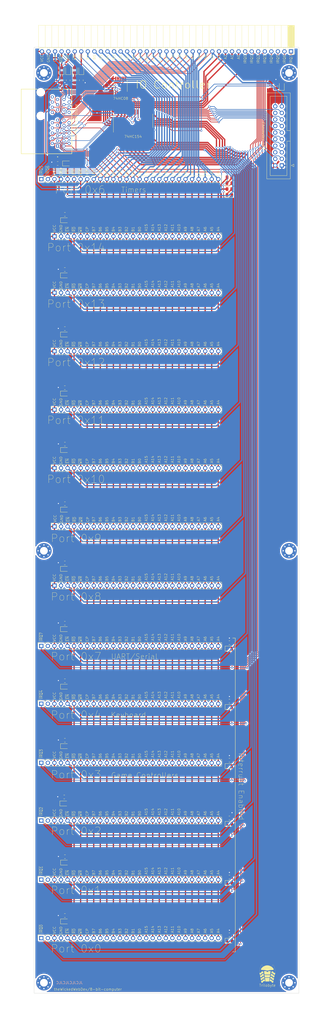
<source format=kicad_pcb>
(kicad_pcb (version 20211014) (generator pcbnew)
  (layers (0 "F.Cu" signal) (31 "B.Cu" signal) (34 "B.Paste" user) (35 "F.Paste" user) (36 "B.SilkS" user "B.Silkscreen") (37 "F.SilkS" user "F.Silkscreen") (38 "B.Mask" user) (39 "F.Mask" user) (44 "Edge.Cuts" user))
  (net 0 "")
  (net 1 "~{READ}")
  (net 2 "~{WRITE}")
  (net 3 "~{IO_REQUEST}")
  (net 4 "~{MEM_REQUEST}")
  (net 5 "CLOCK")
  (net 6 "GND")
  (net 7 "VCC")
  (net 8 "A13")
  (net 9 "A14")
  (net 10 "A15")
  (net 11 "A4")
  (net 12 "A3")
  (net 13 "A2")
  (net 14 "A1")
  (net 15 "A0")
  (net 16 "BUS0")
  (net 17 "BUS1")
  (net 18 "BUS2")
  (net 19 "BUS3")
  (net 20 "BUS4")
  (net 21 "BUS5")
  (net 22 "BUS6")
  (net 23 "BUS7")
  (net 24 "~{PORT0_EN}")
  (net 25 "~{PORT1_EN}")
  (net 26 "~{PORT2_EN}")
  (net 27 "~{PORT3_EN}")
  (net 28 "~{PORT4_EN}")
  (net 29 "~{PORT6_EN}")
  (net 30 "~{PORT7_EN}")
  (net 31 "~{PORT8_EN}")
  (net 32 "~{PORT9_EN}")
  (net 33 "~{PORT10_EN}")
  (net 34 "~{PORT11_EN}")
  (net 35 "~{PORT12_EN}")
  (net 36 "~{PORT13_EN}")
  (net 37 "~{PORT14_EN}")
  (net 38 "~{PORT15_EN}")
  (net 39 "Net-(U1-Pad3)")
  (net 42 "A5")
  (net 43 "A6")
  (net 44 "A7")
  (net 45 "A8")
  (net 46 "A9")
  (net 47 "A10")
  (net 48 "A11")
  (net 49 "A12")
  (net 50 "~{IRQ6}")
  (net 51 "~{IRQ1}")
  (net 52 "~{IRQ0}")
  (net 53 "~{IRQ2}")
  (net 54 "~{IRQ3}")
  (net 55 "~{IRQ4}")
  (net 56 "~{IRQ5}")
  (net 57 "~{IRQ7}")
  (net 59 "Net-(D1-Pad1)")
  (net 60 "Net-(D2-Pad1)")
  (net 61 "Net-(D3-Pad1)")
  (net 62 "Net-(D4-Pad1)")
  (net 63 "Net-(D5-Pad1)")
  (net 64 "Net-(D6-Pad1)")
  (net 65 "Net-(D7-Pad1)")
  (net 66 "Net-(D8-Pad1)")
  (net 67 "Net-(D9-Pad1)")
  (net 68 "Net-(D10-Pad1)")
  (net 69 "Net-(D11-Pad1)")
  (net 70 "Net-(D12-Pad1)")
  (net 71 "Net-(D13-Pad1)")
  (net 72 "Net-(D14-Pad1)")
  (net 73 "Net-(D15-Pad1)")
  (net 74 "Net-(D16-Pad1)")
  (net 75 "Net-(D17-Pad1)")
  (net 76 "Net-(D18-Pad1)")
  (net 77 "Net-(D19-Pad1)")
  (net 86 "Net-(D20-Pad1)")
  (net 87 "Net-(D21-Pad1)")
  (net 88 "Net-(D22-Pad1)")
  (net 89 "Net-(D23-Pad1)")
  (net 90 "Net-(D24-Pad1)")
  (net 91 "Net-(D25-Pad1)")
  (net 92 "Net-(D26-Pad1)")
  (net 93 "Net-(D27-Pad1)")
  (net 104 "Net-(J11-Pad20)")
  (footprint "LED_SMD:LED_0805_2012Metric" (layer "F.Cu") (at 124.827894 375.691477)
    (fp_text reference "D7" hide)
    (fp_text value "LED" hide)
  )
  (footprint "Resistor_SMD:R_0805_2012Metric" (layer "F.Cu") (at 124.827894 328.193477)
    (fp_text reference "R5" hide)
    (fp_text value "R_Small_US" hide)
  )
  (footprint "Resistor_SMD:R_0805_2012Metric" (layer "F.Cu") (at 61.088894 365.531477 180)
    (fp_text reference "R14" hide)
    (fp_text value "R_Small_US" hide)
  )
  (footprint "Resistor_SMD:R_0805_2012Metric" (layer "F.Cu") (at 61.053894 275.190977 180)
    (fp_text reference "R19" hide)
    (fp_text value "R_Small_US" hide)
  )
  (footprint "LED_SMD:LED_0805_2012Metric" (layer "F.Cu") (at 67.423894 61.239477 90)
    (fp_text reference "D12" hide)
    (fp_text value "LED" hide)
  )
  (footprint "Connector_PinSocket_2.54mm:PinSocket_1x26_P2.54mm_Vertical" (layer "F.Cu") (at 57.034894 215.163477 90)
    (fp_text reference "J12" hide)
    (fp_text value "Conn_01x26" hide)
  )
  (footprint "LED_SMD:LED_0805_2012Metric" (layer "F.Cu") (at 59.803894 61.239477 90)
    (fp_text reference "D9" hide)
    (fp_text value "LED" hide)
  )
  (footprint "LED_SMD:LED_0805_2012Metric" (layer "F.Cu") (at 124.827894 285.013477)
    (fp_text reference "D1" hide)
    (fp_text value "LED" hide)
  )
  (footprint "LED_SMD:LED_0805_2012Metric" (layer "F.Cu") (at 124.827894 104.927477)
    (fp_text reference "D3" hide)
    (fp_text value "LED" hide)
  )
  (footprint "Connector_PinSocket_2.54mm:PinSocket_1x28_P2.54mm_Vertical" (layer "F.Cu") (at 51.944894 103.378477 90)
    (fp_text reference "J5" hide)
    (fp_text value "Conn_01x28" hide)
  )
  (footprint "Connector_PinSocket_2.54mm:PinSocket_1x26_P2.54mm_Vertical" (layer "F.Cu") (at 57.034894 260.629477 90)
    (fp_text reference "J16" hide)
    (fp_text value "Conn_01x26" hide)
  )
  (footprint "Connector_PinSocket_2.54mm:PinSocket_1x26_P2.54mm_Vertical" (layer "F.Cu") (at 57.034894 169.951477 90)
    (fp_text reference "J6" hide)
    (fp_text value "Conn_01x26" hide)
  )
  (footprint "LED_SMD:LED_0805_2012Metric" (layer "F.Cu") (at 61.038894 277.476977)
    (fp_text reference "D19" hide)
    (fp_text value "LED" hide)
  )
  (footprint "LED_SMD:LED_0805_2012Metric" (layer "F.Cu") (at 62.343894 61.239477 90)
    (fp_text reference "D10" hide)
    (fp_text value "LED" hide)
  )
  (footprint "Connector_PinSocket_2.54mm:PinSocket_1x28_P2.54mm_Vertical" (layer "F.Cu") (at 51.929894 329.209477 90)
    (fp_text reference "J10" hide)
    (fp_text value "Conn_01x28" hide)
  )
  (footprint "Stephenv6:trilobyte-logo-small" (layer "F.Cu") (at 139.559894 403.123477)
    (fp_text reference "REF**" hide)
    (fp_text value "trilobyte-logo-small" hide)
  )
  (footprint "Resistor_SMD:R_0805_2012Metric" (layer "F.Cu") (at 124.827894 305.333477)
    (fp_text reference "R4" hide)
    (fp_text value "R_Small_US" hide)
  )
  (footprint "Package_SO:TSSOP-14_4.4x5mm_P0.65mm" (layer "F.Cu") (at 82.633894 67.305477 90)
    (fp_text reference "U1" hide)
    (fp_text value "74LS08" hide)
  )
  (footprint "LED_SMD:LED_0805_2012Metric" (layer "F.Cu") (at 61.033894 254.160977)
    (fp_text reference "D20" hide)
    (fp_text value "LED" hide)
  )
  (footprint "LED_SMD:LED_0805_2012Metric" (layer "F.Cu") (at 61.058894 208.186977)
    (fp_text reference "D22" hide)
    (fp_text value "LED" hide)
  )
  (footprint "Resistor_SMD:R_0805_2012Metric" (layer "F.Cu") (at 60.819894 342.417477 180)
    (fp_text reference "R15" hide)
    (fp_text value "R_Small_US" hide)
  )
  (footprint "MountingHole:MountingHole_3mm_Pad_Via" (layer "F.Cu") (at 147.941894 62.255477)
    (fp_text reference "REF**" hide)
    (fp_text value "MountingHole_3mm_Pad_Via" hide)
  )
  (footprint "Resistor_SMD:R_0805_2012Metric" (layer "F.Cu") (at 61.073894 117.000977 180)
    (fp_text reference "R26" hide)
    (fp_text value "R_Small_US" hide)
  )
  (footprint "MountingHole:MountingHole_3mm_Pad_Via" (layer "F.Cu") (at 52.945894 62.255477)
    (fp_text reference "REF**" hide)
    (fp_text value "MountingHole_3mm_Pad_Via" hide)
  )
  (footprint "LED_SMD:LED_0805_2012Metric" (layer "F.Cu") (at 124.827894 398.043477)
    (fp_text reference "D8" hide)
    (fp_text value "LED" hide)
  )
  (footprint "Connector_PinSocket_2.54mm:PinSocket_1x28_P2.54mm_Vertical" (layer "F.Cu") (at 51.929894 351.561477 90)
    (fp_text reference "J13" hide)
    (fp_text value "Conn_01x28" hide)
  )
  (footprint "Connector_IDC:IDC-Header_2x10_P2.54mm_Vertical" (layer "F.Cu") (at 145.138394 98.069477 180)
    (fp_text reference "J11" hide)
    (fp_text value "Conn_02x20_Odd_Even" hide)
  )
  (footprint "LED_SMD:LED_0805_2012Metric" (layer "F.Cu") (at 124.827894 352.831477)
    (fp_text reference "D6" hide)
    (fp_text value "LED" hide)
  )
  (footprint "Connector_PinSocket_2.54mm:PinSocket_1x28_P2.54mm_Vertical" (layer "F.Cu") (at 51.929894 374.421477 90)
    (fp_text reference "J15" hide)
    (fp_text value "Conn_01x28" hide)
  )
  (footprint "Resistor_SMD:R_0805_2012Metric" (layer "F.Cu") (at 58.279894 97.307477 180)
    (fp_text reference "R18" hide)
    (fp_text value "R_Small_US" hide)
  )
  (footprint "Resistor_SMD:R_0805_2012Metric" (layer "F.Cu") (at 64.883894 65.127977 -90)
    (fp_text reference "R11" hide)
    (fp_text value "R_Small_US" hide)
  )
  (footprint "LED_SMD:LED_0805_2012Metric" (layer "F.Cu") (at 61.058894 119.286977)
    (fp_text reference "D26" hide)
    (fp_text value "LED" hide)
  )
  (footprint "Resistor_SMD:R_0805_2012Metric" (layer "F.Cu") (at 124.827894 395.757477)
    (fp_text reference "R8" hide)
    (fp_text value "R_Small_US" hide)
  )
  (footprint "LED_SMD:LED_0805_2012Metric" (layer "F.Cu") (at 61.033894 140.622977)
    (fp_text reference "D25" hide)
    (fp_text value "LED" hide)
  )
  (footprint "Connector_PinSocket_2.54mm:PinSocket_1x39_P2.54mm_Horizontal" (layer "F.Cu") (at 148.703894 53.955477 -90)
    (fp_text reference "J3" hide)
    (fp_text value "Conn_01x39" hide)
  )
  (footprint "MountingHole:MountingHole_3mm_Pad_Via" (layer "F.Cu") (at 147.941894 414.299477)
    (fp_text reference "REF**" hide)
    (fp_text value "MountingHole_3mm_Pad_Via" hide)
  )
  (footprint "LED_SMD:LED_0805_2012Metric" (layer "F.Cu") (at 61.835894 97.307477)
    (fp_text reference "D18" hide)
    (fp_text value "LED" hide)
  )
  (footprint "LED_SMD:LED_0805_2012Metric" (layer "F.Cu") (at 61.048894 163.497977)
    (fp_text reference "D24" hide)
    (fp_text value "LED" hide)
  )
  (footprint "MountingHole:MountingHole_3mm_Pad_Via" (layer "F.Cu") (at 52.945894 247.167477)
    (fp_text reference "REF**" hide)
    (fp_text value "MountingHole_3mm_Pad_Via" hide)
  )
  (footprint "Resistor_SMD:R_0805_2012Metric" (layer "F.Cu") (at 142.861894 67.335477 90)
    (fp_text reference "R27" hide)
    (fp_text value "R_Small_US" hide)
  )
  (footprint "LED_SMD:LED_0805_2012Metric" (layer "F.Cu") (at 61.058894 231.248977)
    (fp_text reference "D21" hide)
    (fp_text value "LED" hide)
  )
  (footprint "LED_SMD:LED_0805_2012Metric" (layer "F.Cu") (at 61.058894 322.765977)
    (fp_text reference "D16" hide)
    (fp_text value "LED" hide)
  )
  (footprint "Connector_Samtec:PCIE-036-Card-Slot-Connector" (layer "F.Cu") (at 53.961894 81.051477 -90)
    (fp_text reference "J9" hide)
    (fp_text value "PCIE-036-02-X-D-RA" hide)
  )
  (footprint "Resistor_SMD:R_0805_2012Metric" (layer "F.Cu") (at 61.048894 138.336977 180)
    (fp_text reference "R25" hide)
    (fp_text value "R_Small_US" hide)
  )
  (footprint "Resistor_SMD:R_0805_2012Metric" (layer "F.Cu") (at 59.803894 65.127977 -90)
    (fp_text reference "R9" hide)
    (fp_text value "R_Small_US" hide)
  )
  (footprint "Resistor_SMD:R_0805_2012Metric" (layer "F.Cu") (at 124.827894 102.641477 180)
    (fp_text reference "R3" hide)
    (fp_text value "R_Small_US" hide)
  )
  (footprint "Connector_PinSocket_2.54mm:PinSocket_1x28_P2.54mm_Vertical" (layer "F.Cu") (at 51.929894 306.349477 90)
    (fp_text reference "J7" hide)
    (fp_text value "Conn_01x28" hide)
  )
  (footprint "Connector_PinSocket_2.54mm:PinSocket_1x28_P2.54mm_Vertical" (layer "F.Cu") (at 51.929894 397.027477 90)
    (fp_text reference "J17" hide)
    (fp_text value "Conn_01x28" hide)
  )
  (footprint "Connector_PinSocket_2.54mm:PinSocket_1x26_P2.54mm_Vertical" (layer "F.Cu") (at 57.034894 125.501477 90)
    (fp_text reference "J1" hide)
    (fp_text value "Conn_01x26" hide)
  )
  (footprint "LED_SMD:LED_0805_2012Metric" (layer "F.Cu") (at 61.033894 186.342977)
    (fp_text reference "D23" hide)
    (fp_text value "LED" hide)
  )
  (footprint "Package_SO:SO-24_5.3x15mm_P1.27mm" (layer "F.Cu") (at 87.489894 80.797477 90)
    (fp_text reference "U2" hide)
    (fp_text value "74LS154" hide)
  )
  (footprint "LED_SMD:LED_0805_2012Metric" (layer "F.Cu") (at 61.058894 390.583977)
    (fp_text reference "D13" hide)
    (fp_text value "LED" hide)
  )
  (footprint "LED_SMD:LED_0805_2012Metric" (layer "F.Cu") (at 145.147894 67.335477 90)
    (fp_text reference "D27" hide)
    (fp_text value "LED" hide)
  )
  (footprint "LED_SMD:LED_0805_2012Metric" (layer "F.Cu") (at 61.058894 299.745477)
    (fp_text reference "D17" hide)
    (fp_text value "LED" hide)
  )
  (footprint "LED_SMD:LED_0805_2012Metric" (layer "F.Cu") (at 61.073894 367.817477)
    (fp_text reference "D14" hide)
    (fp_text value "LED" hide)
  )
  (footprint "MountingHole:MountingHole_3mm_Pad_Via" (layer "F.Cu") (at 147.941894 247.167477)
    (fp_text reference "REF**" hide)
    (fp_text value "MountingHole_3mm_Pad_Via" hide)
  )
  (footprint "Resistor_SMD:R_0805_2012Metric" (layer "F.Cu") (at 61.063894 161.211977 180)
    (fp_text reference "R24" hide)
    (fp_text value "R_Small_US" hide)
  )
  (footprint "Resistor_SMD:R_0805_2012Metric" (layer "F.Cu") (at 62.343894 65.127977 -90)
    (fp_text reference "R10" hide)
    (fp_text value "R_Small_US" hide)
  )
  (footprint "Resistor_SMD:R_0805_2012Metric" (layer "F.Cu") (at 124.827894 107.213477 180)
    (fp_text reference "R2" hide)
    (fp_text value "R_Small_US" hide)
  )
  (footprint "Resistor_SMD:R_0805_2012Metric" (layer "F.Cu") (at 67.423894 65.127977 -90)
    (fp_text reference "R12" hide)
    (fp_text value "R_Small_US" hide)
  )
  (footprint "Connector_PinSocket_2.54mm:PinSocket_1x26_P2.54mm_Vertical" (layer "F.Cu") (at 57.034894 237.769477 90)
    (fp_text reference "J14" hide)
    (fp_text value "Conn_01x26" hide)
  )
  (footprint "MountingHole:MountingHole_3mm_Pad_Via" (layer "F.Cu") (at 52.945894 414.299477)
    (fp_text reference "REF**" hide)
    (fp_text value "MountingHole_3mm_Pad_Via" hide)
  )
  (footprint "Resistor_SMD:R_0805_2012Metric" (layer "F.Cu") (at 61.073894 205.900977 180)
    (fp_text reference "R22" hide)
    (fp_text value "R_Small_US" hide)
  )
  (footprint "Connector_PinSocket_2.54mm:PinSocket_1x26_P2.54mm_Vertical" (layer "F.Cu") (at 57.034894 147.320477 90)
    (fp_text reference "J4" hide)
    (fp_text value "Conn_01x26" hide)
  )
  (footprint "Resistor_SMD:R_0805_2012Metric" (layer "F.Cu") (at 124.827894 373.405477)
    (fp_text reference "R7" hide)
    (fp_text value "R_Small_US" hide)
  )
  (footprint "LED_SMD:LED_0805_2012Metric" (layer "F.Cu") (at 60.804894 344.957477)
    (fp_text reference "D15" hide)
    (fp_text value "LED" hide)
  )
  (footprint "LED_SMD:LED_0805_2012Metric" (layer "F.Cu") (at 64.883894 61.239477 90)
    (fp_text reference "D11" hide)
    (fp_text value "LED" hide)
  )
  (footprint "LED_SMD:LED_0805_2012Metric" (layer "F.Cu") (at 124.827894 330.479477)
    (fp_text reference "D5" hide)
    (fp_text value "LED" hide)
  )
  (footprint "Connector_PinSocket_2.54mm:PinSocket_1x28_P2.54mm_Vertical" (layer "F.Cu") (at 51.929894 283.997477 90)
    (fp_text reference "J2" hide)
    (fp_text value "Conn_01x28" hide)
  )
  (footprint "Connector_PinSocket_2.54mm:PinSocket_1x26_P2.54mm_Vertical" (layer "F.Cu") (at 57.034894 192.557477 90)
    (fp_text reference "J8" hide)
    (fp_text value "Conn_01x26" hide)
  )
  (footprint "Resistor_SMD:R_0805_2012Metric" (layer "F.Cu") (at 61.048894 251.874977 180)
    (fp_text reference "R20" hide)
    (fp_text value "R_Small_US" hide)
  )
  (footprint "Resistor_SMD:R_0805_2012Metric" (layer "F.Cu") (at 124.827894 282.727477)
    (fp_text reference "R1" hide)
    (fp_text value "R_Small_US" hide)
  )
  (footprint "Resistor_SMD:R_0805_2012Metric" (layer "F.Cu") (at 124.827894 350.545477)
    (fp_text reference "R6" hide)
    (fp_text value "R_Small_US" hide)
  )
  (footprint "Resistor_SMD:R_0805_2012Metric" (layer "F.Cu") (at 61.073894 228.962977 180)
    (fp_text reference "R21" hide)
    (fp_text value "R_Small_US" hide)
  )
  (footprint "Resistor_SMD:R_0805_2012Metric" (layer "F.Cu") (at 61.073894 388.297977 180)
    (fp_text reference "R13" hide)
    (fp_text value "R_Small_US" hide)
  )
  (footprint "Resistor_SMD:R_0805_2012Metric" (layer "F.Cu") (at 61.073894 297.459477 180)
    (fp_text reference "R17" hide)
    (fp_text value "R_Small_US" hide)
  )
  (footprint "LED_SMD:LED_0805_2012Metric" (layer "F.Cu") (at 124.827894 307.619477)
    (fp_text reference "D4" hide)
    (fp_text value "LED" hide)
  )
  (footprint "LED_SMD:LED_0805_2012Metric" (layer "F.Cu") (at 124.827894 109.499477)
    (fp_text reference "D2" hide)
    (fp_text value "LED" hide)
  )
  (footprint "Resistor_SMD:R_0805_2012Metric" (layer "F.Cu") (at 61.048894 184.056977 180)
    (fp_text reference "R23" hide)
    (fp_text value "R_Small_US" hide)
  )
  (footprint "Resistor_SMD:R_0805_2012Metric" (layer "F.Cu") (at 61.073894 320.479977 180)
    (fp_text reference "R16" hide)
    (fp_text value "R_Small_US" hide)
  )
  (gr_line (start 126.097894 402.361477) (end 127.113894 402.361477) (layer "F.SilkS") (width 0.15))
  (gr_line (start 127.113894 280.949477) (end 127.113894 402.361477) (layer "F.SilkS") (width 0.15))
  (gr_line (start 126.097894 280.949477) (end 127.113894 280.949477) (layer "F.SilkS") (width 0.15))
  (gr_rect (start 49.135894 52.349477) (end 151.751894 418.363477) (layer "Edge.Cuts") (width 0.1) (fill none))
  (gr_text "JLCJLCJLCJLC" (at 62.851894 414.299477) (layer "B.SilkS") (effects (font (size 1 1)) (justify mirror)))
  (gr_text "CP" (at 69.709894 121.691477 90) (layer "F.SilkS") (effects (font (size 1 1) (thickness 0.1)) (justify right)))
  (gr_text "A10" (at 105.269894 255.803477 90) (layer "F.SilkS") (effects (font (size 1 1) (thickness 0.1)) (justify right)))
  (gr_text "A9" (at 107.809894 166.141477 90) (layer "F.SilkS") (effects (font (size 1 1) (thickness 0.1)) (justify right)))
  (gr_text "A14" (at 95.109894 392.201477 90) (layer "F.SilkS") (effects (font (size 1 1) (thickness 0.1)) (justify right)))
  (gr_text "A12" (at 100.189894 279.171477 90) (layer "F.SilkS") (effects (font (size 1 1) (thickness 0.1)) (justify right)))
  (gr_text "A9" (at 105.523894 55.143477 90) (layer "F.SilkS") (effects (font (size 1 1) (thickness 0.1)) (justify right)))
  (gr_text "A14" (at 95.109894 210.337477 90) (layer "F.SilkS") (effects (font (size 1 1) (thickness 0.1)) (justify right)))
  (gr_text "A14" (at 95.109894 187.731477 90) (layer "F.SilkS") (effects (font (size 1 1) (thickness 0.1)) (justify right)))
  (gr_text "A7" (at 112.889894 211.353477 90) (layer "F.SilkS") (effects (font (size 1 1) (thickness 0.1)) (justify right)))
  (gr_text "B7" (at 72.249894 325.399477 90) (layer "F.SilkS") (effects (font (size 1 1) (thickness 0.1)) (justify right)))
  (gr_text "A4" (at 120.509894 166.141477 90) (layer "F.SilkS") (effects (font (size 1 1) (thickness 0.1)) (justify right)))
  (gr_text "CP" (at 69.963894 233.959477 90) (layer "F.SilkS") (effects (font (size 1 1) (thickness 0.1)) (justify right)))
  (gr_text "Port 0x14" (at 65.391894 129.819477) (layer "F.SilkS") (effects (font (size 3 3) (thickness 0.1))))
  (gr_text "GND" (at 59.549894 165.379477 90) (layer "F.SilkS") (effects (font (size 1 1) (thickness 0.1)) (justify right)))
  (gr_text "A11" (at 102.729894 142.519477 90) (layer "F.SilkS") (effects (font (size 1 1) (thickness 0.1)) (justify right)))
  (gr_text "A13" (at 95.363894 55.143477 90) (layer "F.SilkS") (effects (font (size 1 1) (thickness 0.1)) (justify right)))
  (gr_text "A9" (at 107.809894 99.593477 90) (layer "F.SilkS") (effects (font (size 1 1) (thickness 0.1)) (justify right)))
  (gr_text "A15" (at 92.569894 324.383477 90) (layer "F.SilkS") (effects (font (size 1 1) (thickness 0.1)) (justify right)))
  (gr_text "A14" (at 95.109894 369.595477 90) (layer "F.SilkS") (effects (font (size 1 1) (thickness 0.1)) (justify right)))
  (gr_text "Port 0x1" (at 65.391894 378.485477) (layer "F.SilkS") (effects (font (size 3 3) (thickness 0.1))))
  (gr_text "A15" (at 92.569894 346.735477 90) (layer "F.SilkS") (effects (font (size 1 1) (thickness 0.1)) (justify right)))
  (gr_text "B3" (at 82.409894 302.539477 90) (layer "F.SilkS") (effects (font (size 1 1) (thickness 0.1)) (justify right)))
  (gr_text "~{WR}" (at 67.169894 188.747477 90) (layer "F.SilkS") (effects (font (size 1 1) (thickness 0.1)) (justify right)))
  (gr_text "A15" (at 92.569894 369.595477 90) (layer "F.SilkS") (effects (font (size 1 1) (thickness 0.1)) (justify right)))
  (gr_text "B2" (at 84.949894 188.747477 90) (layer "F.SilkS") (effects (font (size 1 1) (thickness 0.1)) (justify right)))
  (gr_text "A14" (at 95.109894 255.803477 90) (layer "F.SilkS") (effects (font (size 1 1) (thickness 0.1)) (justify right)))
  (gr_text "A3" (at 120.763894 55.143477 90) (layer "F.SilkS") (effects (font (size 1 1) (thickness 0.1)) (justify right)))
  (gr_text "~{EN}" (at 62.089894 325.399477 90) (layer "F.SilkS") (effects (font (size 1 1) (thickness 0.1)) (justify right)))
  (gr_text "CP" (at 69.709894 393.217477 90) (layer "F.SilkS") (effects (font (size 1 1) (thickness 0.1)) (justify right)))
  (gr_text "A4" (at 120.509894 370.611477 90) (layer "F.SilkS") (effects (font (size 1 1) (thickness 0.1)) (justify right)))
  (gr_text "A15" (at 92.569894 232.943477 90) (layer "F.SilkS") (effects (font (size 1 1) (thickness 0.1)) (justify right)))
  (gr_text "A11" (at 100.443894 55.143477 90) (layer "F.SilkS") (effects (font (size 1 1) (thickness 0.1)) (justify right)))
  (gr_text "B5" (at 77.329894 99.593477 90) (layer "F.SilkS") (effects (font (size 1 1) (thickness 0.1)) (justify right)))
  (gr_text "B6" (at 74.789894 121.691477 90) (layer "F.SilkS") (effects (font (size 1 1) (thickness 0.1)) (justify right)))
  (gr_text "B4" (at 79.869894 325.399477 90) (layer "F.SilkS") (effects (font (size 1 1) (thickness 0.1)) (justify right)))
  (gr_text "A12" (at 100.189894 346.735477 90) (layer "F.SilkS") (effects (font (size 1 1) (thickness 0.1)) (justify right)))
  (gr_text "A9" (at 107.809894 347.751477 90) (layer "F.SilkS") (effects (font (size 1 1) (thickness 0.1)) (justify right)))
  (gr_text "A4" (at 120.509894 347.751477 90) (layer "F.SilkS") (effects (font (size 1 1) (thickness 0.1)) (justify right)))
  (gr_text "theWickedWebDev/8-bit-computer" (at 83.171894 416.839477) (layer "F.SilkS") (effects (font (size 1 1) (thickness 0.1)) (justify right)))
  (gr_text "~{RD}" (at 64.883894 233.959477 90) (layer "F.SilkS") (effects (font (size 1 1) (thickness 0.1)) (justify right)))
  (gr_text "GND" (at 59.549894 142.773477 90) (layer "F.SilkS") (effects (font (size 1 1) (thickness 0.1)) (justify right)))
  (gr_text "B7" (at 72.249894 370.611477 90) (layer "F.SilkS") (effects (font (size 1 1) (thickness 0.1)) (justify right)))
  (gr_text "A10" (at 105.269894 120.675477 90) (layer "F.SilkS") (effects (font (size 1 1) (thickness 0.1)) (justify right)))
  (gr_text "A6" (at 115.429894 211.353477 90) (layer "F.SilkS") (effects (font (size 1 1) (thickness 0.1)) (justify right)))
  (gr_text "IRQ1" (at 133.463894 55.143477 90) (layer "F.SilkS") (effects (font (size 1 1) (thickness 0.1)) (justify right)))
  (gr_text "CP" (at 69.709894 347.751477 90) (layer "F.SilkS") (effects (font (size 1 1) (thickness 0.1)) (justify right)))
  (gr_text "A7" (at 112.889894 233.959477 90) (layer "F.SilkS") (effects (font (size 1 1) (thickness 0.1)) (justify right)))
  (gr_text "A15" (at 92.569894 187.731477 90) (layer "F.SilkS") (effects (font (size 1 1) (thickness 0.1)) (justify right)))
  (gr_text "A8" (at 110.349894 393.217477 90) (layer "F.SilkS") (effects (font (size 1 1) (thickness 0.1)) (justify right)))
  (gr_text "Port 0x12" (at 65.391894 174.269477) (layer "F.SilkS") (effects (font (size 3 3) (thickness 0.1))))
  (gr_text "B1" (at 87.489894 121.691477 90) (layer "F.SilkS") (effects (font (size 1 1) (thickness 0.1)) (justify right)))
  (gr_text "~{EN}" (at 62.089894 121.691477 90) (layer "F.SilkS") (effects (font (size 1 1) (thickness 0.1)) (justify right)))
  (gr_text "A13" (at 97.649894 142.519477 90) (layer "F.SilkS") (effects (font (size 1 1) (thickness 0.1)) (justify right)))
  (gr_text "B3" (at 82.409894 121.691477 90) (layer "F.SilkS") (effects (font (size 1 1) (thickness 0.1)) (justify right)))
  (gr_text "~{WR}" (at 67.169894 393.217477 90) (layer "F.SilkS") (effects (font (size 1 1) (thickness 0.1)) (justify right)))
  (gr_text "VCC" (at 57.009894 256.057477 90) (layer "F.SilkS") (effects (font (size 1 1) (thickness 0.1)) (justify right)))
  (gr_text "B7" (at 69.963894 55.143477 90) (layer "F.SilkS") (effects (font (size 1 1) (thickness 0.1)) (justify right)))
  (gr_text "A6" (at 115.429894 256.819477 90) (layer "F.SilkS") (effects (font (size 1 1) (thickness 0.1)) (justify right)))
  (gr_text "A5" (at 117.969894 347.751477 90) (layer "F.SilkS") (effects (font (size 1 1) (thickness 0.1)) (justify right)))
  (gr_text "~{WR}" (at 67.169894 256.819477 90) (layer "F.SilkS") (effects (font (size 1 1) (thickness 0.1)) (justify right)))
  (gr_text "B5" (at 77.329894 211.353477 90) (layer "F.SilkS") (effects (font (size 1 1) (thickness 0.1)) (justify right)))
  (gr_text "~{EN}" (at 62.089894 393.217477 90) (layer "F.SilkS") (effects (font (size 1 1) (thickness 0.1)) (justify right)))
  (gr_text "Keyboard" (at 85.711894 310.667477) (layer "F.SilkS") (effects (font (size 2 2) (thickness 0.1))))
  (gr_text "A2" (at 123.303894 55.143477 90) (layer "F.SilkS") (effects (font (size 1 1) (thickness 0.1)) (justify right)))
  (gr_text "~{RD}" (at 64.629894 121.691477 90) (layer "F.SilkS") (effects (font (size 1 1) (thickness 0.1)) (justify right)))
  (gr_text "A10" (at 105.269894 369.595477 90) (layer "F.SilkS") (effects (font (size 1 1) (thickness 0.1)) (justify right)))
  (gr_text "A9" (at 107.809894 280.187477 90) (layer "F.SilkS") (effects (font (size 1 1) (thickness 0.1)) (justify right)))
  (gr_text "A5" (at 117.969894 99.593477 90) (layer "F.SilkS") (effects (font (size 1 1) (thickness 0.1)) (justify right)))
  (gr_text "A7" (at 112.889894 143.535477 90) (layer "F.SilkS") (effects (font (size 1 1) (thickness 0.1)) (justify right)))
  (gr_text "A5" (at 117.969894 211.353477 90) (layer "F.SilkS") (effects (font (size 1 1) (thickness 0.1)) (justify right)))
  (gr_text "B7" (at 72.249894 233.959477 90) (layer "F.SilkS") (effects (font (size 1 1) (thickness 0.1)) (justify right)))
  (gr_text "B2" (at 84.949894 302.539477 90) (layer "F.SilkS") (effects (font (size 1 1) (thickness 0.1)) (justify right)))
  (gr_text "A9" (at 107.809894 256.819477 90) (layer "F.SilkS") (effects (font (size 1 1) (thickness 0.1)) (justify right)))
  (gr_text "A1" (at 125.843894 55.143477 90) (layer "F.SilkS") (effects (font (size 1 1) (thickness 0.1)) (justify right)))
  (gr_text "B6" (at 74.789894 393.217477 90) (layer "F.SilkS") (effects (font (size 1 1) (thickness 0.1)) (justify right)))
  (gr_text "A8" (at 110.349894 121.691477 90) (layer "F.SilkS") (effects (font (size 1 1) (thickness 0.1)) (justify right)))
  (gr_text "VCC" (at 57.009894 301.777477 90) (layer "F.SilkS") (effects (font (size 1 1) (thickness 0.1)) (justify right)))
  (gr_text "B3" (at 82.409894 233.959477 90) (layer "F.SilkS") (effects (font (size 1 1) (thickness 0.1)) (justify right)))
  (gr_text "VCC" (at 57.009894 187.985477 90) (layer "F.SilkS") (effects (font (size 1 1) (thickness 0.1)) (justify right)))
  (gr_text "VCC" (at 57.009894 165.379477 90) (layer "F.SilkS") (effects (font (size 1 1) (thickness 0.1)) (justify right)))
  (gr_text "A12" (at 100.189894 324.383477 90) (layer "F.SilkS") (effects (font (size 1 1) (thickness 0.1)) (justify right)))
  (gr_text "~{EN}" (at 62.089894 302.539477 90) (layer "F.SilkS") (effects (font (size 1 1) (thickness 0.1)) (justify right)))
  (gr_text "B2" (at 84.949894 233.959477 90) (layer "F.SilkS") (effects (font (size 1 1) (thickness 0.1)) (justify right)))
  (gr_text "A5" (at 117.969894 233.959477 90) (layer "F.SilkS") (effects (font (size 1 1) (thickness 0.1)) (justify right)))
  (gr_text "B7" (at 72.249894 121.691477 90) (layer "F.SilkS") (effects (font (size 1 1) (thickness 0.1)) (justify right)))
  (gr_text "A12" (at 100.189894 210.337477 90) (layer "F.SilkS") (effects (font (size 1 1) (thickness 0.1)) (justify right)))
  (gr_text "B4" (at 79.869894 302.539477 90) (layer "F.SilkS") (effects (font (size 1 1) (thickness 0.1)) (justify right)))
  (gr_text "IRQ6" (at 146.163894 55.143477 90) (layer "F.SilkS") (effects (font (size 1 1) (thickness 0.1)) (justify right)))
  (gr_text "A12" (at 100.189894 142.519477 90) (layer "F.SilkS") (effects (font (size 1 1) (thickness 0.1)) (justify right)))
  (gr_text "Port 0x4" (at 65.391894 310.667477) (layer "F.SilkS") (effects (font (size 3 3) (thickness 0.1))))
  (gr_text "A15" (at 92.569894 210.337477 90) (layer "F.SilkS") (effects (font (size 1 1) (thickness 0.1)) (justify right)))
  (gr_text "B7" (at 72.249894 143.535477 90) (layer "F.SilkS") (effects (font (size 1 1) (thickness 0.1)) (justify right)))
  (gr_text "B6" (at 74.789894 211.353477 90) (layer "F.SilkS") (effects (font (size 1 1) (thickness 0.1)) (justify right)))
  (gr_text "A6" (at 115.429894 347.751477 90) (layer "F.SilkS") (effects (font (size 1 1) (thickness 0.1)) (justify right)))
  (gr_text "~{WR}" (at 67.169894 166.141477 90) (layer "F.SilkS") (effects (font (size 1 1) (thickness 0.1)) (justify right)))
  (gr_text "A15" (at 92.569894 98.577477 90) (layer "F.SilkS") (effects (font (size 1 1) (thickness 0.1)) (justify right)))
  (gr_text "A6" (at 115.429894 233.959477 90) (layer "F.SilkS") (effects (font (size 1 1) (thickness 0.1)) (justify right)))
  (gr_text "A4" (at 120.509894 188.747477 90) (layer "F.SilkS") (effects (font (size 1 1) (thickness 0.1)) (justify right)))
  (gr_text "~{EN}" (at 62.089894 280.187477 90) (layer "F.SilkS") (effects (font (size 1 1) (thickness 0.1)) (justify right)))
  (gr_text "A15" (at 92.569894 255.803477 90) (layer "F.SilkS") (effects (font (size 1 1) (thickness 0.1)) (justify right)))
  (gr_text "~{WR}" (at 67.169894 121.691477 90) (layer "F.SilkS") (effects (font (size 1 1) (thickness 0.1)) (justify right)))
  (gr_text "A14" (at 95.109894 120.675477 90) (layer "F.SilkS") (effects (font (size 1 1) (thickness 0.1)) (justify right)))
  (gr_text "B4" (at 79.869894 233.959477 90) (layer "F.SilkS") (effects (font (size 1 1) (thickness 0.1)) (justify right)))
  (gr_text "B1" (at 87.489894 325.399477 90) (layer "F.SilkS") (effects (font (size 1 1) (thickness 0.1)) (justify right)))
  (gr_text "GND" (at 59.549894 98.831477 90) (layer "F.SilkS") (effects (font (size 1 1) (thickness 0.1)) (justify right)))
  (gr_text "B2" (at 82.663894 55.143477 90) (layer "F.SilkS") (effects (font (size 1 1) (thickness 0.1)) (justify right)))
  (gr_text "B6" (at 74.789894 188.747477 90) (layer "F.SilkS") (effects (font (size 1 1) (thickness 0.1)) (justify right)))
  (gr_text "B3" (at 82.409894 143.535477 90) (layer "F.SilkS") (effects (font (size 1 1) (thickness 0.1)) (justify right)))
  (gr_text "A4" (at 118.223894 55.143477 90) (layer "F.SilkS") (effects (font (size 1 1) (thickness 0.1)) (justify right)))
  (gr_text "GND" (at 54.723894 55.143477 90) (layer "F.SilkS") (effects (font (size 1 1) (thickness 0.1)) (justify right)))
  (gr_text "~{RD}" (at 67.423894 55.143477 90) (layer "F.SilkS") (effects (font (size 1 1) (thickness 0.1)) (justify right)))
  (gr_text "~{WR}" (at 64.883894 55.143477 90) (layer "F.SilkS") (effects (font (size 1 1) (thickness 0.1)) (justify right)))
  (gr_text "B6" (at 74.789894 143.535477 90) (layer "F.SilkS") (effects (font (size 1 1) (thickness 0.1)) (justify right)))
  (gr_text "A10" (at 102.983894 55.143477 90) (layer "F.SilkS") (effects (font (size 1 1) (thickness 0.1)) (justify right)))
  (gr_text "VCC" (at 57.009894 324.637477 90) (layer "F.SilkS") (effects (font (size 1 1) (thickness 0.1)) (justify right)))
  (gr_text "~{WR}" (at 67.169894 302.539477 90) (layer "F.SilkS") (effects (font (size 1 1) (thickness 0.1)) (justify right)))
  (gr_text "~{RD}" (at 64.629894 143.535477 90) (layer "F.SilkS") (effects (font (size 1 1) (thickness 0.1)) (justify right)))
  (gr_text "B6" (at 74.789894 99.593477 90) (layer "F.SilkS") (effects (font (size 1 1) (thickness 0.1)) (justify right)))
  (gr_text "A8" (at 110.349894 256.819477 90) (layer "F.SilkS") (effects (font (size 1 1) (thickness 0.1)) (justify right)))
  (gr_text "GND" (at 59.549894 369.849477 90) (layer "F.SilkS") (effects (font (size 1 1) (thickness 0.1)) (justify right)))
  (gr_text "~{RD}" (at 64.629894 166.141477 90) (layer "F.SilkS") (effects (font (size 1 1) (thickness 0.1)) (justify right)))
  (gr_text "A15" (at 92.569894 142.519477 90) (layer "F.SilkS") (effects (font (size 1 1) (thickness 0.1)) (justify right)))
  (gr_text "A15" (at 92.569894 392.201477 90) (layer "F.SilkS") (effects (font (size 1 1) (thickness 0.1)) (justify right)))
  (gr_text "UART/Serial" (at 87.997894 288.061477) (layer "F.SilkS") (effects (font (size 2 2) (thickness 0.1))))
  (gr_text "GND" (at 59.549894 324.637477 90) (layer "F.SilkS") (effects (font (size 1 1) (thickness 0.1)) (justify right)))
  (gr_text "A8" (at 110.349894 302.539477 90) (layer "F.SilkS") (effects (font (size 1 1) (thickness 0.1)) (justify right)))
  (gr_text "A5" (at 117.969894 325.399477 90) (layer "F.SilkS") (effects (font (size 1 1) (thickness 0.1)) (justify right)))
  (gr_text "A13" (at 97.649894 210.337477 90) (layer "F.SilkS") (effects (font (size 1 1) (thickness 0.1)) (justify right)))
  (gr_text "A14" (at 95.109894 98.577477 90) (layer "F.SilkS") (effects (font (size 1 1) (thickness 0.1)) (justify right)))
  (gr_text "~{IRQ2}" (at 51.929894 346.227477 90) (layer "F.SilkS") (effects (font (size 1 1) (thickness 0.1)) (justify right)))
  (gr_text "A11" (at 102.729894 324.383477 90) (layer "F.SilkS") (effects (font (size 1 1) (thickness 0.1)) (justify right)))
  (gr_text "Game Controllers" (at 92.061894 334.035477) (layer "F.SilkS") (effects (font (size 2 2) (thickness 0.1))))
  (gr_text "A11" (at 102.729894 210.337477 90) (layer "F.SilkS") (effects (font (size 1 1) (thickness 0.1)) (justify right)))
  (gr_text "~{EN}" (at 62.089894 370.611477 90) (layer "F.SilkS") (effects (font (size 1 1) (thickness 0.1)) (justify right)))
  (gr_text "A10" (at 105.269894 232.943477 90) (layer "F.SilkS") (effects (font (size 1 1) (thickness 0.1)) (justify right)))
  (gr_text "A5" (at 117.969894 166.141477 90) (layer "F.SilkS") (effects (font (size 1 1) (thickness 0.1)) (justify right)))
  (gr_text "A10" (at 105.269894 324.383477 90) (layer "F.SilkS") (effects (font (size 1 1) (thickness 0.1)) (justify right)))
  (gr_text "A6" (at 115.429894 188.747477 90) (layer "F.SilkS") (effects (font (size 1 1) (thickness 0.1)) (justify right)))
  (gr_text "GND" (at 59.803894 233.197477 90) (layer "F.SilkS") (effects (font (size 1 1) (thickness 0.1)) (justify right)))
  (gr_text "B2" (at 84.949894 99.593477 90) (layer "F.SilkS") (effects (font (size 1 1) (thickness 0.1)) (justify right)))
  (gr_text "A7" (at 112.889894 393.217477 90) (layer "F.SilkS") (effects (font (size 1 1) (thickness 0.1)) (justify right)))
  (gr_text "B7" (at 72.249894 99.593477 90) (layer "F.SilkS") (effects (font (size 1 1) (thickness 0.1)) (justify right)))
  (gr_text "A11" (at 102.729894 98.577477 90) (layer "F.SilkS") (effects (font (size 1 1) (thickness 0.1)) (justify right)))
  (gr_text "A12" (at 100.189894 165.125477 90) (layer "F.SilkS") (effects (font (size 1 1) (thickness 0.1)) (justify right)))
  (gr_text "A4" (at 120.509894 121.691477 90) (layer "F.SilkS") (effects (font (size 1 1) (thickness 0.1)) (justify right)))
  (gr_text "A4" (at 120.509894 99.593477 90) (layer "F.SilkS") (effects (font (size 1 1) (thickness 0.1)) (justify right)))
  (gr_text "~{IRQ7}" (at 51.929894 278.663477 90) (layer "F.SilkS") (effects (font (size 1 1) (thickness 0.1)) (justify right)))
  (gr_text "VCC" (at 57.009894 392.455477 90) (layer "F.SilkS") (effects (font (size 1 1) (thickness 0.1)) (justify right)))
  (gr_text "~{WR}" (at 67.423894 233.959477 90) (layer "F.SilkS") (effects (font (size 1 1) (thickness 0.1)) (justify right)))
  (gr_text "~{RD}" (at 64.629894 256.819477 90) (layer "F.SilkS") (effects (font (size 1 1) (thickness 0.1)) (justify right)))
  (gr_text "VCC" (at 57.009894 346.989477 90) (layer "F.SilkS") (effects (font (size 1 1) (thickness 0.1)) (justify right)))
  (gr_text "Port 0x8" (at 65.391894 264.947477) (layer "F.SilkS") (effects (font (size 3 3) (thickness 0.1))))
  (gr_text "A7" (at 112.889894 166.141477 90) (layer "F.SilkS") (effects (font (size 1 1) (thickness 0.1)) (justify right)))
  (gr_text "~{RD}" (at 64.629894 393.217477 90) (layer "F.SilkS") (effects (font (size 1 1) (thickness 0.1)) (justify right)))
  (gr_text "A9" (at 107.809894 211.353477 90) (layer "F.SilkS") (effects (font (size 1 1) (thickness 0.1)) (justify right)))
  (gr_text "CP" (at 69.709894 280.187477 90) (layer "F.SilkS") (effects (font (size 1 1) (thickness 0.1)) (justify right)))
  (gr_text "B6" (at 72.503894 55.143477 90) (layer "F.SilkS") (effects (font (size 1 1) (thickness 0.1)) (justify right)))
  (gr_text "GND" (at 59.549894 392.455477 90) (layer "F.SilkS") (effects (font (size 1 1) (thickness 0.1)) (justify right)))
  (gr_text "A8" (at 110.349894 143.535477 90) (layer "F.SilkS") (effects (font (size 1 1) (thickness 0.1)) (justify right)))
  (gr_text "B1" (at 85.203894 55.143477 90) (layer "F.SilkS") (effects (font (size 1 1) (thickness 0.1)) (justify right)))
  (gr_text "Port 0x2" (at 65.391894 355.625477) (layer "F.SilkS") (effects (font (size 3 3) (thickness 0.1))))
  (gr_text "B1" (at 87.489894 256.819477 90) (layer "F.SilkS") (effects (font (size 1 1) (thickness 0.1)) (justify right)))
  (gr_text "A10" (at 105.269894 142.519477 90) (layer "F.SilkS") (effects (font (size 1 1) (thickness 0.1)) (justify right)))
  (gr_text "~{IOR}" (at 62.343894 55.143477 90) (layer "F.SilkS") (effects (font (size 1 1) (thickness 0.1)) (justify right)))
  (gr_text "B0" (at 90.029894 256.819477 90) (layer "F.SilkS") (effects (font (size 1 1) (thickness 0.1)) (justify right)))
  (gr_text "A7" (at 112.889894 121.691477 90) (layer "F.SilkS") (effects (font (size 1 1) (thickness 0.1)) (justify right)))
  (gr_text "A8" (at 110.349894 166.141477 90) (layer "F.SilkS") (effects (font (size 1 1) (thickness 0.1)) (justify right)))
  (gr_text "A13" (at 97.649894 187.731477 90) (layer "F.SilkS") (effects (font (size 1 1) (thickness 0.1)) (justify right)))
  (gr_text "B6" (at 74.789894 166.141477 90) (layer "F.SilkS") (effects (font (size 1 1) (thickness 0.1)) (justify right)))
  (gr_text "B3" (at 82.409894 166.141477 90) (layer "F.SilkS") (effects (font (size 1 1) (thickness 0.1)) (justify right)))
  (gr_text "~{RD}" (at 64.629894 325.399477 90) (layer "F.SilkS") (effects (font (size 1 1) (thickness 0.1)) (justify right)))
  (gr_text "B3" (at 82.409894 280.187477 90) (layer "F.SilkS") (effects (font (size 1 1) (thickness 0.1)) (justify right)))
  (gr_text "VCC" (at 57.009894 98.831477 90) (layer "F.SilkS") (effects (font (size 1 1) (thickness 0.1)) (justify right)))
  (gr_text "~{RD}" (at 64.629894 280.187477 90) (layer "F.SilkS") (effects (font (size 1 1) (thickness 0.1)) (justify right)))
  (gr_text "CP" (at 69.709894 143.535477 90) (layer "F.SilkS") (effects (font (size 1 1) (thickness 0.1)) (justify right)))
  (gr_text "A14" (at 95.109894 301.523477 90) (layer "F.SilkS") (effects (font (size 1 1) (thickness 0.1)) (justify right)))
  (gr_text "~{WR}" (at 67.169894 347.751477 90) (layer "F.SilkS") (effects (font (size 1 1) (thickness 0.1)) (justify right)))
  (gr_text "~{EN}" (at 62.089894 166.141477 90) (layer "F.SilkS") (effects (font (size 1 1) (thickness 0.1)) (justify right)))
  (gr_text "~{IRQ5}" (at 51.944894 98.069477 90) (layer "F.SilkS") (effects (font (size 1 1) (thickness 0.1)) (justify right)))
  (gr_text "VCC" (at 52.183894 55.143477 90) (layer "F.SilkS") (effects (font (size 1 1) (thickness 0.1)) (justify right)))
  (gr_text "B0" (at 90.029894 211.353477 90) (layer "F.SilkS") (effects (font (size 1 1) (thickness 0.1)) (justify right)))
  (gr_text "A10" (at 105.269894 98.577477 90) (layer "F.SilkS") (effects (font (size 1 1) (thickness 0.1)) (justify right)))
  (gr_text "CP" (at 69.709894 325.399477 90) (layer "F.SilkS") (effects (font (size 1 1) (thickness 0.1)) (justify right)))
  (gr_text "B3" (at 82.409894 211.353477 90) (layer "F.SilkS") (effects (font (size 1 1) (thickness 0.1)) (justify right)))
  (gr_text "B4" (at 79.869894 166.141477 90) (layer "F.SilkS") (effects (font (size 1 1) (thickness 0.1)) (justify right)))
  (gr_text "A8" (at 110.349894 99.593477 90) (layer "F.SilkS") (effects (font (size 1 1) (thickness 0.1)) (justify right)))
  (gr_text "A13" (at 97.649894 232.943477 90) (layer "F.SilkS") (effects (font (size 1 1) (thickness 0.1)) (justify right)))
  (gr_text "Port 0x10" (at 65.391894 219.481477) (layer "F.SilkS") (effects (font (size 3 3) (thickness 0.1))))
  (gr_text "GND" (at 59.549894 187.985477 90) (layer "F.SilkS") (effects (font (size 1 1) (thickness 0.1)) (justify right)))
  (gr_text "~{IRQ3}" (at 51.929894 323.875477 90) (layer "F.SilkS") (effects (font (size 1 1) (thickness 0.1)) (justify right)))
  (gr_text "A8" (at 110.349894 233.959477 90) (layer "F.SilkS") (effects (font (size 1 1) (thickness 0.1)) (justify right)))
  (gr_text "A15" (at 92.569894 120.675477 90) (layer "F.SilkS") (effects (font (size 1 1) (thickness 0.1)) (justify right)))
  (gr_text "B1" (at 87.489894 393.217477 90) (layer "F.SilkS") (effects (font (size 1 1) (thickness 0.1)) (justify right)))
  (gr_text "IRQ4" (at 141.083894 55.143477 90) (layer "F.SilkS") (effects (font (size 1 1) (thickness 0.1)) (justify right)))
  (gr_text "B6" (at 74.789894 256.819477 90) (layer "F.SilkS") (effects (font (size 1 1) (thickness 0.1)) (justify right)))
  (gr_text "A11" (at 102.729894 120.675477 90) (layer "F.SilkS") (effects (font (size 1 1) (thickness 0.1)) (justify right)))
  (gr_text "~{EN}" (at 62.089894 188.747477 90) (layer "F.SilkS") (effects (font (size 1 1) (thickness 0.1)) (justify right)))
  (gr_text "B3" (at 82.409894 325.399477 90) (layer "F.SilkS") (effects (font (size 1 1) (thickness 0.1)) (justify right)))
  (gr_text "B1" (at 87.489894 280.187477 90) (layer "F.SilkS") (effects (font (size 1 1) (thickness 0.1)) (justify right)))
  (gr_text "A6" (at 115.429894 99.593477 90) (layer "F.SilkS") (effects (font (size 1 1) (thickness 0.1)) (justify right)))
  (gr_text "A8" (at 110.349894 280.187477 90) (layer "F.SilkS") (effects (font (size 1 1) (thickness 0.1)) (justify right)))
  (gr_text "IRQ7" (at 148.703894 55.143477 90) (layer "F.SilkS") (effects (font (size 1 1) (thickness 0.1)) (justify right)))
  (gr_text "GND" (at 59.549894 210.591477 90) (layer "F.SilkS") (effects (font (size 1 1) (thickness 0.1)) (justify right)))
  (gr_text "~{EN}" (at 62.089894 256.819477 90) (layer "F.SilkS") (effects (font (size 1 1) (thickness 0.1)) (justify right)))
  (gr_text "B0" (at 90.029894 370.611477 90) (layer "F.SilkS") (effects (font (size 1 1) (thickness 0.1)) (justify right)))
  (gr_text "A10" (at 105.269894 392.201477 90) (layer "F.SilkS") (effects (font (size 1 1) (thickness 0.1)) (justify right)))
  (gr_text "B5" (at 77.329894 121.691477 90) (layer "F.SilkS") (effects (font (size 1 1) (thickness 0.1)) (justify right)))
  (gr_text "B3" (at 82.409894 370.611477 90) (layer "F.SilkS") (effects (font (size 1 1) (thickness 0.1)) (justify right)))
  (gr_text "A6" (at 113.143894 55.143477 90) (layer "F.SilkS") (effects (font (size 1 1) (thickness 0.1)) (justify right)))
  (gr_text "~{EN}" (at 62.089894 143.535477 90) (layer "F.SilkS") (effects (font (size 1 1) (thickness 0.1)) (justify right)))
  (gr_text "B0" (at 90.029894 188.747477 90) (layer "F.SilkS") (effects (font (size 1 1) (thickness 0.1)) (justify right)))
  (gr_text "A6" (at 115.429894 302.539477 90) (layer "F.SilkS") (effects (font (size 1 1) (thickness 0.1)) (justify right)))
  (gr_text "B0" (at 90.029894 393.217477 90) (layer "F.SilkS") (effects (font (size 1 1) (thickness 0.1)) (justify right)))
  (gr_text "VCC" (at 57.009894 210.591477 90) (layer "F.SilkS") (effects (font (size 1 1) (thickness 0.1)) (justify right)))
  (gr_text "A13" (at 97.649894 324.383477 90) (layer "F.SilkS") (effects (font (size 1 1) (thickness 0.1)) (justify right)))
  (gr_text "B2" (at 84.949894 256.819477 90) (layer "F.SilkS") (effects (font (size 1 1) (thickness 0.1)) (justify right)))
  (gr_text "A10" (at 105.269894 279.171477 90) (layer "F.SilkS") (effects (font (size 1 1) (thickness 0.1)) (justify right)))
  (gr_text "~{EN}" (at 62.089894 347.751477 90) (layer "F.SilkS") (effects (font (size 1 1) (thickness 0.1)) (justify right)))
  (gr_text "A9" (at 107.809894 188.747477 90) (layer "F.SilkS") (effects (font (size 1 1) (thickness 0.1)) (justify right)))
  (gr_text "B1" (at 87.489894 99.593477 90) (layer "F.SilkS") (effects (font (size 1 1) (thickness 0.1)) (justify right)))
  (gr_text "IRQ2" (at 136.003894 55.143477 90) (layer "F.SilkS") (effects (font (size 1 1) (thickness 0.1)) (justify right)))
  (gr_text "B4" (at 79.869894 121.691477 90) (layer "F.SilkS") (effects (font (size 1 1) (thickness 0.1)) (justify right)))
  (gr_text "B3" (at 82.409894 347.751477 90) (layer "F.SilkS") (effects (font (size 1 1) (thickness 0.1)) (justify right)))
  (gr_text "~{IRQ6}" (at 54.484894 98.069477 90) (layer "F.SilkS") (effects (font (size 1 1) (thickness 0.1)) (justify right)))
  (gr_text "GND" (at 59.549894 256.057477 90) (layer "F.SilkS") (effects (font (size 1 1) (thickness 0.1)) (justify right)))
  (gr_text "A13" (at 97.649894 279.171477 90) (layer "F.SilkS") (effects (font (size 1 1) (thickness 0.1)) (justify right)))
  (gr_text "Port 0x11" (at 65.391894 196.621477) (layer "F.SilkS") (effects (font (size 3 3) (thickness 0.1))))
  (gr_text "B2" (at 84.949894 280.187477 90) (layer "F.SilkS") (effects (font (size 1 1) (thickness 0.1)) (justify right)))
  (gr_text "B5" (at 77.329894 302.539477 90) (layer "F.SilkS") (effects (font (size 1 1) (thickness 0.1)) (justify right)))
  (gr_text "A13" (at 97.649894 165.125477 90) (layer "F.SilkS") (effects (font (size 1 1) (thickness 0.1)) (justify right)))
  (gr_text "CP" (at 69.709894 188.747477 90) (layer "F.SilkS") (effects (font (size 1 1) (thickness 0.1)) (justify right)))
  (gr_text "B2" (at 84.949894 325.399477 90) (layer "F.SilkS") (effects (font (size 1 1) (thickness 0.1)) (justify right)))
  (gr_text "B5" (at 77.329894 347.751477 90) (layer "F.SilkS") (effects (font (size 1 1) (thickness 0.1)) (justify right)))
  (gr_text "B6" (at 74.789894 347.751477 90) (layer "F.SilkS") (effects (font (size 1 1) (thickness 0.1)) (justify right)))
  (gr_text "B7" (at 72.249894 393.217477 90) (layer "F.SilkS") (effects (font (size 1 1) (thickness 0.1)) (justify right)))
  (gr_text "A9" (at 107.809894 121.691477 90) (layer "F.SilkS") (effects (font (size 1 1) (thickness 0.1)) (justify right)))
  (gr_text "~{RD}" (at 64.629894 211.353477 90) (layer "F.SilkS") (effects (font (size 1 1) (thickness 0.1)) (justify right)))
  (gr_text "~{RD}" (at 64.629894 99.593477 90) (layer "F.SilkS") (effects (font (size 1 1) (thickness 0.1)) (justify right)))
  (gr_text "CP" (at 69.709894 99.593477 90) (layer "F.SilkS") (effects (font (size 1 1) (thickness 0.1)) (justify right)))
  (gr_text "A5" (at 117.969894 393.217477 90) (layer "F.SilkS") (effects (font (size 1 1) (thickness 0.1)) (justify right)))
  (gr_text "B7" (at 72.249894 256.819477 90) (layer "F.SilkS") (effects (font (size 1 1) (thickness 0.1)) (justify right)))
  (gr_text "~{MRQ}" (at 59.803894 55.143477 90) (layer "F.SilkS") (effects (font (size 1 1) (thickness 0.1)) (justify right)))
  (gr_text "A5" (at 117.969894 280.187477 90) (layer "F.SilkS") (effects (font (size 1 1) (thickness 0.1)) (justify right)))
  (gr_text "A13" (at 97.649894 98.577477 90) (layer "F.SilkS") (effects (font (size 1 1) (thickness 0.1)) (justify right)))
  (gr_text "A12" (at 100.189894 369.595477 90) (layer "F.SilkS") (effects (font (size 1 1) (thickness 0.1)) (justify right)))
  (gr_text "A15" (at 92.569894 165.125477 90) (layer "F.SilkS") (effects (font (size 1 1) (thickness 0.1)) (justify right)))
  (gr_text "Port 0x6" (at 66.915894 107.467477) (layer "F.SilkS") (effects (font (size 3 3) (thickness 0.1))))
  (gr_text "B2" (at 84.949894 166.141477 90) (layer "F.SilkS") (effects (font (size 1 1) (thickness 0.1)) (justify right)))
  (gr_text "A6" (at 115.429894 325.399477 90) (layer "F.SilkS") (effects (font (size 1 1) (thickness 0.1)) (justify right)))
  (gr_text "A14" (at 95.109894 279.171477 90) (layer "F.SilkS") (effects (font (size 1 1) (thickness 0.1)) (justify right)))
  (gr_text "B4" (at 79.869894 211.353477 90) (layer "F.SilkS") (effects (font (size 1 1) (thickness 0.1)) (justify right)))
  (gr_text "B5" (at 77.329894 166.141477 90) (layer "F.SilkS") (effects (font (size 1 1) (thickness 0.1)) (justify right)))
  (gr_text "A12" (at 100.189894 232.943477 90) (layer "F.SilkS") (effects (font (size 1 1) (thickness 0.1)) (justify right)))
  (gr_text "B7" (at 72.249894 280.187477 90) (layer "F.SilkS") (effects (font (size 1 1) (thickness 0.1)) (justify right)))
  (gr_text "A9" (at 107.809894 393.217477 90) (layer "F.SilkS") (effects (font (size 1 1) (thickness 0.1)) (justify right)))
  (gr_text "~{WR}" (at 67.169894 211.353477 90) (layer "F.SilkS") (effects (font (size 1 1) (thickness 0.1)) (justify right)))
  (gr_text "GND" (at 59.549894 301.777477 90) (layer "F.SilkS") (effects (font (size 1 1) (thickness 0.1)) (justify right)))
  (gr_text "Port 0x0" (at 65.391894 401.091477) (layer "F.SilkS") (effects (font (size 3 3) (thickness 0.1))))
  (gr_text "B2" (at 84.949894 121.691477 90) (layer "F.SilkS") (effects (font (size 1 1) (thickness 0.1)) (justify right)))
  (gr_text "B7" (at 72.249894 188.747477 90) (layer "F.SilkS") (effects (font (size 1 1) (thickness 0.1)) (justify right)))
  (gr_text "A12" (at 100.189894 301.523477 90) (layer "F.SilkS") (effects (font (size 1 1) (thickness 0.1)) (justify right)))
  (gr_text "VCC" (at 57.009894 120.929477 90) (layer "F.SilkS") (effects (font (size 1 1) (thickness 0.1)) (justify right)))
  (gr_text "A11" (at 102.729894 369.595477 90) (layer "F.SilkS") (effects (font (size 1 1) (thickness 0.1)) (justify right)))
  (gr_text "B1" (at 87.489894 302.539477 90) (layer "F.SilkS") (effects (font (size 1 1) (thickness 0.1)) (justify right)))
  (gr_text "A14" (at 95.109894 346.735477 90) (layer "F.SilkS") (effects (font (size 1 1) (thickness 0.1)) (justify right)))
  (gr_text "A8" (at 110.349894 188.747477 90) (layer "F.SilkS") (effects (font (size 1 1) (thickness 0.1)) (justify right)))
  (gr_text "A8" (at 110.349894 347.751477 90) (layer "F.SilkS") (effects (font (size 1 1) (thickness 0.1)) (justify right)))
  (gr_text "A14" (at 95.109894 142.519477 90) (layer "F.SilkS") (effects (font (size 1 1) (thickness 0.1)) (justify right)))
  (gr_text "A4" (at 120.509894 280.187477 90) (layer "F.SilkS") (effects (font (size 1 1) (thickness 0.1)) (justify right)))
  (gr_text "B5" (at 77.329894 280.187477 90) (layer "F.SilkS") (effects (font (size 1 1) (thickness 0.1)) (justify right)))
  (gr_text "~{RD}" (at 64.629894 370.611477 90) (layer "F.SilkS") (effects (font (size 1 1) (thickness 0.1)) (justify right)))
  (gr_text "B0" (at 90.029894 302.539477 90) (layer "F.SilkS") (effects (font (size 1 1) (thickness 0.1)) (justify right)))
  (gr_text "B7" (at 72.249894 347.751477 90) (layer "F.SilkS") (effects (font (size 1 1) (thickness 0.1)) (justify right)))
  (gr_text "B4" (at 79.869894 370.611477 90) (layer "F.SilkS") (effects (font (size 1 1) (thickness 0.1)) (justify right)))
  (gr_text "A7" (at 112.889894 256.819477 90) (layer "F.SilkS") (effects (font (size 1 1) (thickness 0.1)) (justify right)))
  (gr_text "A10" (at 105.269894 210.337477 90) (layer "F.SilkS") (effects (font (size 1 1) (thickness 0.1)) (justify right)))
  (gr_text "B0" (at 90.029894 166.141477 90) (layer "F.SilkS") (effects (font (size 1 1) (thickness 0.1)) (justify right)))
  (gr_text "B1" (at 87.489894 166.141477 90) (layer "F.SilkS") (effects (font (size 1 1) (thickness 0.1)) (justify right)))
  (gr_text "A4" (at 120.509894 256.819477 90) (layer "F.SilkS") (effects (font (size 1 1) (thickness 0.1)) (justify right)))
  (gr_text "A9" (at 107.809894 325.399477 90) (layer "F.SilkS") (effects (font (size 1 1) (thickness 0.1)) (justify right)))
  (gr_text "CP" (at 69.709894 256.819477 90) (layer "F.SilkS") (effects (font (size 1 1) (thickness 0.1)) (justify right)))
  (gr_text "A6" (at 115.429894 166.141477 90) (layer "F.SilkS") (effects (font (size 1 1) (thickness 0.1)) (justify right)))
  (gr_text "A4" (at 120.509894 393.217477 90) (layer "F.SilkS") (effects (font (size 1 1) (thickness 0.1)) (justify right)))
  (gr_text "~{WR}" (at 67.169894 370.611477 90) (layer "F.SilkS") (effects (font (size 1 1) (thickness 0.1)) (justify right)))
  (gr_text "B4" (at 79.869894 393.217477 90) (layer "F.SilkS") (effects (font (size 1 1) (thickness 0.1)) (justify right)))
  (gr_text "B1" (at 87.489894 188.747477 90) (layer "F.SilkS") (effects (font (size 1 1) (thickness 0.1)) (justify right)))
  (gr_text "A7" (at 112.889894 99.593477 90) (layer "F.SilkS") (effects (font (size 1 1) (thickness 0.1)) (justify right)))
  (gr_text "~{IRQ0}" (at 51.929894 391.693477 90) (layer "F.SilkS") (effects (font (size 1 1) (thickness 0.1)) (justify right)))
  (gr_text "A4" (at 120.509894 143.535477 90) (layer "F.SilkS") (effects (font (size 1 1) (thickness 0.1)) (justify right)))
  (gr_text "A4" (at 120.509894 233.959477 90) (layer "F.SilkS") (effects (font (size 1 1) (thickness 0.1)) (justify right)))
  (gr_text "B6" (at 74.789894 370.611477 90) (layer "F.SilkS") (effects (font (size 1 1) (thickness 0.1)) (justify right)))
  (gr_text "A13" (at 97.649894 255.803477 90) (layer "F.SilkS") (effects (font (size 1 1) (thickness 0.1)) (justify right)))
  (gr_text "B4" (at 77.583894 55.143477 90) (layer "F.SilkS") (effects (font (size 1 1) (thickness 0.1)) (justify right)))
  (gr_text "B0" (at 90.029894 121.691477 90) (layer "F.SilkS") (effects (font (size 1 1) (thickness 0.1)) (justify right)))
  (gr_text "B3" (at 80.123894 55.143477 90) (layer "F.SilkS") (effects (font (size 1 1) (thickness 0.1)) (justify right)))
  (gr_text "IRQ0" (at 130.923894 55.143477 90) (layer "F.SilkS") (effects (font (size 1 1) (thickness 0.1)) (justify right)))
  (gr_text "A13" (at 97.649894 301.523477 90) (layer "F.SilkS") (effects (font (size 1 1) (thickness 0.1)) (justify right)))
  (gr_text "VCC" (at 57.009894 279.425477 90) (layer "F.SilkS") (effects (font (size 1 1) (thickness 0.1)) (justify right)))
  (gr_text "A4" (at 120.509894 325.399477 90) (layer "F.SilkS") (effects (font (size 1 1) (thickness 0.1)) (justify right)))
  (gr_text "Port 0x3" (at 65.391894 333.781477) (layer "F.SilkS") (effects (font (size 3 3) (thickness 0.1))))
  (gr_text "Interrupt Enabled" (at 129.399894 338.353477 270) (layer "F.SilkS") (effects (font (size 2 2) (thickness 0.1))))
  (gr_text "A6" (at 115.429894 370.611477 90) (layer "F.SilkS") (effects (font (size 1 1) (thickness 0.1)) (justify right)))
  (gr_text "B2" (at 84.949894 370.611477 90) (layer "F.SilkS") (effects (font (size 1 1) (thickness 0.1)) (justify right)))
  (gr_text "A5" (at 117.969894 256.819477 90) (layer "F.SilkS") (effects (font (size 1 1) (thickness 0.1)) (justify right)))
  (gr_text "A10" (at 105.269894 346.735477 90) (layer "F.SilkS") (effects (font (size 1 1) (thickness 0.1)) (justify right)))
  (gr_text "GND" (at 59.549894 279.425477 90) (layer "F.SilkS") (effects (font (size 1 1) (thickness 0.1)) (justify right)))
  (gr_text "B7" (at 72.249894 211.353477 90) (layer "F.SilkS") (effects (font (size 1 1) (thickness 0.1)) (justify right)))
  (gr_text "B6" (at 74.789894 302.539477 90) (layer "F.SilkS") (effects (font (size 1 1) (thickness 0.1)) (justify right)))
  (gr_text "A6" (at 115.429894 143.535477 90) (layer "F.SilkS") (effects (font (size 1 1) (thickness 0.1)) (justify right)))
  (gr_text "B4" (at 79.869894 256.819477 90) (layer "F.SilkS") (effects (font (size 1 1) (thickness 0.1)) (justify right)))
  (gr_text "A4" (at 120.509894 302.539477 90) (layer "F.SilkS") (effects (font (size 1 1) (thickness 0.1)) (justify right)))
  (gr_text "B0" (at 90.029894 99.593477 90) (layer "F.SilkS") (effects (font (size 1 1) (thickness 0.1)) (justify right)))
  (gr_text "A0" (at 128.383894 55.143477 90) (layer "F.SilkS") (effects (font (size 1 1) (thickness 0.1)) (justify right)))
  (gr_text "B1" (at 87.489894 347.751477 90) (layer "F.SilkS") (effects (font (size 1 1) (thickness 0.1)) (justify right)))
  (gr_text "A8" (at 110.349894 370.611477 90) (layer "F.SilkS") (effects (font (size 1 1) (thickness 0.1)) (justify right)))
  (gr_text "~{RD}" (at 64.629894 347.751477 90) (layer "F.SilkS") (effects (font (size 1 1) (thickness 0.1)) (justify right)))
  (gr_text "A7" (at 110.603894 55.143477 90) (layer "F.SilkS") (effects (font (size 1 1) (thickness 0.1)) (justify right)))
  (gr_text "A6" (at 115.429894 393.217477 90) (layer "F.SilkS") (effects (font (size 1 1) (thickness 0.1)) (justify right)))
  (gr_text "A9" (at 107.809894 143.535477 90) (layer "F.SilkS") (effects (font (size 1 1) (thickness 0.1)) (justify right)))
  (gr_text "A12" (at 100.189894 120.675477 90) (layer "F.SilkS") (effects (font (size 1 1) (thickness 0.1)) (justify right)))
  (gr_text "A11" (at 102.729894 301.523477 90) (layer "F.SilkS") (effects (font (size 1 1) (thickness 0.1)) (justify right)))
  (gr_text "A14" (at 92.823894 55.143477 90) (layer "F.SilkS") (effects (font (size 1 1) (thickness 0.1)) (justify right)))
  (gr_text "B2" (at 84.949894 393.217477 90) (layer "F.SilkS") (effects (font (size 1 1) (thickness 0.1)) (justify right)))
  (gr_text "A8" (at 108.063894 55.143477 90) (layer "F.SilkS") (effects (font (size 1 1) (thickness 0.1)) (justify right)))
  (gr_text "B0" (at 90.029894 143.535477 90) (layer "F.SilkS") (effects (font (size 1 1) (thickness 0.1)) (justify right)))
  (gr_text "B3" (at 82.409894 188.747477 90) (layer "F.SilkS") (effects (font (size 1 1) (thickness 0.1)) (justify right)))
  (gr_text "A5" (at 117.969894 143.535477 90) (layer "F.SilkS") (effects (font (size 1 1) (thickness 0.1)) (justify right)))
  (gr_text "B5" (at 77.329894 256.819477 90) (layer "F.SilkS") (effects (font (size 1 1) (thickness 0.1)) (justify right)))
  (gr_text "A14" (at 95.109894 324.383477 90) (layer "F.SilkS") (effects (font (size 1 1) (thickness 0.1)) (justify right)))
  (gr_text "GND" (at 59.549894 346.989477 90) (layer "F.SilkS") (effects (font (size 1 1) (thickness 0.1)) (justify right)))
  (gr_text "B6" (at 74.789894 280.187477 90) (layer "F.SilkS") (effects (font (size 1 1) (thickness 0.1)) (justify right)))
  (gr_text "~{WR}" (at 67.169894 143.535477 90) (layer "F.SilkS") (effects (font (size 1 1) (thickness 0.1)) (justify right)))
  (gr_text "A7" (at 112.889894 370.611477 90) (layer "F.SilkS") (effects (font (size 1 1) (thickness 0.1)) (justify right)))
  (gr_text "A14" (at 95.109894 165.125477 90) (layer "F.SilkS") (effects (font (size 1 1) (thickness 0.1)) (justify right)))
  (gr_text "B5" (at 75.043894 55.143477 90) (layer "F.SilkS") (effects (font (size 1 1) (thickness 0.1)) (justify right)))
  (gr_text "A10" (at 105.269894 165.125477 90) (layer "F.SilkS") (effects (font (size 1 1) (thickness 0.1)) (justify right)))
  (gr_text "~{EN}" (at 62.089894 99.593477 90) (layer "F.SilkS") (effects (font (size 1 1) (thickness 0.1)) (justify right)))
  (gr_text "A13" (at 97.649894 346.735477 90) (layer "F.SilkS") (effects (font (size 1 1) (thickness 0.1)) (justify right)))
  (gr_text "A15" (at 90.283894 55.143477 90) (layer "F.SilkS") (effects (font (size 1 1) (thickness 0.1)) (justify right)))
  (gr_text "B5" (at 77.329894 188.747477 90) (layer "F.SilkS") (effects (font (size 1 1) (thickness 0.1)) (justify right)))
  (gr_text "~{RD}" (at 64.629894 188.747477 90) (layer "F.SilkS") (effects (font (size 1 1) (thickness 0.1)) (justify right)))
  (gr_text "A5" (at 117.969894 370.611477 90) (layer "F.SilkS") (effects (font (size 1 1) (thickness 0.1)) (justify right)))
  (gr_text "A10" (at 105.269894 301.523477 90) (layer "F.SilkS") (effects (font (size 1 1) (thickness 0.1)) (justify right)))
  (gr_text "~{EN}" (at 62.343894 233.959477 90) (layer "F.SilkS") (effects (font (size 1 1) (thickness 0.1)) (justify right)))
  (gr_text "A13" (at 97.649894 392.201477 90) (layer "F.SilkS") (effects (font (size 1 1) (thickness 0.1)) (justify right)))
  (gr_text "B2" (at 84.949894 211.353477 90) (layer "F.SilkS") (effects (font (size 1 1) (thickness 0.1)) (justify right)))
  (gr_text "B2" (at 84.949894 347.751477 90) (layer "F.SilkS") (effects (font (size 1 1) (thickness 0.1)) (justify right)))
  (gr_text "B5" (at 77.329894 233.959477 90) (layer "F.SilkS") (effects (font (size 1 1) (thickness 0.1)) (justify right)))
  (gr_text "IRQ3" (at 138.543894 55.143477 90) (layer "F.SilkS") (effects (font (size 1 1) (thickness 0.1)) (justify right)))
  (gr_text "~{EN}" (at 62.089894 211.353477 90) (layer "F.SilkS") (effects (font (size 1 1) (thickness 0.1)) (justify right)))
  (gr_text "B1" (at 87.489894 211.353477 90) (layer "F.SilkS") (effects (font (size 1 1) (thickness 0.1)) (justify right)))
  (gr_text "B7" (at 72.249894 166.141477 90) (layer "F.SilkS") (effects (font (size 1 1) (thickness 0.1)) (justify right)))
  (gr_text "B5" (at 77.329894 143.535477 90) (layer "F.SilkS") (effects (font (size 1 1) (thickness 0.1)) (justify right)))
  (gr_text "B4" (at 79.869894 347.751477 90) (layer "F.SilkS") (effects (font (size 1 1) (thickness 0.1)) (justify right)))
  (gr_text "CP" (at 69.709894 166.141477 90) (layer "F.SilkS") (effects (font (size 1 1) (thickness 0.1)) (justify right)))
  (gr_text "Trilobyte" (at 139.559894 415.315477) (layer "F.SilkS") (effects (font (size 1 1) (thickness 0.1))))
  (gr_text "B5" (at 77.329894 393.217477 90) (layer "F.SilkS") (effects (font (size 1 1) (thickness 0.1)) (justify right)))
  (gr_text "A11" (at 102.729894 392.201477 90) (layer "F.SilkS") (effects (font (size 1 1) (thickness 0.1)) (justify right)))
  (gr_text "B0" (at 90.029894 347.751477 90) (layer "F.SilkS") (effects (font (size 1 1) (thickness 0.1)) (justify right)))
  (gr_text "~{RD}" (at 64.629894 302.539477 90) (layer "F.SilkS") (effects (font (size 1 1) (thickness 0.1)) (justify right)))
  (gr_text "B3" (at 82.409894 99.593477 90) (layer "F.SilkS") (effects (font (size 1 1) (thickness 0.1)) (justify right)))
  (gr_text "A12" (at 100.189894 255.803477 90) (layer "F.SilkS") (effects (font (size 1 1) (thickness 0.1)) (justify right)))
  (gr_text "B5" (at 77.329894 325.399477 90) (layer "F.SilkS") (effects (font (size 1 1) (thickness 0.1)) (justify right)))
  (gr_text "A11" (at 102.729894 346.735477 90) (layer "F.SilkS") (effects (font (size 1 1) (thickness 0.1)) (justify right)))
  (gr_text "~{IRQ4}" (at 51.929894 301.015477 90) (layer "F.SilkS") (effects (font (size 1 1) (thickness 0.1)) (justify right)))
  (gr_text "A11" (at 102.729894 255.803477 90) (layer "F.SilkS") (effects (font (size 1 1) (thickness 0.1)) (justify right)))
  (gr_text "A7" (at 112.889894 347.751477 90) (layer "F.SilkS") (effects (font (size 1 1) (thickness 0.1)) (justify right)))
  (gr_text "A5" (at 117.969894 121.691477 90) (layer "F.SilkS") (effects (font (size 1 1) (thickness 0.1)) (justify right)))
  (gr_text "A9" (at 107.809894 302.539477 90) (layer "F.SilkS") (effects (font (size 1 1) (thickness 0.1)) (justify right)))
  (gr_text "A6" (at 115.429894 280.187477 90) (layer "F.SilkS") (effects (font (size 1 1) (thickness 0.1)) (justify right)))
  (gr_text "A11" (at 102.729894 279.171477 90) (layer "F.SilkS") (effects (font (size 1 1) (thickness 0.1)) (justify right)))
  (gr_text "VCC" (at 57.263894 233.197477 90) (layer "F.SilkS") (effects (font (size 1 1) (thickness 0.1)) (justify right)))
  (gr_text "~{WR}" (at 67.169894 99.593477 90) (layer "F.SilkS") (effects (font (size 1 1) (thickness 0.1)) (justify right)))
  (gr_text "A7" (at 112.889894 188.747477 90) (layer "F.SilkS") (effects (font (size 1 1) (thickness 0.1)) (justify right)))
  (gr_text "A12" (at 100.189894 98.577477 90) (layer "F.SilkS") (effects (font (size 1 1) (thickness 0.1)) (justify right)))
  (gr_text "A5" (at 117.969894 302.539477 90) (layer "F.SilkS") (effects (font (size 1 1) (thickness 0.1)) (justify right)))
  (gr_text "CP" (at 69.709894 370.611477 90) (layer "F.SilkS") (effects (font (size 1 1) (thickness 0.1)) (justify right)))
  (gr_text "B1" (at 87.489894 143.535477 90) (layer "F.SilkS") (effects (font (size 1 1) (thickness 0.1)) (justify right)))
  (gr_text "A12" (at 100.189894 392.201477 90) (layer "F.SilkS") (effects (font (size 1 1) (thickness 0.1)) (justify right)))
  (gr_text "~{IRQ1}" (at 51.929894 369.087477 90) (layer "F.SilkS") (effects (font (size 1 1) (thickness 0.1)) (justify right)))
  (gr_text "A7" (at 112.889894 280.187477 90) (layer "F.SilkS") (effects (font (size 1 1) (thickness 0.1)) (justify right)))
  (gr_text "A9" (at 107.809894 370.611477 90) (layer "F.SilkS") (effects (font (size 1 1) (thickness 0.1)) (justify right)))
  (gr_text "A6" (at 115.429894 121.691477 90) (layer "F.SilkS") (effects (font (size 1 1) (thickness 0.1)) (justify right)))
  (gr_text "A8" (at 110.349894 325.399477 90) (layer "F.SilkS") (effects (font (size 1 1) (thickness 0.1)) (justify right)))
  (gr_text "B0" (at 90.029894 280.187477 90) (layer "F.SilkS") (effects (font (size 1 1) (thickness 0.1)) (justify right)))
  (gr_text "A13" (at 97.649894 120.675477 90) (layer "F.SilkS") (effects (font (size 1 1) (thickness 0.1)) (justify right)))
  (gr_text "A4" (at 120.509894 211.353477 90) (layer "F.SilkS") (effects (font (size 1 1) (thickness 0.1)) (justify right)))
  (gr_text "A11" (at 102.729894 187.731477 90) (layer "F.SilkS") (effects (font (size 1 1) (thickness 0.1)) (justify right)))
  (gr_text "CP" (at 69.709894 302.539477 90) (layer "F.SilkS") (effects (font (size 1 1) (thickness 0.1)) (justify right)))
  (gr_text "VCC" (at 57.009894 142.773477 90) (layer "F.SilkS") (effects (font (size 1 1) (thickness 0.1)) (justify right)))
  (gr_text "CP" (at 69.709894 211.353477 90) (layer "F.SilkS") (effects (font (size 1 1) (thickness 0.1)) (justify right)))
  (gr_text "B3" (at 82.409894 256.819477 90) (layer "F.SilkS") (effects (font (size 1 1) (thickness 0.1)) (justify right)))
  (gr_text "B5" (at 77.329894 370.611477 90) (layer "F.SilkS") (effects (font (size 1 1) (thickness 0.1)) (justify right)))
  (gr_text "Port 0x13" (at 65.391894 151.663477) (layer "F.SilkS") (effects (font (size 3 3) (thickness 0.1))))
  (gr_text "Port 0x9" (at 65.391894 242.341477) (layer "F.SilkS") (effects (font (size 3 3) (thickness 0.1))))
  (gr_text "B0" (at 87.743894 55.143477 90) (layer "F.SilkS") (effects (font (size 1 1) (thickness 0.1)) (justify right)))
  (gr_text "Port 0x7" (at 65.391894 288.061477) (layer "F.SilkS") (effects (font (size 3 3) (thickness 0.1))))
  (gr_text "A15" (at 92.569894 279.171477 90) (layer "F.SilkS") (effects (font (size 1 1) (thickness 0.1)) (justify right)))
  (gr_text "A13" (at 97.649894 369.595477 90) (layer "F.SilkS") (effects (font (size 1 1) (thickness 0.1)) (justify right)))
  (gr_text "A11" (at 102.729894 232.943477 90) (layer "F.SilkS") (effects (font (size 1 1) (thickness 0.1)) (justify right)))
  (gr_text "B4" (at 79.869894 188.747477 90) (layer "F.SilkS") (effects (font (size 1 1) (thickness 0.1)) (justify right)))
  (gr_text "B1" (at 87.489894 370.611477 90) (layer "F.SilkS") (effects (font (size 1 1) (thickness 0.1)) (justify right)))
  (gr_text "B4" (at 79.869894 143.535477 90) (layer "F.SilkS") (effects (font (size 1 1) (thickness 0.1)) (justify right)))
  (gr_text "A10" (at 105.269894 187.731477 90) (layer "F.SilkS") (effects (font (size 1 1) (thickness 0.1)) (justify right)))
  (gr_text "IO Controller" (at 102.983894 66.827477) (layer "F.SilkS") (effects (font (size 3 3) (thickness 0.2))))
  (gr_text "B3" (at 82.409894 393.217477 90) (layer "F.SilkS") (effects (font (size 1 1) (thickness 0.1)) (justify right)))
  (gr_text "A12" (at 100.189894 187.731477 90) (layer "F.SilkS") (effects (font (size 1 1) (thickness 0.1)) (justify right)))
  (gr_text "IRQ5" (at 143.623894 55.143477 90) (layer "F.SilkS") (effects (font (size 1 1) (thickness 0.1)) (justify right)))
  (gr_text "~{WR}" (at 67.169894 325.399477 90) (layer "F.SilkS") (effects (font (size 1 1) (thickness 0.1)) (justify right)))
  (gr_text "GND" (at 59.549894 120.929477 90) (layer "F.SilkS") (effects (font (size 1 1) (thickness 0.1)) (justify right)))
  (gr_text "A8" (at 110.349894 211.353477 90) (layer "F.SilkS") (effects (font (size 1 1) (thickness 0.1)) (justify right)))
  (gr_text "A12" (at 97.903894 55.143477 90) (layer "F.SilkS") (effects (font (size 1 1) (thickness 0.1)) (justify right)))
  (gr_text "B0" (at 90.029894 325.399477 90) (layer "F.SilkS") (effects (font (size 1 1) (thickness 0.1)) (justify right)))
  (gr_text "A5" (at 117.969894 188.747477 90) (layer "F.SilkS") (effects (font (size 1 1) (thickness 0.1)) (justify right)))
  (gr_text "B0" (at 90.029894 233.959477 90) (layer "F.SilkS") (effects (font (size 1 1) (thickness 0.1)) (justify right)))
  (gr_text "A5" (at 115.683894 55.143477 90) (layer "F.SilkS") (effects (font (size 1 1) (thickness 0.1)) (justify right)))
  (gr_text "A11" (at 102.729894 165.125477 90) (layer "F.SilkS") (effects (font (size 1 1) (thickness 0.1)) (justify right)))
  (gr_text "B6" (at 74.789894 233.959477 90) (layer "F.SilkS") (effects (font (size 1 1) (thickness 0.1)) (justify right)))
  (gr_text "A15" (at 92.569894 301.523477 90) (layer "F.SilkS") (effects (font (size 1 1) (thickness 0.1)) (justify right)))
  (gr_text "B6" (at 74.789894 325.399477 90) (layer "F.SilkS") (effects (font (size 1 1) (thickness 0.1)) (justify right)))
  (gr_text "A7" (at 112.889894 325.399477 90) (layer "F.SilkS") (effects (font (size 1 1) (thickness 0.1)) (justify right)))
  (gr_text "B1" (at 87.489894 233.959477 90) (layer "F.SilkS") (effects (font (size 1 1) (thickness 0.1)) (justify right)))
  (gr_text "B4" (at 79.869894 280.187477 90) (layer "F.SilkS") (effects (font (size 1 1) (thickness 0.1)) (justify right)))
  (gr_text "A14" (at 95.109894 232.943477 90) (layer "F.SilkS") (effects (font (size 1 1) (thickness 0.1)) (justify right)))
  (gr_text "A7" (at 112.889894 302.539477 90) (layer "F.SilkS") (effects (font (size 1 1) (thickness 0.1)) (justify right)))
  (gr_text "~{WR}" (at 67.169894 280.187477 90) (layer "F.SilkS") (effects (font (size 1 1) (thickness 0.1)) (justify right)))
  (gr_text "B7" (at 72.249894 302.539477 90) (layer "F.SilkS") (effects (font (size 1 1) (thickness 0.1)) (justify right)))
  (gr_text "B4" (at 79.869894 99.593477 90) (layer "F.SilkS") (effects (font (size 1 1) (thickness 0.1)) (justify right)))
  (gr_text "CLK" (at 57.263894 55.143477 90) (layer "F.SilkS") (effects (font (size 1 1) (thickness 0.1)) (justify right)))
  (gr_text "A9" (at 107.809894 233.959477 90) (layer "F.SilkS") (effects (font (size 1 1) (thickness 0.1)) (justify right)))
  (gr_text "B2" (at 84.949894 143.535477 90) (layer "F.SilkS") (effects (font (size 1 1) (thickness 0.1)) (justify right)))
  (gr_text "VCC" (at 57.009894 369.849477 90) (layer "F.SilkS") (effects (font (size 1 1) (thickness 0.1)) (justify right)))
  (segment (start 67.423894 60.301977) (end 67.423894 53.955477) (width 0.5) (layer "F.Cu") (net 1))
  (segment (start 64.629894 397.037477) (end 64.629894 103.403477) (width 0.5) (layer "F.Cu") (net 1))
  (segment (start 59.295894 75.967477) (end 60.711894 74.551477) (width 0.25) (layer "F.Cu") (net 1))
  (segment (start 80.683894 67.133477) (end 80.631894 67.081477) (width 0.25) (layer "F.Cu") (net 1))
  (segment (start 80.631894 70.115977) (end 80.631894 68.605477) (width 0.2) (layer "F.Cu") (net 1))
  (segment (start 80.683894 70.167977) (end 80.631894 70.115977) (width 0.2) (layer "F.Cu") (net 1))
  (segment (start 53.766383 77.690988) (end 54.834405 76.622966) (width 0.25) (layer "F.Cu") (net 1))
  (segment (start 58.557451 77.749477) (end 59.295894 77.011034) (width 0.25) (layer "F.Cu") (net 1))
  (segment (start 59.295894 77.011034) (end 59.295894 75.967477) (width 0.25) (layer "F.Cu") (net 1))
  (segment (start 58.025894 77.749477) (end 58.557451 77.749477) (width 0.25) (layer "F.Cu") (net 1))
  (segment (start 64.644894 96.052477) (end 63.867894 95.275477) (width 0.25) (layer "F.Cu") (net 1))
  (segment (start 80.683894 70.167977) (end 80.683894 67.133477) (width 0.25) (layer "F.Cu") (net 1))
  (segment (start 56.899383 76.622966) (end 58.025894 77.749477) (width 0.25) (layer "F.Cu") (net 1))
  (segment (start 64.644894 103.378477) (end 64.644894 96.052477) (width 0.25) (layer "F.Cu") (net 1))
  (segment (start 53.766383 92.92167) (end 53.766383 77.690988) (width 0.25) (layer "F.Cu") (net 1))
  (segment (start 56.12019 95.275477) (end 53.766383 92.92167) (width 0.25) (layer "F.Cu") (net 1))
  (segment (start 63.867894 95.275477) (end 56.12019 95.275477) (width 0.25) (layer "F.Cu") (net 1))
  (segment (start 54.834405 76.622966) (end 56.899383 76.622966) (width 0.25) (layer "F.Cu") (net 1))
  (via (at 80.631894 68.605477) (size 0.8) (drill 0.4) (layers "F.Cu" "B.Cu") (net 1))
  (via (at 80.631894 67.081477) (size 0.8) (drill 0.4) (layers "F.Cu" "B.Cu") (net 1))
  (segment (start 79.678393 69.558978) (end 80.631894 68.605477) (width 0.2) (layer "B.Cu") (net 1))
  (segment (start 68.980155 69.558978) (end 79.678393 69.558978) (width 0.2) (layer "B.Cu") (net 1))
  (segment (start 67.423894 56.159477) (end 78.345894 67.081477) (width 0.25) (layer "B.Cu") (net 1))
  (segment (start 67.423894 53.955477) (end 67.423894 56.159477) (width 0.25) (layer "B.Cu") (net 1))
  (segment (start 78.345894 67.081477) (end 80.631894 67.081477) (width 0.25) (layer "B.Cu") (net 1))
  (segment (start 60.711894 74.551477) (end 63.987656 74.551477) (width 0.2) (layer "B.Cu") (net 1))
  (segment (start 63.987656 74.551477) (end 68.980155 69.558978) (width 0.2) (layer "B.Cu") (net 1))
  (segment (start 54.384362 92.903945) (end 54.384362 81.137009) (width 0.25) (layer "F.Cu") (net 2))
  (segment (start 81.333894 69.113477) (end 81.333894 70.167977) (width 0.25) (layer "F.Cu") (net 2))
  (segment (start 83.283894 68.971477) (end 82.887894 68.575477) (width 0.25) (layer "F.Cu") (net 2))
  (segment (start 56.755894 78.765477) (end 59.4898 78.765477) (width 0.25) (layer "F.Cu") (net 2))
  (segment (start 61.073894 78.003477) (end 61.327894 77.749477) (width 0.25) (layer "F.Cu") (net 2))
  (segment (start 64.054087 94.825966) (end 56.306383 94.825966) (width 0.25) (layer "F.Cu") (net 2))
  (segment (start 81.871894 68.575477) (end 81.333894 69.113477) (width 0.25) (layer "F.Cu") (net 2))
  (segment (start 67.184894 97.956773) (end 64.054087 94.825966) (width 0.25) (layer "F.Cu") (net 2))
  (segment (start 67.184894 103.378477) (end 67.184894 97.956773) (width 0.25) (layer "F.Cu") (net 2))
  (segment (start 64.883894 60.301977) (end 64.883894 53.955477) (width 0.5) (layer "F.Cu") (net 2))
  (segment (start 67.169894 397.037477) (end 67.169894 103.403477) (width 0.5) (layer "F.Cu") (net 2))
  (segment (start 59.4898 78.765477) (end 60.2518 78.003477) (width 0.25) (layer "F.Cu") (net 2))
  (segment (start 54.384362 81.137009) (end 56.755894 78.765477) (width 0.25) (layer "F.Cu") (net 2))
  (segment (start 56.306383 94.825966) (end 54.384362 92.903945) (width 0.25) (layer "F.Cu") (net 2))
  (segment (start 82.887894 68.575477) (end 81.871894 68.575477) (width 0.25) (layer "F.Cu") (net 2))
  (segment (start 83.283894 70.167977) (end 83.283894 68.971477) (width 0.25) (layer "F.Cu") (net 2))
  (segment (start 60.2518 78.003477) (end 61.073894 78.003477) (width 0.25) (layer "F.Cu") (net 2))
  (via (at 61.327894 77.749477) (size 0.8) (drill 0.4) (layers "F.Cu" "B.Cu") (net 2))
  (via (at 81.871894 68.575477) (size 0.8) (drill 0.4) (layers "F.Cu" "B.Cu") (net 2))
  (segment (start 63.552649 75.551477) (end 69.145638 69.958488) (width 0.2) (layer "B.Cu") (net 2))
  (segment (start 62.711894 75.857477) (end 62.711894 75.551477) (width 0.25) (layer "B.Cu") (net 2))
  (segment (start 64.883894 55.854995) (end 64.883894 53.955477) (width 0.25) (layer "B.Cu") (net 2))
  (segment (start 69.145638 69.958488) (end 80.488883 69.958488) (width 0.2) (layer "B.Cu") (net 2))
  (segment (start 62.711894 75.551477) (end 63.552649 75.551477) (width 0.2) (layer "B.Cu") (net 2))
  (segment (start 61.327894 77.749477) (end 61.640405 77.436966) (width 0.25) (layer "B.Cu") (net 2))
  (segment (start 81.177393 67.880976) (end 76.909875 67.880976) (width 0.25) (layer "B.Cu") (net 2))
  (segment (start 76.909875 67.880976) (end 64.883894 55.854995) (width 0.25) (layer "B.Cu") (net 2))
  (segment (start 81.871894 68.575477) (end 81.177393 67.880976) (width 0.25) (layer "B.Cu") (net 2))
  (segment (start 61.640405 76.928966) (end 62.711894 75.857477) (width 0.25) (layer "B.Cu") (net 2))
  (segment (start 61.640405 77.436966) (end 61.640405 76.928966) (width 0.25) (layer "B.Cu") (net 2))
  (segment (start 80.488883 69.958488) (end 81.871894 68.575477) (width 0.2) (layer "B.Cu") (net 2))
  (segment (start 62.343894 53.955477) (end 62.343894 57.429477) (width 0.5) (layer "F.Cu") (net 3))
  (segment (start 88.124894 80.670477) (end 87.235894 81.559477) (width 0.2) (layer "F.Cu") (net 3))
  (segment (start 62.343894 60.301977) (end 62.343894 59.969477) (width 0.5) (layer "F.Cu") (net 3))
  (segment (start 88.124894 77.334977) (end 88.124894 80.670477) (width 0.2) (layer "F.Cu") (net 3))
  (segment (start 62.343894 57.429477) (end 61.073894 58.699477) (width 0.5) (layer "F.Cu") (net 3))
  (segment (start 62.343894 59.969477) (end 61.073894 58.699477) (width 0.5) (layer "F.Cu") (net 3))
  (via (at 87.235894 81.559477) (size 0.8) (drill 0.4) (layers "F.Cu" "B.Cu") (net 3))
  (via (at 61.073894 58.699477) (size 0.8) (drill 0.4) (layers "F.Cu" "B.Cu") (net 3))
  (segment (start 59.591405 69.139863) (end 59.591405 60.181966) (width 0.2) (layer "B.Cu") (net 3))
  (segment (start 87.235894 81.559477) (end 84.441894 78.765477) (width 0.2) (layer "B.Cu") (net 3))
  (segment (start 61.073894 78.765477) (end 59.591405 77.282988) (width 0.2) (layer "B.Cu") (net 3))
  (segment (start 59.591405 60.181966) (end 61.073894 58.699477) (width 0.2) (layer "B.Cu") (net 3))
  (segment (start 59.591405 72.135091) (end 60.861405 70.865091) (width 0.2) (layer "B.Cu") (net 3))
  (segment (start 60.861405 70.865091) (end 60.861405 70.409863) (width 0.2) (layer "B.Cu") (net 3))
  (segment (start 60.861405 70.409863) (end 59.591405 69.139863) (width 0.2) (layer "B.Cu") (net 3))
  (segment (start 59.591405 77.282988) (end 59.591405 72.135091) (width 0.2) (layer "B.Cu") (net 3))
  (segment (start 84.441894 78.765477) (end 61.073894 78.765477) (width 0.2) (layer "B.Cu") (net 3))
  (segment (start 59.803894 60.301977) (end 59.803894 53.955477) (width 0.5) (layer "F.Cu") (net 4))
  (segment (start 62.711894 73.551477) (end 64.629894 71.633477) (width 0.2) (layer "B.Cu") (net 4))
  (segment (start 64.629894 59.996232) (end 59.803894 55.170232) (width 0.2) (layer "B.Cu") (net 4))
  (segment (start 64.629894 71.633477) (end 64.629894 59.996232) (width 0.2) (layer "B.Cu") (net 4))
  (segment (start 59.803894 55.170232) (end 59.803894 53.955477) (width 0.2) (layer "B.Cu") (net 4))
  (segment (start 69.709894 397.027477) (end 69.709894 103.393477) (width 0.5) (layer "F.Cu") (net 5))
  (segment (start 50.151894 104.927477) (end 52.183894 106.959477) (width 0.5) (layer "B.Cu") (net 5))
  (segment (start 59.041894 64.795477) (end 53.707894 70.129477) (width 0.5) (layer "B.Cu") (net 5))
  (segment (start 52.183894 106.959477) (end 66.143894 106.959477) (width 0.5) (layer "B.Cu") (net 5))
  (segment (start 57.263894 53.955477) (end 57.263894 57.175477) (width 0.5) (layer "B.Cu") (net 5))
  (segment (start 59.041894 58.953477) (end 59.041894 64.795477) (width 0.5) (layer "B.Cu") (net 5))
  (segment (start 57.263894 57.175477) (end 59.041894 58.953477) (width 0.5) (layer "B.Cu") (net 5))
  (segment (start 53.707894 96.545477) (end 50.151894 100.101477) (width 0.5) (layer "B.Cu") (net 5))
  (segment (start 53.707894 70.129477) (end 53.707894 96.545477) (width 0.5) (layer "B.Cu") (net 5))
  (segment (start 66.143894 106.959477) (end 69.724894 103.378477) (width 0.5) (layer "B.Cu") (net 5))
  (segment (start 50.151894 100.101477) (end 50.151894 104.927477) (width 0.5) (layer "B.Cu") (net 5))
  (segment (start 68.922894 66.040477) (end 68.947894 66.065477) (width 0.5) (layer "F.Cu") (net 6))
  (segment (start 125.740394 282.727477) (end 125.740394 281.861977) (width 0.25) (layer "F.Cu") (net 6))
  (segment (start 81.333894 64.442977) (end 81.983894 64.442977) (width 0.25) (layer "F.Cu") (net 6))
  (segment (start 94.474894 84.259977) (end 95.690894 84.259977) (width 0.5) (layer "F.Cu") (net 6))
  (segment (start 58.762894 66.040477) (end 57.517894 64.795477) (width 0.5) (layer "F.Cu") (net 6))
  (segment (start 60.156394 138.253477) (end 58.528894 138.253477) (width 0.5) (layer "F.Cu") (net 6))
  (segment (start 54.723894 53.955477) (end 54.723894 54.889477) (width 0.5) (layer "F.Cu") (net 6))
  (segment (start 60.156394 183.973477) (end 58.528894 183.973477) (width 0.5) (layer "F.Cu") (net 6))
  (segment (start 60.181394 297.375977) (end 58.553894 297.375977) (width 0.5) (layer "F.Cu") (net 6))
  (segment (start 59.803894 66.040477) (end 58.762894 66.040477) (width 0.5) (layer "F.Cu") (net 6))
  (segment (start 125.740394 327.327977) (end 124.827894 326.415477) (width 0.25) (layer "F.Cu") (net 6))
  (segment (start 123.915394 103.045977) (end 121.779894 105.181477) (width 0.5) (layer "F.Cu") (net 6))
  (segment (start 55.993894 96.799477) (end 56.247894 96.799477) (width 0.5) (layer "F.Cu") (net 6))
  (segment (start 77.456894 68.859477) (end 80.250894 66.065477) (width 0.5) (layer "F.Cu") (net 6))
  (segment (start 125.740394 350.545477) (end 125.740394 348.616977) (width 0.25) (layer "F.Cu") (net 6))
  (segment (start 59.803894 66.040477) (end 67.423894 66.040477) (width 0.5) (layer "F.Cu") (net 6))
  (segment (start 58.787894 121.183477) (end 59.574894 121.970477) (width 0.5) (layer "F.Cu") (net 6))
  (segment (start 125.740394 394.891977) (end 124.827894 393.979477) (width 0.25) (layer "F.Cu") (net 6))
  (segment (start 56.755894 97.307477) (end 57.367394 97.307477) (width 0.5) (layer "F.Cu") (net 6))
  (segment (start 58.787894 115.627477) (end 60.161394 117.000977) (width 0.5) (layer "F.Cu") (net 6))
  (segment (start 57.367394 97.307477) (end 57.367394 101.180977) (width 0.5) (layer "F.Cu") (net 6))
  (segment (start 121.563394 106.819856) (end 121.563394 105.397977) (width 0.5) (layer "F.Cu") (net 6))
  (segment (start 60.181394 228.879477) (end 58.553894 228.879477) (width 0.5) (layer "F.Cu") (net 6))
  (segment (start 84.583894 70.167977) (end 84.583894 68.747477) (width 0.25) (layer "F.Cu") (net 6))
  (segment (start 60.181394 320.396477) (end 58.553894 320.396477) (width 0.5) (layer "F.Cu") (net 6))
  (segment (start 125.740394 281.861977) (end 124.827894 280.949477) (width 0.25) (layer "F.Cu") (net 6))
  (segment (start 125.740394 373.405477) (end 125.740394 372.539977) (width 0.25) (layer "F.Cu") (net 6))
  (segment (start 125.740394 305.333477) (end 125.740394 304.467977) (width 0.25) (layer "F.Cu") (net 6))
  (segment (start 76.567894 68.859477) (end 77.456894 68.859477) (width 0.5) (layer "F.Cu") (net 6))
  (segment (start 83.933894 65.557477) (end 82.663894 66.827477) (width 0.25) (layer "F.Cu") (net 6))
  (segment (start 123.915394 102.641477) (end 123.915394 103.045977) (width 0.5) (layer "F.Cu") (net 6))
  (segment (start 59.803894 66.040477) (end 59.803894 66.827477) (width 0.5) (layer "F.Cu") (net 6))
  (segment (start 60.161394 388.297977) (end 58.533894 388.297977) (width 0.5) (layer "F.Cu") (net 6))
  (segment (start 60.161394 117.000977) (end 58.787894 118.374477) (width 0.5) (layer "F.Cu") (net 6))
  (segment (start 59.927394 342.333977) (end 58.299894 342.333977) (width 0.5) (layer "F.Cu") (net 6))
  (segment (start 56.247894 96.799477) (end 56.755894 97.307477) (width 0.5) (layer "F.Cu") (net 6))
  (segment (start 84.583894 68.747477) (end 82.663894 66.827477) (width 0.25) (layer "F.Cu") (net 6))
  (segment (start 142.861894 66.422977) (end 142.861894 64.795477) (width 0.5) (layer "F.Cu") (net 6))
  (segment (start 80.250894 66.065477) (end 81.901894 66.065477) (width 0.5) (layer "F.Cu") (net 6))
  (segment (start 121.563394 105.397977) (end 121.779894 105.181477) (width 0.5) (layer "F.Cu") (net 6))
  (segment (start 81.901894 66.065477) (end 82.663894 66.827477) (width 0.5) (layer "F.Cu") (net 6))
  (segment (start 123.915394 107.213477) (end 121.957015 107.213477) (width 0.5) (layer "F.Cu") (net 6))
  (segment (start 125.740394 395.757477) (end 125.740394 394.891977) (width 0.25) (layer "F.Cu") (net 6))
  (segment (start 56.247894 56.413477) (end 58.533894 56.413477) (width 0.5) (layer "F.Cu") (net 6))
  (segment (start 95.690894 84.259977) (end 95.784394 84.353477) (width 0.5) (layer "F.Cu") (net 6))
  (segment (start 125.740394 304.467977) (end 124.827894 303.555477) (width 0.25) (layer "F.Cu") (net 6))
  (segment (start 58.787894 104.155477) (end 58.787894 115.595477) (width 0.5) (layer "F.Cu") (net 6))
  (segment (start 60.156394 251.791477) (end 58.528894 251.791477) (width 0.5) (layer "F.Cu") (net 6))
  (segment (start 54.723894 54.889477) (end 56.247894 56.413477) (width 0.5) (layer "F.Cu") (net 6))
  (segment (start 59.803894 66.827477) (end 58.787894 67.843477) (width 0.5) (layer "F.Cu") (net 6))
  (segment (start 60.181394 205.817477) (end 58.553894 205.817477) (width 0.5) (layer "F.Cu") (net 6))
  (segment (start 83.283894 64.442977) (end 83.933894 64.442977) (width 0.25) (layer "F.Cu") (net 6))
  (segment (start 125.740394 348.616977) (end 125.843894 348.513477) (width 0.25) (layer "F.Cu") (net 6))
  (segment (start 83.933894 64.442977) (end 83.933894 65.557477) (width 0.25) (layer "F.Cu") (net 6))
  (segment (start 60.156394 161.128477) (end 58.528894 161.128477) (width 0.5) (layer "F.Cu") (net 6))
  (segment (start 125.740394 328.193477) (end 125.740394 327.327977) (width 0.25) (layer "F.Cu") (net 6))
  (segment (start 59.574894 121.970477) (end 59.574894 125.501477) (width 0.5) (layer "F.Cu") (net 6))
  (segment (start 60.161394 275.107477) (end 58.533894 275.107477) (width 0.5) (layer "F.Cu") (net 6))
  (segment (start 82.663894 66.065477) (end 82.663894 66.827477) (width 0.25) (layer "F.Cu") (net 6))
  (segment (start 81.983894 65.385477) (end 82.663894 66.065477) (width 0.25) (layer "F.Cu") (net 6))
  (segment (start 125.740394 372.539977) (end 124.827894 371.627477) (width 0.25) (layer "F.Cu") (net 6))
  (segment (start 57.367394 101.180977) (end 59.564894 103.378477) (width 0.5) (layer "F.Cu") (net 6))
  (segment (start 60.196394 365.447977) (end 58.568894 365.447977) (width 0.5) (layer "F.Cu") (net 6))
  (segment (start 67.423894 66.040477) (end 68.922894 66.040477) (width 0.5) (layer "F.Cu") (net 6))
  (segment (start 58.787894 118.374477) (end 58.787894 121.183477) (width 0.5) (layer "F.Cu") (net 6))
  (segment (start 81.983894 64.442977) (end 81.983894 65.385477) (width 0.25) (layer "F.Cu") (net 6))
  (segment (start 121.957015 107.213477) (end 121.563394 106.819856) (width 0.5) (layer "F.Cu") (net 6))
  (segment (start 59.564894 103.378477) (end 58.787894 104.155477) (width 0.5) (layer "F.Cu") (net 6))
  (via (at 58.528894 138.253477) (size 0.8) (drill 0.4) (layers "F.Cu" "B.Cu") (net 6))
  (via (at 58.553894 205.817477) (size 0.8) (drill 0.4) (layers "F.Cu" "B.Cu") (net 6))
  (via (at 58.528894 183.973477) (size 0.8) (drill 0.4) (layers "F.Cu" "B.Cu") (net 6))
  (via (at 124.827894 326.415477) (size 0.8) (drill 0.4) (layers "F.Cu" "B.Cu") (net 6))
  (via (at 58.533894 56.413477) (size 0.8) (drill 0.4) (layers "F.Cu" "B.Cu") (net 6))
  (via (at 61.048894 66.040477) (size 0.8) (drill 0.4) (layers "F.Cu" "B.Cu") (net 6))
  (via (at 82.663894 66.827477) (size 0.8) (drill 0.4) (layers "F.Cu" "B.Cu") (net 6))
  (via (at 58.533894 275.107477) (size 0.8) (drill 0.4) (layers "F.Cu" "B.Cu") (net 6))
  (via (at 58.568894 365.447977) (size 0.8) (drill 0.4) (layers "F.Cu" "B.Cu") (net 6))
  (via (at 121.563394 106.819856) (size 0.8) (drill 0.4) (layers "F.Cu" "B.Cu") (net 6))
  (via (at 55.993894 96.799477) (size 0.8) (drill 0.4) (layers "F.Cu" "B.Cu") (net 6))
  (via (at 124.827894 393.979477) (size 0.8) (drill 0.4) (layers "F.Cu" "B.Cu") (net 6))
  (via (at 58.787894 67.843477) (size 0.8) (drill 0.4) (layers "F.Cu" "B.Cu") (net 6))
  (via (at 57.517894 64.795477) (size 0.8) (drill 0.4) (layers "F.Cu" "B.Cu") (net 6))
  (via (at 58.533894 388.297977) (size 0.8) (drill 0.4) (layers "F.Cu" "B.Cu") (net 6))
  (via (at 125.843894 348.513477) (size 0.8) (drill 0.4) (layers "F.Cu" "B.Cu") (net 6))
  (via (at 68.947894 66.065477) (size 0.8) (drill 0.4) (layers "F.Cu" "B.Cu") (net 6))
  (via (at 58.299894 342.333977) (size 0.8) (drill 0.4) (layers "F.Cu" "B.Cu") (net 6))
  (via (at 95.784394 84.353477) (size 0.8) (drill 0.4) (layers "F.Cu" "B.Cu") (net 6))
  (via (at 58.553894 297.375977) (size 0.8) (drill 0.4) (layers "F.Cu" "B.Cu") (net 6))
  (via (at 58.528894 251.791477) (size 0.8) (drill 0.4) (layers "F.Cu" "B.Cu") (net 6))
  (via (at 58.553894 320.396477) (size 0.8) (drill 0.4) (layers "F.Cu" "B.Cu") (net 6))
  (via (at 124.827894 280.949477) (size 0.8) (drill 0.4) (layers "F.Cu" "B.Cu") (net 6))
  (via (at 124.827894 303.555477) (size 0.8) (drill 0.4) (layers "F.Cu" "B.Cu") (net 6))
  (via (at 58.528894 161.128477) (size 0.8) (drill 0.4) (layers "F.Cu" "B.Cu") (net 6))
  (via (at 124.827894 371.627477) (size 0.8) (drill 0.4) (layers "F.Cu" "B.Cu") (net 6))
  (via (at 76.567894 68.859477) (size 0.8) (drill 0.4) (layers "F.Cu" "B.Cu") (net 6))
  (via (at 58.553894 228.879477) (size 0.8) (drill 0.4) (layers "F.Cu" "B.Cu") (net 6))
  (via (at 142.861894 64.795477) (size 0.8) (drill 0.4) (layers "F.Cu" "B.Cu") (net 6))
  (segment (start 61.315893 70.264001) (end 60.711894 69.660002) (width 0.25) (layer "B.Cu") (net 6))
  (segment (start 58.787894 67.843477) (end 56.983152 67.843477) (width 0.5) (layer "B.Cu") (net 6))
  (segment (start 60.711894 67.189477) (end 61.073894 66.827477) (width 0.25) (layer "B.Cu") (net 6))
  (segment (start 60.711894 72.551477) (end 61.315893 71.947478) (width 0.25) (layer "B.Cu") (net 6))
  (segment (start 68.947894 66.065477) (end 73.773894 66.065477) (width 0.5) (layer "B.Cu") (net 6))
  (segment (start 60.711894 69.660002) (end 60.711894 67.189477) (width 0.25) (layer "B.Cu") (net 6))
  (segment (start 54.723894 70.102735) (end 54.723894 95.529477) (width 0.5) (layer "B.Cu") (net 6))
  (segment (start 56.983152 67.843477) (end 54.723894 70.102735) (width 0.5) (layer "B.Cu") (net 6))
  (segment (start 61.073894 66.827477) (end 61.073894 66.065477) (width 0.25) (layer "B.Cu") (net 6))
  (segment (start 73.773894 66.065477) (end 76.567894 68.859477) (width 0.5) (layer "B.Cu") (net 6))
  (segment (start 61.315893 71.947478) (end 61.315893 70.264001) (width 0.25) (layer "B.Cu") (net 6))
  (segment (start 54.723894 95.529477) (end 55.993894 96.799477) (width 0.5) (layer "B.Cu") (net 6))
  (segment (start 61.073894 66.065477) (end 61.048894 66.040477) (width 0.25) (layer "B.Cu") (net 6))
  (segment (start 56.668393 67.501976) (end 56.668393 58.439976) (width 0.5) (layer "F.Cu") (net 7))
  (segment (start 57.859395 68.692978) (end 56.668393 67.501976) (width 0.5) (layer "F.Cu") (net 7))
  (segment (start 67.169894 72.923477) (end 65.797894 71.551477) (width 0.5) (layer "F.Cu") (net 7))
  (segment (start 79.460394 64.442977) (end 73.519894 70.383477) (width 0.25) (layer "F.Cu") (net 7))
  (segment (start 79.697394 77.334977) (end 79.282894 77.749477) (width 0.5) (layer "F.Cu") (net 7))
  (segment (start 65.797894 71.551477) (end 62.711894 71.551477) (width 0.5) (layer "F.Cu") (net 7))
  (segment (start 80.504894 77.334977) (end 79.697394 77.334977) (width 0.5) (layer "F.Cu") (net 7))
  (segment (start 80.683894 64.442977) (end 79.460394 64.442977) (width 0.25) (layer "F.Cu") (net 7))
  (segment (start 60.478393 68.692978) (end 57.859395 68.692978) (width 0.5) (layer "F.Cu") (net 7))
  (segment (start 73.519894 70.383477) (end 73.519894 77.749477) (width 0.25) (layer "F.Cu") (net 7))
  (segment (start 56.668393 58.439976) (end 52.183894 53.955477) (width 0.5) (layer "F.Cu") (net 7))
  (segment (start 61.581894 67.589477) (end 60.478393 68.692978) (width 0.5) (layer "F.Cu") (net 7))
  (via (at 73.519894 77.749477) (size 0.8) (drill 0.4) (layers "F.Cu" "B.Cu") (net 7))
  (via (at 67.169894 72.923477) (size 0.8) (drill 0.4) (layers "F.Cu" "B.Cu") (net 7))
  (via (at 61.581894 67.589477) (size 0.8) (drill 0.4) (layers "F.Cu" "B.Cu") (net 7))
  (via (at 79.282894 77.749477) (size 0.8) (drill 0.4) (layers "F.Cu" "B.Cu") (net 7))
  (segment (start 79.282894 77.749477) (end 73.519894 77.749477) (width 0.5) (layer "B.Cu") (net 7))
  (segment (start 62.711894 68.719477) (end 61.581894 67.589477) (width 0.5) (layer "B.Cu") (net 7))
  (segment (start 71.995894 77.749477) (end 67.169894 72.923477) (width 0.5) (layer "B.Cu") (net 7))
  (segment (start 73.519894 77.749477) (end 71.995894 77.749477) (width 0.5) (layer "B.Cu") (net 7))
  (segment (start 62.711894 71.551477) (end 62.711894 68.719477) (width 0.5) (layer "B.Cu") (net 7))
  (segment (start 67.381918 69.912497) (end 78.564625 58.72979) (width 0.2) (layer "F.Cu") (net 8))
  (segment (start 97.649894 397.037477) (end 97.649894 103.403477) (width 0.5) (layer "F.Cu") (net 8))
  (segment (start 58.546551 75.551477) (end 59.295894 74.802133) (width 0.2) (layer "F.Cu") (net 8))
  (segment (start 78.564625 58.72979) (end 90.589581 58.72979) (width 0.2) (layer "F.Cu") (net 8))
  (segment (start 59.295894 74.802133) (end 59.295894 71.78259) (width 0.2) (layer "F.Cu") (net 8))
  (segment (start 56.211894 75.551477) (end 58.546551 75.551477) (width 0.2) (layer "F.Cu") (net 8))
  (segment (start 61.165987 69.912497) (end 67.381918 69.912497) (width 0.2) (layer "F.Cu") (net 8))
  (segment (start 59.295894 71.78259) (end 61.165987 69.912497) (width 0.2) (layer "F.Cu") (net 8))
  (segment (start 90.589581 58.72979) (end 95.363894 53.955477) (width 0.2) (layer "F.Cu") (net 8))
  (segment (start 106.594297 67.13588) (end 106.5943 94.449071) (width 0.5) (layer "B.Cu") (net 8))
  (segment (start 95.363894 53.955477) (end 95.363894 55.905477) (width 0.5) (layer "B.Cu") (net 8))
  (segment (start 106.5943 94.449071) (end 97.664894 103.378477) (width 0.5) (layer "B.Cu") (net 8))
  (segment (start 95.363894 55.905477) (end 106.594297 67.13588) (width 0.5) (layer "B.Cu") (net 8))
  (segment (start 57.263894 73.603477) (end 57.263894 71.910973) (width 0.2) (layer "F.Cu") (net 9))
  (segment (start 58.211894 74.551477) (end 57.263894 73.603477) (width 0.2) (layer "F.Cu") (net 9))
  (segment (start 58.899879 70.274988) (end 60.238504 70.274987) (width 0.2) (layer "F.Cu") (net 9))
  (segment (start 60.238504 70.274987) (end 61.000503 69.512987) (width 0.2) (layer "F.Cu") (net 9))
  (segment (start 67.195397 69.512987) (end 78.399447 58.308937) (width 0.2) (layer "F.Cu") (net 9))
  (segment (start 57.263894 71.910973) (end 58.899879 70.274988) (width 0.2) (layer "F.Cu") (net 9))
  (segment (start 88.470434 58.308937) (end 92.823894 53.955477) (width 0.2) (layer "F.Cu") (net 9))
  (segment (start 95.109894 397.037477) (end 95.109894 103.403477) (width 0.5) (layer "F.Cu") (net 9))
  (segment (start 78.399447 58.308937) (end 88.470434 58.308937) (width 0.2) (layer "F.Cu") (net 9))
  (segment (start 61.000503 69.512987) (end 67.195397 69.512987) (width 0.2) (layer "F.Cu") (net 9))
  (segment (start 95.124894 103.378477) (end 105.894789 92.608582) (width 0.5) (layer "B.Cu") (net 9))
  (segment (start 105.894786 68.976369) (end 92.823894 55.905477) (width 0.5) (layer "B.Cu") (net 9))
  (segment (start 105.894789 92.608582) (end 105.894786 68.976369) (width 0.5) (layer "B.Cu") (net 9))
  (segment (start 92.823894 55.905477) (end 92.823894 53.955477) (width 0.5) (layer "B.Cu") (net 9))
  (segment (start 67.009292 69.113477) (end 78.245615 57.877154) (width 0.2) (layer "F.Cu") (net 10))
  (segment (start 78.245615 57.877154) (end 86.362217 57.877154) (width 0.2) (layer "F.Cu") (net 10))
  (segment (start 55.231894 70.891477) (end 56.247894 69.875477) (width 0.2) (layer "F.Cu") (net 10))
  (segment (start 86.362217 57.877154) (end 90.283894 53.955477) (width 0.2) (layer "F.Cu") (net 10))
  (segment (start 60.07302 69.875477) (end 60.83502 69.113477) (width 0.2) (layer "F.Cu") (net 10))
  (segment (start 60.83502 69.113477) (end 67.009292 69.113477) (width 0.2) (layer "F.Cu") (net 10))
  (segment (start 56.211894 73.551477) (end 55.231894 72.571477) (width 0.2) (layer "F.Cu") (net 10))
  (segment (start 56.247894 69.875477) (end 60.07302 69.875477) (width 0.2) (layer "F.Cu") (net 10))
  (segment (start 55.231894 72.571477) (end 55.231894 70.891477) (width 0.2) (layer "F.Cu") (net 10))
  (segment (start 92.569894 397.037477) (end 92.569894 103.403477) (width 0.5) (layer "F.Cu") (net 10))
  (segment (start 90.283894 53.955477) (end 90.283894 55.905477) (width 0.5) (layer "B.Cu") (net 10))
  (segment (start 90.283894 55.905477) (end 105.195275 70.816858) (width 0.5) (layer "B.Cu") (net 10))
  (segment (start 105.195275 70.816858) (end 105.195278 90.768093) (width 0.5) (layer "B.Cu") (net 10))
  (segment (start 105.195278 90.768093) (end 92.584894 103.378477) (width 0.5) (layer "B.Cu") (net 10))
  (segment (start 71.088383 71.290988) (end 71.088383 78.402988) (width 0.2) (layer "F.Cu") (net 11))
  (segment (start 79.869894 62.509477) (end 71.088383 71.290988) (width 0.2) (layer "F.Cu") (net 11))
  (segment (start 71.088383 78.402988) (end 67.677894 81.813477) (width 0.2) (layer "F.Cu") (net 11))
  (segment (start 120.509894 103.393477) (end 120.524894 103.378477) (width 0.5) (layer "F.Cu") (net 11))
  (segment (start 118.223894 53.955477) (end 109.669894 62.509477) (width 0.2) (layer "F.Cu") (net 11))
  (segment (start 109.669894 62.509477) (end 79.869894 62.509477) (width 0.2) (layer "F.Cu") (net 11))
  (segment (start 120.509894 397.027477) (end 120.509894 103.393477) (width 0.5) (layer "F.Cu") (net 11))
  (via (at 67.677894 81.813477) (size 0.8) (drill 0.4) (layers "F.Cu" "B.Cu") (net 11))
  (segment (start 64.883894 84.607477) (end 67.677894 81.813477) (width 0.2) (layer "B.Cu") (net 11))
  (segment (start 129.841383 65.998966) (end 118.223894 54.381477) (width 0.5) (layer "B.Cu") (net 11))
  (segment (start 145.138394 70.822896) (end 140.314464 65.998966) (width 0.5) (layer "B.Cu") (net 11))
  (segment (start 62.089894 84.607477) (end 64.883894 84.607477) (width 0.2) (layer "B.Cu") (net 11))
  (segment (start 118.223894 56.159477) (end 118.223894 53.955477) (width 0.5) (layer "B.Cu") (net 11))
  (segment (start 59.066078 86.551477) (end 59.994078 85.623477) (width 0.2) (layer "B.Cu") (net 11))
  (segment (start 61.073894 85.623477) (end 62.089894 84.607477) (width 0.2) (layer "B.Cu") (net 11))
  (segment (start 120.524894 103.378477) (end 112.889894 95.743477) (width 0.5) (layer "B.Cu") (net 11))
  (segment (start 145.138394 75.209477) (end 145.138394 70.822896) (width 0.5) (layer "B.Cu") (net 11))
  (segment (start 118.223894 54.381477) (end 118.223894 53.955477) (width 0.5) (layer "B.Cu") (net 11))
  (segment (start 112.889894 61.493477) (end 118.223894 56.159477) (width 0.5) (layer "B.Cu") (net 11))
  (segment (start 58.211894 86.551477) (end 59.066078 86.551477) (width 0.2) (layer "B.Cu") (net 11))
  (segment (start 112.889894 95.743477) (end 112.889894 61.493477) (width 0.5) (layer "B.Cu") (net 11))
  (segment (start 59.994078 85.623477) (end 61.073894 85.623477) (width 0.2) (layer "B.Cu") (net 11))
  (segment (start 140.314464 65.998966) (end 129.841383 65.998966) (width 0.5) (layer "B.Cu") (net 11))
  (segment (start 113.74977 73.010978) (end 113.23225 73.528498) (width 0.5) (layer "F.Cu") (net 12))
  (segment (start 76.059894 81.567179) (end 69.702192 81.567179) (width 0.2) (layer "F.Cu") (net 12))
  (segment (start 114.478335 73.010978) (end 113.74977 73.010978) (width 0.5) (layer "F.Cu") (net 12))
  (segment (start 81.939373 82.537998) (end 77.030713 82.537998) (width 0.5) (layer "F.Cu") (net 12))
  (segment (start 85.584894 78.892477) (end 81.939373 82.537998) (width 0.5) (layer "F.Cu") (net 12))
  (segment (start 76.059894 75.971477) (end 76.059894 81.567179) (width 0.5) (layer "F.Cu") (net 12))
  (segment (start 113.23225 73.528498) (end 78.502873 73.528498) (width 0.5) (layer "F.Cu") (net 12))
  (segment (start 114.97596 61.693411) (end 114.97596 72.513353) (width 0.5) (layer "F.Cu") (net 12))
  (segment (start 78.502873 73.528498) (end 76.059894 75.971477) (width 0.5) (layer "F.Cu") (net 12))
  (segment (start 85.584894 77.334977) (end 85.584894 78.892477) (width 0.5) (layer "F.Cu") (net 12))
  (segment (start 120.763894 55.905477) (end 114.97596 61.693411) (width 0.5) (layer "F.Cu") (net 12))
  (segment (start 120.763894 53.955477) (end 120.763894 55.905477) (width 0.5) (layer "F.Cu") (net 12))
  (segment (start 69.702192 81.567179) (end 68.693894 82.575477) (width 0.2) (layer "F.Cu") (net 12))
  (segment (start 77.030713 82.537998) (end 76.059894 81.567179) (width 0.5) (layer "F.Cu") (net 12))
  (segment (start 114.97596 72.513353) (end 114.478335 73.010978) (width 0.5) (layer "F.Cu") (net 12))
  (via (at 76.059894 81.567179) (size 0.8) (drill 0.4) (layers "F.Cu" "B.Cu") (net 12))
  (via (at 68.693894 82.575477) (size 0.8) (drill 0.4) (layers "F.Cu" "B.Cu") (net 12))
  (segment (start 56.211894 87.551477) (end 61.177894 87.551477) (width 0.2) (layer "B.Cu") (net 12))
  (segment (start 62.089894 86.639477) (end 64.629894 86.639477) (width 0.2) (layer "B.Cu") (net 12))
  (segment (start 61.177894 87.551477) (end 62.089894 86.639477) (width 0.2) (layer "B.Cu") (net 12))
  (segment (start 64.629894 86.639477) (end 68.693894 82.575477) (width 0.2) (layer "B.Cu") (net 12))
  (segment (start 114.764039 73.710488) (end 114.246519 74.228008) (width 0.5) (layer "F.Cu") (net 13))
  (segment (start 115.675471 63.5339) (end 115.67547 72.803101) (width 0.5) (layer "F.Cu") (net 13))
  (segment (start 123.303894 55.905477) (end 115.675471 63.5339) (width 0.5) (layer "F.Cu") (net 13))
  (segment (start 77.740906 81.838488) (end 76.909394 81.006976) (width 0.5) (layer "F.Cu") (net 13))
  (segment (start 81.368883 81.838488) (end 77.740906 81.838488) (width 0.5) (layer "F.Cu") (net 13))
  (segment (start 114.768081 73.710489) (end 114.764039 73.710488) (width 0.5) (layer "F.Cu") (net 13))
  (segment (start 76.821894 76.198735) (end 76.821894 80.919476) (width 0.5) (layer "F.Cu") (net 13))
  (segment (start 114.246519 74.228008) (end 78.792621 74.228008) (width 0.5) (layer "F.Cu") (net 13))
  (segment (start 84.314894 78.892477) (end 81.368883 81.838488) (width 0.5) (layer "F.Cu") (net 13))
  (segment (start 123.303894 53.955477) (end 123.303894 55.905477) (width 0.5) (layer "F.Cu") (net 13))
  (segment (start 115.67547 72.803101) (end 114.768081 73.710489) (width 0.5) (layer "F.Cu") (net 13))
  (segment (start 78.792621 74.228008) (end 76.821894 76.198735) (width 0.5) (layer "F.Cu") (net 13))
  (segment (start 84.314894 77.334977) (end 84.314894 78.892477) (width 0.5) (layer "F.Cu") (net 13))
  (segment (start 76.821894 80.919476) (end 76.909394 81.006976) (width 0.5) (layer "F.Cu") (net 13))
  (via (at 76.909394 81.006976) (size 0.8) (drill 0.4) (layers "F.Cu" "B.Cu") (net 13))
  (segment (start 59.066078 88.551477) (end 60.162567 89.647966) (width 0.2) (layer "B.Cu") (net 13))
  (segment (start 61.098525 89.647966) (end 62.291503 88.454988) (width 0.2) (layer "B.Cu") (net 13))
  (segment (start 62.291503 88.454988) (end 70.688383 88.454988) (width 0.2) (layer "B.Cu") (net 13))
  (segment (start 58.211894 88.551477) (end 59.066078 88.551477) (width 0.2) (layer "B.Cu") (net 13))
  (segment (start 76.909394 82.233977) (end 76.909394 81.006976) (width 0.2) (layer "B.Cu") (net 13))
  (segment (start 70.688383 88.454988) (end 76.909394 82.233977) (width 0.2) (layer "B.Cu") (net 13))
  (segment (start 60.162567 89.647966) (end 61.098525 89.647966) (width 0.2) (layer "B.Cu") (net 13))
  (segment (start 116.37498 73.092849) (end 116.374909 73.09292) (width 0.5) (layer "F.Cu") (net 14))
  (segment (start 115.46752 74.000308) (end 115.46752 74.000408) (width 0.5) (layer "F.Cu") (net 14))
  (segment (start 116.171692 73.296137) (end 115.46752 74.000308) (width 0.5) (layer "F.Cu") (net 14))
  (segment (start 115.46752 74.000408) (end 115.264993 74.202835) (width 0.5) (layer "F.Cu") (net 14))
  (segment (start 115.057727 74.409999) (end 115.057654 74.410072) (width 0.5) (layer "F.Cu") (net 14))
  (segment (start 115.057829 74.409999) (end 115.057727 74.409999) (width 0.5) (layer "F.Cu") (net 14))
  (segment (start 79.082367 74.92752) (end 77.583894 76.425993) (width 0.5) (layer "F.Cu") (net 14))
  (segment (start 80.798393 81.138978) (end 78.480058 81.138978) (width 0.5) (layer "F.Cu") (net 14))
  (segment (start 115.053714 74.410071) (end 114.536265 74.927519) (width 0.5) (layer "F.Cu") (net 14))
  (segment (start 83.044894 77.334977) (end 83.044894 78.892477) (width 0.5) (layer "F.Cu") (net 14))
  (segment (start 125.843894 53.955477) (end 125.843894 55.905477) (width 0.5) (layer "F.Cu") (net 14))
  (segment (start 116.374909 73.09292) (end 116.374909 73.09302) (width 0.5) (layer "F.Cu") (net 14))
  (segment (start 77.583894 80.242814) (end 77.671394 80.330314) (width 0.5) (layer "F.Cu") (net 14))
  (segment (start 78.480058 81.138978) (end 77.671394 80.330314) (width 0.5) (layer "F.Cu") (net 14))
  (segment (start 116.37498 65.374391) (end 116.37498 73.092849) (width 0.5) (layer "F.Cu") (net 14))
  (segment (start 114.536265 74.927519) (end 79.082367 74.92752) (width 0.5) (layer "F.Cu") (net 14))
  (segment (start 77.583894 76.425993) (end 77.583894 80.242814) (width 0.5) (layer "F.Cu") (net 14))
  (segment (start 83.044894 78.892477) (end 80.798393 81.138978) (width 0.5) (layer "F.Cu") (net 14))
  (segment (start 116.374909 73.09302) (end 116.171692 73.296137) (width 0.5) (layer "F.Cu") (net 14))
  (segment (start 115.264993 74.202835) (end 115.057829 74.409999) (width 0.5) (layer "F.Cu") (net 14))
  (segment (start 125.843894 55.905477) (end 116.37498 65.374391) (width 0.5) (layer "F.Cu") (net 14))
  (segment (start 115.057654 74.410072) (end 115.053714 74.410071) (width 0.5) (layer "F.Cu") (net 14))
  (via (at 77.671394 80.330314) (size 0.8) (drill 0.4) (layers "F.Cu" "B.Cu") (net 14))
  (segment (start 59.018916 89.551477) (end 59.549894 90.082455) (width 0.2) (layer "B.Cu") (net 14))
  (segment (start 56.211894 89.551477) (end 59.018916 89.551477) (width 0.2) (layer "B.Cu") (net 14))
  (segment (start 77.671394 82.03697) (end 77.671394 80.330314) (width 0.2) (layer "B.Cu") (net 14))
  (segment (start 59.549894 90.957477) (end 60.311894 91.719477) (width 0.2) (layer "B.Cu") (net 14))
  (segment (start 67.988887 91.719477) (end 77.671394 82.03697) (width 0.2) (layer "B.Cu") (net 14))
  (segment (start 60.311894 91.719477) (end 67.988887 91.719477) (width 0.2) (layer "B.Cu") (net 14))
  (segment (start 59.549894 90.082455) (end 59.549894 90.957477) (width 0.2) (layer "B.Cu") (net 14))
  (segment (start 115.347402 75.109582) (end 115.347297 75.109582) (width 0.5) (layer "F.Cu") (net 15))
  (segment (start 128.383894 53.955477) (end 128.383894 62.06915) (width 0.5) (layer "F.Cu") (net 15))
  (segment (start 115.347222 75.109657) (end 115.343386 75.109656) (width 0.5) (layer "F.Cu") (net 15))
  (segment (start 124.647794 65.80525) (end 124.632507 65.881685) (width 0.5) (layer "F.Cu") (net 15))
  (segment (start 115.347297 75.109582) (end 115.347222 75.109657) (width 0.5) (layer "F.Cu") (net 15))
  (segment (start 117.074348 73.382838) (end 117.074348 73.38294) (width 0.5) (layer "F.Cu") (net 15))
  (segment (start 117.07449 73.382597) (end 117.07442 73.382667) (width 0.5) (layer "F.Cu") (net 15))
  (segment (start 116.167031 74.290154) (end 116.166959 74.290226) (width 0.5) (layer "F.Cu") (net 15))
  (segment (start 78.433394 76.565751) (end 78.433394 79.614327) (width 0.5) (layer "F.Cu") (net 15))
  (segment (start 115.960125 74.49706) (end 115.757266 74.699919) (width 0.5) (layer "F.Cu") (net 15))
  (segment (start 117.07442 73.382766) (end 117.074348 73.382838) (width 0.5) (layer "F.Cu") (net 15))
  (segment (start 115.757167 74.699919) (end 115.347575 75.10951) (width 0.5) (layer "F.Cu") (net 15))
  (segment (start 116.166959 74.290226) (end 116.166959 74.290328) (width 0.5) (layer "F.Cu") (net 15))
  (segment (start 80.825786 79.614327) (end 78.433394 79.614327) (width 0.5) (layer "F.Cu") (net 15))
  (segment (start 116.167031 74.290054) (end 116.167031 74.290154) (width 0.5) (layer "F.Cu") (net 15))
  (segment (start 81.774894 77.334977) (end 81.774894 78.665219) (width 0.5) (layer "F.Cu") (net 15))
  (segment (start 115.347474 75.10951) (end 115.347402 75.109582) (width 0.5) (layer "F.Cu") (net 15))
  (segment (start 117.074491 73.378552) (end 117.07449 73.382597) (width 0.5) (layer "F.Cu") (net 15))
  (segment (start 115.757266 74.699919) (end 115.757167 74.699919) (width 0.5) (layer "F.Cu") (net 15))
  (segment (start 124.449059 66.003984) (end 123.883386 66.569655) (width 0.5) (layer "F.Cu") (net 15))
  (segment (start 114.826011 75.62703) (end 79.372115 75.62703) (width 0.5) (layer "F.Cu") (net 15))
  (segment (start 116.664555 73.792531) (end 116.167031 74.290054) (width 0.5) (layer "F.Cu") (net 15))
  (segment (start 116.664655 73.792531) (end 116.664555 73.792531) (width 0.5) (layer "F.Cu") (net 15))
  (segment (start 124.632507 65.881685) (end 124.449059 66.003984) (width 0.5) (layer "F.Cu") (net 15))
  (segment (start 115.343386 75.109656) (end 114.826011 75.62703) (width 0.5) (layer "F.Cu") (net 15))
  (segment (start 117.074348 73.38294) (end 116.867281 73.589905) (width 0.5) (layer "F.Cu") (net 15))
  (segment (start 116.867281 73.589905) (end 116.664655 73.792531) (width 0.5) (layer "F.Cu") (net 15))
  (segment (start 123.883386 66.569655) (end 117.074491 73.378552) (width 0.5) (layer "F.Cu") (net 15))
  (segment (start 81.774894 78.665219) (end 80.825786 79.614327) (width 0.5) (layer "F.Cu") (net 15))
  (segment (start 117.07442 73.382667) (end 117.07442 73.382766) (width 0.5) (layer "F.Cu") (net 15))
  (segment (start 79.372115 75.62703) (end 78.433394 76.565751) (width 0.5) (layer "F.Cu") (net 15))
  (segment (start 116.166959 74.290328) (end 115.960125 74.49706) (width 0.5) (layer "F.Cu") (net 15))
  (segment (start 115.347575 75.10951) (end 115.347474 75.10951) (width 0.5) (layer "F.Cu") (net 15))
  (segment (start 128.383894 62.06915) (end 124.647794 65.80525) (width 0.5) (layer "F.Cu") (net 15))
  (via (at 78.433394 79.614327) (size 0.8) (drill 0.4) (layers "F.Cu" "B.Cu") (net 15))
  (segment (start 78.283395 81.989961) (end 78.283395 80.707558) (width 0.2) (layer "B.Cu") (net 15))
  (segment (start 58.211894 90.551477) (end 59.887894 92.227477) (width 0.2) (layer "B.Cu") (net 15))
  (segment (start 78.433394 80.557559) (end 78.433394 79.614327) (width 0.2) (layer "B.Cu") (net 15))
  (segment (start 59.887894 92.227477) (end 68.045879 92.227477) (width 0.2) (layer "B.Cu") (net 15))
  (segment (start 78.283395 80.707558) (end 78.433394 80.557559) (width 0.2) (layer "B.Cu") (net 15))
  (segment (start 68.045879 92.227477) (end 78.283395 81.989961) (width 0.2) (layer "B.Cu") (net 15))
  (segment (start 60.711894 90.551477) (end 63.593822 90.551477) (width 0.25) (layer "F.Cu") (net 16))
  (segment (start 79.343402 92.676985) (end 90.044894 103.378477) (width 0.25) (layer "F.Cu") (net 16))
  (segment (start 120.726395 81.267978) (end 120.763894 81.305477) (width 0.25) (layer "F.Cu") (net 16))
  (segment (start 103.745894 79.781477) (end 116.191894 79.781477) (width 0.25) (layer "F.Cu") (net 16))
  (segment (start 117.678395 81.267978) (end 120.726395 81.267978) (width 0.25) (layer "F.Cu") (net 16))
  (segment (start 116.191894 79.781477) (end 117.678395 81.267978) (width 0.25) (layer "F.Cu") (net 16))
  (segment (start 65.719329 92.676984) (end 79.343402 92.676985) (width 0.25) (layer "F.Cu") (net 16))
  (segment (start 63.593822 90.551477) (end 65.719329 92.676984) (width 0.25) (layer "F.Cu") (net 16))
  (segment (start 90.029894 397.027477) (end 90.029894 103.393477) (width 0.5) (layer "F.Cu") (net 16))
  (via (at 103.745894 79.781477) (size 0.8) (drill 0.4) (layers "F.Cu" "B.Cu") (net 16))
  (via (at 120.763894 81.305477) (size 0.8) (drill 0.4) (layers "F.Cu" "B.Cu") (net 16))
  (segment (start 87.743894 55.905477) (end 87.743894 53.955477) (width 0.5) (layer "B.Cu") (net 16))
  (segment (start 141.941383 94.354966) (end 138.543894 90.957477) (width 0.25) (layer "B.Cu") (net 16))
  (segment (start 103.745894 71.907477) (end 87.743894 55.905477) (width 0.5) (layer "B.Cu") (net 16))
  (segment (start 138.543894 90.957477) (end 138.543894 80.797477) (width 0.25) (layer "B.Cu") (net 16))
  (segment (start 122.287894 79.781477) (end 120.763894 81.305477) (width 0.25) (layer "B.Cu") (net 16))
  (segment (start 90.044894 102.626477) (end 94.093894 98.577477) (width 0.5) (layer "B.Cu") (net 16))
  (segment (start 103.745894 90.262289) (end 103.745894 71.907477) (width 0.5) (layer "B.Cu") (net 16))
  (segment (start 138.543894 80.797477) (end 137.527894 79.781477) (width 0.25) (layer "B.Cu") (net 16))
  (segment (start 143.963883 94.354966) (end 141.941383 94.354966) (width 0.25) (layer "B.Cu") (net 16))
  (segment (start 137.527894 79.781477) (end 122.287894 79.781477) (width 0.25) (layer "B.Cu") (net 16))
  (segment (start 145.138394 95.529477) (end 143.963883 94.354966) (width 0.25) (layer "B.Cu") (net 16))
  (segment (start 94.093894 98.577477) (end 95.430706 98.577477) (width 0.5) (layer "B.Cu") (net 16))
  (segment (start 95.430706 98.577477) (end 103.745894 90.262289) (width 0.5) (layer "B.Cu") (net 16))
  (segment (start 90.044894 103.378477) (end 90.044894 102.626477) (width 0.5) (layer "B.Cu") (net 16))
  (segment (start 102.983894 79.019477) (end 116.191894 79.019477) (width 0.25) (layer "F.Cu") (net 17))
  (segment (start 87.489894 397.037477) (end 87.489894 103.403477) (width 0.5) (layer "F.Cu") (net 17))
  (segment (start 116.191894 79.019477) (end 117.646258 80.473841) (width 0.25) (layer "F.Cu") (net 17))
  (segment (start 59.783384 90.166873) (end 59.783383 90.93608) (width 0.25) (layer "F.Cu") (net 17))
  (segment (start 62.711894 89.551477) (end 60.39878 89.551477) (width 0.25) (layer "F.Cu") (net 17))
  (segment (start 59.783383 90.93608) (end 61.425715 92.578412) (width 0.25) (layer "F.Cu") (net 17))
  (segment (start 117.646258 80.473841) (end 120.20947 80.473841) (width 0.25) (layer "F.Cu") (net 17))
  (segment (start 64.985056 92.578415) (end 65.533136 93.126495) (width 0.25) (layer "F.Cu") (net 17))
  (segment (start 77.252913 93.126496) (end 87.504894 103.378477) (width 0.25) (layer "F.Cu") (net 17))
  (segment (start 60.39878 89.551477) (end 59.783384 90.166873) (width 0.25) (layer "F.Cu") (net 17))
  (segment (start 65.533136 93.126495) (end 77.252913 93.126496) (width 0.25) (layer "F.Cu") (net 17))
  (segment (start 61.726586 92.578412) (end 64.985056 92.578415) (width 0.25) (layer "F.Cu") (net 17))
  (segment (start 61.425715 92.578412) (end 61.726586 92.578412) (width 0.25) (layer "F.Cu") (net 17))
  (segment (start 102.729894 79.273477) (end 102.983894 79.019477) (width 0.25) (layer "F.Cu") (net 17))
  (via (at 102.729894 79.273477) (size 0.8) (drill 0.4) (layers "F.Cu" "B.Cu") (net 17))
  (via (at 120.20947 80.473841) (size 0.8) (drill 0.4) (layers "F.Cu" "B.Cu") (net 17))
  (segment (start 102.729894 79.273477) (end 102.729894 90.289021) (width 0.5) (layer "B.Cu") (net 17))
  (segment (start 85.203894 53.955477) (end 85.203894 54.541932) (width 0.5) (layer "B.Cu") (net 17))
  (segment (start 85.203894 54.541932) (end 102.729894 72.067932) (width 0.5) (layer "B.Cu") (net 17))
  (segment (start 145.138394 92.989477) (end 143.772905 91.623988) (width 0.25) (layer "B.Cu") (net 17))
  (segment (start 95.324374 97.694541) (end 92.43683 97.694541) (width 0.5) (layer "B.Cu") (net 17))
  (segment (start 92.43683 97.694541) (end 87.504894 102.626477) (width 0.5) (layer "B.Cu") (net 17))
  (segment (start 139.051894 88.563987) (end 139.051894 80.543477) (width 0.25) (layer "B.Cu") (net 17))
  (segment (start 102.729894 90.289021) (end 95.324374 97.694541) (width 0.5) (layer "B.Cu") (net 17))
  (segment (start 137.781894 79.273477) (end 121.409834 79.273477) (width 0.25) (layer "B.Cu") (net 17))
  (segment (start 121.409834 79.273477) (end 120.20947 80.473841) (width 0.25) (layer "B.Cu") (net 17))
  (segment (start 102.729894 72.067932) (end 102.729894 79.273477) (width 0.5) (layer "B.Cu") (net 17))
  (segment (start 143.772905 91.623988) (end 142.111895 91.623988) (width 0.25) (layer "B.Cu") (net 17))
  (segment (start 87.504894 102.626477) (end 87.504894 103.378477) (width 0.5) (layer "B.Cu") (net 17))
  (segment (start 139.051894 80.543477) (end 137.781894 79.273477) (width 0.25) (layer "B.Cu") (net 17))
  (segment (start 142.111895 91.623988) (end 139.051894 88.563987) (width 0.25) (layer "B.Cu") (net 17))
  (segment (start 84.949894 397.037477) (end 84.949894 103.403477) (width 0.5) (layer "F.Cu") (net 18))
  (segment (start 61.11234 93.027923) (end 64.798862 93.027925) (width 0.25) (layer "F.Cu") (net 18))
  (segment (start 59.333873 89.929498) (end 59.333873 91.249456) (width 0.25) (layer "F.Cu") (net 18))
  (segment (start 116.357097 78.548976) (end 117.621151 79.81303) (width 0.25) (layer "F.Cu") (net 18))
  (segment (start 60.711894 88.551477) (end 59.333873 89.929498) (width 0.25) (layer "F.Cu") (net 18))
  (segment (start 101.655446 78.823925) (end 101.930395 78.548976) (width 0.25) (layer "F.Cu") (net 18))
  (segment (start 101.930395 78.548976) (end 116.357097 78.548976) (width 0.25) (layer "F.Cu") (net 18))
  (segment (start 59.333873 91.249456) (end 61.11234 93.027923) (width 0.25) (layer "F.Cu") (net 18))
  (segment (start 119.38897 79.81303) (end 119.579964 79.622036) (width 0.25) (layer "F.Cu") (net 18))
  (segment (start 64.798862 93.027925) (end 65.346943 93.576006) (width 0.25) (layer "F.Cu") (net 18))
  (segment (start 75.162424 93.576007) (end 84.964894 103.378477) (width 0.25) (layer "F.Cu") (net 18))
  (segment (start 117.621151 79.81303) (end 119.38897 79.81303) (width 0.25) (layer "F.Cu") (net 18))
  (segment (start 65.346943 93.576006) (end 75.162424 93.576007) (width 0.25) (layer "F.Cu") (net 18))
  (via (at 119.579964 79.622036) (size 0.8) (drill 0.4) (layers "F.Cu" "B.Cu") (net 18))
  (via (at 101.655446 78.823925) (size 0.8) (drill 0.4) (layers "F.Cu" "B.Cu") (net 18))
  (segment (start 90.845341 96.99503) (end 95.034628 96.99503) (width 0.5) (layer "B.Cu") (net 18))
  (segment (start 95.034628 96.99503) (end 101.655447 90.374211) (width 0.5) (layer "B.Cu") (net 18))
  (segment (start 145.138394 90.449477) (end 143.772905 89.083988) (width 0.25) (layer "B.Cu") (net 18))
  (segment (start 143.772905 89.083988) (end 142.111895 89.083988) (width 0.25) (layer "B.Cu") (net 18))
  (segment (start 101.655446 71.982741) (end 91.605628 61.932924) (width 0.5) (layer "B.Cu") (net 18))
  (segment (start 84.964894 102.875477) (end 90.845341 96.99503) (width 0.5) (layer "B.Cu") (net 18))
  (segment (start 90.641341 61.932924) (end 82.663894 53.955477) (width 0.5) (layer "B.Cu") (net 18))
  (segment (start 142.111895 89.083988) (end 139.501404 86.473497) (width 0.25) (layer "B.Cu") (net 18))
  (segment (start 101.655447 90.374211) (end 101.655446 78.823925) (width 0.5) (layer "B.Cu") (net 18))
  (segment (start 139.501404 80.357283) (end 137.909598 78.765477) (width 0.25) (layer "B.Cu") (net 18))
  (segment (start 137.909598 78.765477) (end 120.473208 78.765477) (width 0.25) (layer "B.Cu") (net 18))
  (segment (start 139.501404 86.473497) (end 139.501404 80.357283) (width 0.25) (layer "B.Cu") (net 18))
  (segment (start 120.473208 78.765477) (end 119.616649 79.622036) (width 0.25) (layer "B.Cu") (net 18))
  (segment (start 101.655446 78.823925) (end 101.655446 71.982741) (width 0.5) (layer "B.Cu") (net 18))
  (segment (start 119.616649 79.622036) (end 119.579964 79.622036) (width 0.25) (layer "B.Cu") (net 18))
  (segment (start 84.964894 103.378477) (end 84.964894 102.875477) (width 0.5) (layer "B.Cu") (net 18))
  (segment (start 91.605628 61.932924) (end 90.641341 61.932924) (width 0.5) (layer "B.Cu") (net 18))
  (segment (start 57.40694 89.479988) (end 57.140405 89.746523) (width 0.25) (layer "F.Cu") (net 19))
  (segment (start 100.697894 78.511477) (end 101.147404 78.061967) (width 0.25) (layer "F.Cu") (net 19))
  (segment (start 73.071934 94.025517) (end 82.424894 103.378477) (width 0.25) (layer "F.Cu") (net 19))
  (segment (start 59.549894 88.925477) (end 58.995383 89.479988) (width 0.25) (layer "F.Cu") (net 19))
  (segment (start 116.505792 78.061967) (end 117.209302 78.765477) (width 0.25) (layer "F.Cu") (net 19))
  (segment (start 59.549894 88.400363) (end 59.549894 88.925477) (width 0.25) (layer "F.Cu") (net 19))
  (segment (start 59.280828 93.477433) (end 64.612668 93.477435) (width 0.25) (layer "F.Cu") (net 19))
  (segment (start 57.140405 91.33701) (end 59.280828 93.477433) (width 0.25) (layer "F.Cu") (net 19))
  (segment (start 64.612668 93.477435) (end 65.16075 94.025517) (width 0.25) (layer "F.Cu") (net 19))
  (segment (start 65.16075 94.025517) (end 73.071934 94.025517) (width 0.25) (layer "F.Cu") (net 19))
  (segment (start 60.39878 87.551477) (end 59.549894 88.400363) (width 0.25) (layer "F.Cu") (net 19))
  (segment (start 82.409894 397.037477) (end 82.409894 103.403477) (width 0.5) (layer "F.Cu") (net 19))
  (segment (start 101.147404 78.061967) (end 116.505792 78.061967) (width 0.25) (layer "F.Cu") (net 19))
  (segment (start 57.140405 89.746523) (end 57.140405 91.33701) (width 0.25) (layer "F.Cu") (net 19))
  (segment (start 62.711894 87.551477) (end 60.39878 87.551477) (width 0.25) (layer "F.Cu") (net 19))
  (segment (start 58.995383 89.479988) (end 57.40694 89.479988) (width 0.25) (layer "F.Cu") (net 19))
  (segment (start 117.209302 78.765477) (end 118.985894 78.765477) (width 0.25) (layer "F.Cu") (net 19))
  (via (at 100.697894 78.511477) (size 0.8) (drill 0.4) (layers "F.Cu" "B.Cu") (net 19))
  (via (at 118.985894 78.765477) (size 0.8) (drill 0.4) (layers "F.Cu" "B.Cu") (net 19))
  (segment (start 145.138394 87.909477) (end 143.963883 86.734966) (width 0.25) (layer "B.Cu") (net 19))
  (segment (start 94.74488 96.29552) (end 89.004851 96.29552) (width 0.5) (layer "B.Cu") (net 19))
  (segment (start 89.004851 96.29552) (end 82.424894 102.875477) (width 0.5) (layer "B.Cu") (net 19))
  (segment (start 119.493894 78.765477) (end 118.985894 78.765477) (width 0.25) (layer "B.Cu") (net 19))
  (segment (start 100.697894 72.014447) (end 100.697894 78.511477) (width 0.5) (layer "B.Cu") (net 19))
  (segment (start 142.069087 86.734966) (end 140.009405 84.675284) (width 0.25) (layer "B.Cu") (net 19))
  (segment (start 140.009405 84.675284) (end 140.009405 80.22958) (width 0.25) (layer "B.Cu") (net 19))
  (segment (start 88.800852 62.632435) (end 91.315882 62.632435) (width 0.5) (layer "B.Cu") (net 19))
  (segment (start 119.943405 78.315966) (end 119.493894 78.765477) (width 0.25) (layer "B.Cu") (net 19))
  (segment (start 82.424894 102.875477) (end 82.424894 103.378477) (width 0.5) (layer "B.Cu") (net 19))
  (segment (start 80.123894 53.955477) (end 88.800852 62.632435) (width 0.5) (layer "B.Cu") (net 19))
  (segment (start 100.697894 78.511477) (end 100.697894 90.342506) (width 0.5) (layer "B.Cu") (net 19))
  (segment (start 143.963883 86.734966) (end 142.069087 86.734966) (width 0.25) (layer "B.Cu") (net 19))
  (segment (start 100.697894 90.342506) (end 94.74488 96.29552) (width 0.5) (layer "B.Cu") (net 19))
  (segment (start 138.095791 78.315966) (end 119.943405 78.315966) (width 0.25) (layer "B.Cu") (net 19))
  (segment (start 140.009405 80.22958) (end 138.095791 78.315966) (width 0.25) (layer "B.Cu") (net 19))
  (segment (start 91.315882 62.632435) (end 100.697894 72.014447) (width 0.5) (layer "B.Cu") (net 19))
  (segment (start 64.426474 93.926945) (end 64.974557 94.475028) (width 0.25) (layer "F.Cu") (net 20))
  (segment (start 55.283384 88.873987) (end 55.283384 91.135263) (width 0.25) (layer "F.Cu") (net 20))
  (segment (start 55.677383 88.479988) (end 55.283384 88.873987) (width 0.25) (layer "F.Cu") (net 20))
  (segment (start 58.075065 93.926944) (end 64.426474 93.926945) (width 0.25) (layer "F.Cu") (net 20))
  (segment (start 79.869894 397.027477) (end 79.869894 103.393477) (width 0.5) (layer "F.Cu") (net 20))
  (segment (start 56.596497 88.479988) (end 55.677383 88.479988) (width 0.25) (layer "F.Cu") (net 20))
  (segment (start 70.981445 94.475028) (end 79.884894 103.378477) (width 0.25) (layer "F.Cu") (net 20))
  (segment (start 59.783383 87.479988) (end 57.596497 87.479988) (width 0.25) (layer "F.Cu") (net 20))
  (segment (start 117.017221 77.937693) (end 118.425734 77.937693) (width 0.25) (layer "F.Cu") (net 20))
  (segment (start 57.596497 87.479988) (end 56.596497 88.479988) (width 0.25) (layer "F.Cu") (net 20))
  (segment (start 55.283384 91.135263) (end 58.075065 93.926944) (width 0.25) (layer "F.Cu") (net 20))
  (segment (start 100.072915 77.612456) (end 116.691984 77.612456) (width 0.25) (layer "F.Cu") (net 20))
  (segment (start 116.691984 77.612456) (end 117.017221 77.937693) (width 0.25) (layer "F.Cu") (net 20))
  (segment (start 99.681894 78.003477) (end 100.072915 77.612456) (width 0.25) (layer "F.Cu") (net 20))
  (segment (start 60.711894 86.551477) (end 59.783383 87.479988) (width 0.25) (layer "F.Cu") (net 20))
  (segment (start 64.974557 94.475028) (end 70.981445 94.475028) (width 0.25) (layer "F.Cu") (net 20))
  (via (at 118.425734 77.937693) (size 0.8) (drill 0.4) (layers "F.Cu" "B.Cu") (net 20))
  (via (at 99.681894 78.003477) (size 0.8) (drill 0.4) (layers "F.Cu" "B.Cu") (net 20))
  (segment (start 79.884894 103.378477) (end 79.884894 102.880477) (width 0.5) (layer "B.Cu") (net 20))
  (segment (start 87.169362 95.596009) (end 94.455134 95.596009) (width 0.5) (layer "B.Cu") (net 20))
  (segment (start 91.026134 63.331945) (end 86.960362 63.331945) (width 0.5) (layer "B.Cu") (net 20))
  (segment (start 140.458916 80.043389) (end 138.281982 77.866455) (width 0.25) (layer "B.Cu") (net 20))
  (segment (start 142.196791 84.194966) (end 140.458916 82.457091) (width 0.25) (layer "B.Cu") (net 20))
  (segment (start 79.884894 102.880477) (end 87.169362 95.596009) (width 0.5) (layer "B.Cu") (net 20))
  (segment (start 143.963883 84.194966) (end 142.196791 84.194966) (width 0.25) (layer "B.Cu") (net 20))
  (segment (start 140.458916 82.457091) (end 140.458916 80.043389) (width 0.25) (layer "B.Cu") (net 20))
  (segment (start 118.496972 77.866455) (end 118.425734 77.937693) (width 0.25) (layer "B.Cu") (net 20))
  (segment (start 145.138394 85.369477) (end 143.963883 84.194966) (width 0.25) (layer "B.Cu") (net 20))
  (segment (start 138.281982 77.866455) (end 118.496972 77.866455) (width 0.25) (layer "B.Cu") (net 20))
  (segment (start 86.960362 63.331945) (end 77.583894 53.955477) (width 0.5) (layer "B.Cu") (net 20))
  (segment (start 99.681894 90.369249) (end 99.681894 71.987705) (width 0.5) (layer "B.Cu") (net 20))
  (segment (start 94.455134 95.596009) (end 99.681894 90.369249) (width 0.5) (layer "B.Cu") (net 20))
  (segment (start 99.681894 71.987705) (end 91.026134 63.331945) (width 0.5) (layer "B.Cu") (net 20))
  (segment (start 54.833873 91.321456) (end 57.888872 94.376455) (width 0.25) (layer "F.Cu") (net 21))
  (segment (start 68.890956 94.924539) (end 77.344894 103.378477) (width 0.25) (layer "F.Cu") (net 21))
  (segment (start 56.661383 86.479988) (end 55.645383 86.479988) (width 0.25) (layer "F.Cu") (net 21))
  (segment (start 57.589894 85.551477) (end 56.661383 86.479988) (width 0.25) (layer "F.Cu") (net 21))
  (segment (start 77.329894 397.037477) (end 77.329894 103.403477) (width 0.5) (layer "F.Cu") (net 21))
  (segment (start 55.645383 86.479988) (end 54.833873 87.291498) (width 0.25) (layer "F.Cu") (net 21))
  (segment (start 98.665894 77.495477) (end 98.998426 77.162945) (width 0.25) (layer "F.Cu") (net 21))
  (segment (start 98.998426 77.162945) (end 117.832398 77.162945) (width 0.25) (layer "F.Cu") (net 21))
  (segment (start 64.788364 94.924539) (end 68.890956 94.924539) (width 0.25) (layer "F.Cu") (net 21))
  (segment (start 64.240281 94.376456) (end 64.788364 94.924539) (width 0.25) (layer "F.Cu") (net 21))
  (segment (start 57.888872 94.376455) (end 64.240281 94.376456) (width 0.25) (layer "F.Cu") (net 21))
  (segment (start 117.832398 77.162945) (end 117.919428 77.075915) (width 0.25) (layer "F.Cu") (net 21))
  (segment (start 54.833873 87.291498) (end 54.833873 91.321456) (width 0.25) (layer "F.Cu") (net 21))
  (segment (start 62.711894 85.551477) (end 57.589894 85.551477) (width 0.25) (layer "F.Cu") (net 21))
  (via (at 117.919428 77.075915) (size 0.8) (drill 0.4) (layers "F.Cu" "B.Cu") (net 21))
  (via (at 98.665894 77.495477) (size 0.8) (drill 0.4) (layers "F.Cu" "B.Cu") (net 21))
  (segment (start 75.043894 53.955477) (end 85.119873 64.031456) (width 0.5) (layer "B.Cu") (net 21))
  (segment (start 140.908426 79.857195) (end 138.465501 77.41427) (width 0.25) (layer "B.Cu") (net 21))
  (segment (start 85.826872 94.896499) (end 94.165386 94.896499) (width 0.5) (layer "B.Cu") (net 21))
  (segment (start 85.119873 64.031456) (end 90.736388 64.031456) (width 0.5) (layer "B.Cu") (net 21))
  (segment (start 145.138394 82.829477) (end 143.789862 81.480945) (width 0.25) (layer "B.Cu") (net 21))
  (segment (start 119.677799 77.41427) (end 119.339444 77.075915) (width 0.25) (layer "B.Cu") (net 21))
  (segment (start 90.736388 64.031456) (end 98.665894 71.960962) (width 0.5) (layer "B.Cu") (net 21))
  (segment (start 143.789862 81.480945) (end 141.896474 81.480945) (width 0.25) (layer "B.Cu") (net 21))
  (segment (start 140.908426 80.492897) (end 140.908426 79.857195) (width 0.25) (layer "B.Cu") (net 21))
  (segment (start 77.344894 103.378477) (end 85.826872 94.896499) (width 0.5) (layer "B.Cu") (net 21))
  (segment (start 94.165386 94.896499) (end 98.665894 90.395991) (width 0.5) (layer "B.Cu") (net 21))
  (segment (start 138.465501 77.41427) (end 119.677799 77.41427) (width 0.25) (layer "B.Cu") (net 21))
  (segment (start 98.665894 71.960962) (end 98.665894 77.495477) (width 0.5) (layer "B.Cu") (net 21))
  (segment (start 119.339444 77.075915) (end 117.919428 77.075915) (width 0.25) (layer "B.Cu") (net 21))
  (segment (start 98.665894 90.395991) (end 98.665894 77.495477) (width 0.5) (layer "B.Cu") (net 21))
  (segment (start 141.896474 81.480945) (end 140.908426 80.492897) (width 0.25) (layer "B.Cu") (net 21))
  (segment (start 65.905522 92.227473) (end 69.201897 92.227474) (width 0.25) (layer "F.Cu") (net 22))
  (segment (start 65.357444 86.351027) (end 65.357444 91.679395) (width 0.25) (layer "F.Cu") (net 22))
  (segment (start 69.709894 98.069477) (end 69.709894 98.283477) (width 0.25) (layer "F.Cu") (net 22))
  (segment (start 97.580258 77.195053) (end 98.061877 76.713434) (width 0.25) (layer "F.Cu") (net 22))
  (segment (start 74.789894 397.037477) (end 74.789894 103.403477) (width 0.5) (layer "F.Cu") (net 22))
  (segment (start 63.557894 84.551477) (end 65.357444 86.351027) (width 0.25) (layer "F.Cu") (net 22))
  (segment (start 69.201897 92.227474) (end 69.709894 91.719477) (width 0.25) (layer "F.Cu") (net 22))
  (segment (start 69.709894 98.283477) (end 74.804894 103.378477) (width 0.25) (layer "F.Cu") (net 22))
  (segment (start 65.357444 91.679395) (end 65.905522 92.227473) (width 0.25) (layer "F.Cu") (net 22))
  (segment (start 60.711894 84.551477) (end 63.557894 84.551477) (width 0.25) (layer "F.Cu") (net 22))
  (segment (start 98.061877 76.713434) (end 116.932673 76.713434) (width 0.25) (layer "F.Cu") (net 22))
  (segment (start 116.932673 76.713434) (end 117.455507 76.1906) (width 0.25) (layer "F.Cu") (net 22))
  (via (at 97.580258 77.195053) (size 0.8) (drill 0.4) (layers "F.Cu" "B.Cu") (net 22))
  (via (at 69.709894 91.719477) (size 0.8) (drill 0.4) (layers "F.Cu" "B.Cu") (net 22))
  (via (at 117.455507 76.1906) (size 0.8) (drill 0.4) (layers "F.Cu" "B.Cu") (net 22))
  (via (at 69.709894 98.069477) (size 0.8) (drill 0.4) (layers "F.Cu" "B.Cu") (net 22))
  (segment (start 97.562393 71.846719) (end 90.44664 64.730966) (width 0.5) (layer "B.Cu") (net 22))
  (segment (start 145.138394 80.289477) (end 143.885619 79.036702) (width 0.25) (layer "B.Cu") (net 22))
  (segment (start 93.875642 94.196987) (end 97.562393 90.510236) (width 0.5) (layer "B.Cu") (net 22))
  (segment (start 90.44664 64.730966) (end 83.279383 64.730966) (width 0.5) (layer "B.Cu") (net 22))
  (segment (start 74.804894 103.378477) (end 83.986384 94.196987) (width 0.5) (layer "B.Cu") (net 22))
  (segment (start 69.709894 91.719477) (end 69.709894 98.069477) (width 0.25) (layer "B.Cu") (net 22))
  (segment (start 83.986384 94.196987) (end 93.875642 94.196987) (width 0.5) (layer "B.Cu") (net 22))
  (segment (start 140.723641 79.036702) (end 138.627463 76.940524) (width 0.25) (layer "B.Cu") (net 22))
  (segment (start 138.627463 76.940524) (end 119.954941 76.940524) (width 0.25) (layer "B.Cu") (net 22))
  (segment (start 119.205017 76.1906) (end 117.455507 76.1906) (width 0.25) (layer "B.Cu") (net 22))
  (segment (start 97.562393 90.510236) (end 97.562393 71.846719) (width 0.5) (layer "B.Cu") (net 22))
  (segment (start 83.279383 64.730966) (end 72.503894 53.955477) (width 0.5) (layer "B.Cu") (net 22))
  (segment (start 119.954941 76.940524) (end 119.205017 76.1906) (width 0.25) (layer "B.Cu") (net 22))
  (segment (start 143.885619 79.036702) (end 140.723641 79.036702) (width 0.25) (layer "B.Cu") (net 22))
  (segment (start 74.749894 83.551477) (end 84.441894 93.243477) (width 0.25) (layer "F.Cu") (net 23))
  (segment (start 116.064246 76.263923) (end 117.052003 75.276166) (width 0.25) (layer "F.Cu") (net 23))
  (segment (start 96.633894 76.733477) (end 97.103448 76.263923) (width 0.25) (layer "F.Cu") (net 23))
  (segment (start 97.103448 76.263923) (end 116.064246 76.263923) (width 0.25) (layer "F.Cu") (net 23))
  (segment (start 62.711894 83.551477) (end 74.749894 83.551477) (width 0.25) (layer "F.Cu") (net 23))
  (segment (start 72.249894 397.037477) (end 72.249894 103.403477) (width 0.5) (layer "F.Cu") (net 23))
  (via (at 117.052003 75.276166) (size 0.8) (drill 0.4) (layers "F.Cu" "B.Cu") (net 23))
  (via (at 96.633894 76.733477) (size 0.8) (drill 0.4) (layers "F.Cu" "B.Cu") (net 23))
  (via (at 84.441894 93.243477) (size 0.8) (drill 0.4) (layers "F.Cu" "B.Cu") (net 23))
  (segment (start 69.963894 55.905477) (end 79.488903 65.430486) (width 0.5) (layer "B.Cu") (net 23))
  (segment (start 90.156903 65.430486) (end 96.633894 71.907477) (width 0.5) (layer "B.Cu") (net 23))
  (segment (start 96.633894 90.449477) (end 93.839894 93.243477) (width 0.5) (layer "B.Cu") (net 23))
  (segment (start 143.799539 76.410622) (end 120.060743 76.410622) (width 0.25) (layer "B.Cu") (net 23))
  (segment (start 120.060743 76.410622) (end 118.926287 75.276166) (width 0.25) (layer "B.Cu") (net 23))
  (segment (start 93.839894 93.243477) (end 82.399894 93.243477) (width 0.5) (layer "B.Cu") (net 23))
  (segment (start 96.633894 71.907477) (end 96.633894 90.449477) (width 0.5) (layer "B.Cu") (net 23))
  (segment (start 118.926287 75.276166) (end 117.052003 75.276166) (width 0.25) (layer "B.Cu") (net 23))
  (segment (start 69.963894 53.955477) (end 69.963894 55.905477) (width 0.5) (layer "B.Cu") (net 23))
  (segment (start 79.488903 65.430486) (end 90.156903 65.430486) (width 0.5) (layer "B.Cu") (net 23))
  (segment (start 82.399894 93.243477) (end 72.264894 103.378477) (width 0.5) (layer "B.Cu") (net 23))
  (segment (start 145.138394 77.749477) (end 143.799539 76.410622) (width 0.25) (layer "B.Cu") (net 23))
  (segment (start 62.089894 390.677477) (end 61.996394 390.583977) (width 0.5) (layer "F.Cu") (net 24))
  (segment (start 90.377456 97.782039) (end 127.581521 97.782039) (width 0.5) (layer "F.Cu") (net 24))
  (segment (start 80.504894 87.909477) (end 90.377456 97.782039) (width 0.5) (layer "F.Cu") (net 24))
  (segment (start 80.504894 84.259977) (end 80.504894 87.909477) (width 0.5) (layer "F.Cu") (net 24))
  (segment (start 131.939894 93.423666) (end 131.939894 92.735477) (width 0.5) (layer "F.Cu") (net 24))
  (segment (start 62.089894 397.027477) (end 62.089894 390.677477) (width 0.5) (layer "F.Cu") (net 24))
  (segment (start 127.581521 97.782039) (end 131.939894 93.423666) (width 0.5) (layer "F.Cu") (net 24))
  (via (at 131.939894 92.735477) (size 0.8) (drill 0.4) (layers "F.Cu" "B.Cu") (net 24))
  (segment (start 121.271894 401.853477) (end 135.308425 387.816946) (width 0.5) (layer "B.Cu") (net 24))
  (segment (start 62.089894 397.027477) (end 66.915894 401.853477) (width 0.5) (layer "B.Cu") (net 24))
  (segment (start 66.915894 401.853477) (end 121.271894 401.853477) (width 0.5) (layer "B.Cu") (net 24))
  (segment (start 131.939894 95.529477) (end 131.939894 92.735477) (width 0.5) (layer "B.Cu") (net 24))
  (segment (start 135.308425 98.898008) (end 131.939894 95.529477) (width 0.5) (layer "B.Cu") (net 24))
  (segment (start 135.308425 387.816946) (end 135.308425 98.898008) (width 0.5) (layer "B.Cu") (net 24))
  (segment (start 126.830842 97.082529) (end 130.923894 92.989477) (width 0.5) (layer "F.Cu") (net 25))
  (segment (start 61.996394 374.327977) (end 62.089894 374.421477) (width 0.5) (layer "F.Cu") (net 25))
  (segment (start 91.328946 97.082529) (end 126.830842 97.082529) (width 0.5) (layer "F.Cu") (net 25))
  (segment (start 81.774894 84.259977) (end 81.774894 87.528477) (width 0.5) (layer "F.Cu") (net 25))
  (segment (start 62.011394 367.817477) (end 62.011394 371.104477) (width 0.5) (layer "F.Cu") (net 25))
  (segment (start 61.996394 371.119477) (end 61.996394 374.327977) (width 0.5) (layer "F.Cu") (net 25))
  (segment (start 130.923894 92.989477) (end 130.923894 92.735477) (width 0.5) (layer "F.Cu") (net 25))
  (segment (start 81.774894 87.528477) (end 91.328946 97.082529) (width 0.5) (layer "F.Cu") (net 25))
  (segment (start 62.011394 371.104477) (end 61.996394 371.119477) (width 0.5) (layer "F.Cu") (net 25))
  (via (at 130.923894 92.735477) (size 0.8) (drill 0.4) (layers "F.Cu" "B.Cu") (net 25))
  (segment (start 67.169894 379.501477) (end 121.271894 379.501477) (width 0.5) (layer "B.Cu") (net 25))
  (segment (start 121.271894 379.501477) (end 134.608901 366.16447) (width 0.5) (layer "B.Cu") (net 25))
  (segment (start 134.608901 366.16447) (end 134.608901 99.187742) (width 0.5) (layer "B.Cu") (net 25))
  (segment (start 130.923894 95.502735) (end 130.923894 92.735477) (width 0.5) (layer "B.Cu") (net 25))
  (segment (start 134.608901 99.187742) (end 130.923894 95.502735) (width 0.5) (layer "B.Cu") (net 25))
  (segment (start 62.089894 374.421477) (end 67.169894 379.501477) (width 0.5) (layer "B.Cu") (net 25))
  (segment (start 83.044894 84.259977) (end 83.044894 87.274477) (width 0.5) (layer "F.Cu") (net 26))
  (segment (start 92.153435 96.383018) (end 126.390913 96.383018) (width 0.5) (layer "F.Cu") (net 26))
  (segment (start 83.044894 87.274477) (end 92.153435 96.383018) (width 0.5) (layer "F.Cu") (net 26))
  (segment (start 126.390913 96.383018) (end 129.907894 92.866037) (width 0.5) (layer "F.Cu") (net 26))
  (segment (start 129.907894 92.866037) (end 129.907894 92.735477) (width 0.5) (layer "F.Cu") (net 26))
  (segment (start 61.742394 351.213977) (end 62.089894 351.561477) (width 0.5) (layer "F.Cu") (net 26))
  (segment (start 61.742394 344.957477) (end 61.742394 351.213977) (width 0.5) (layer "F.Cu") (net 26))
  (via (at 129.907894 92.735477) (size 0.8) (drill 0.4) (layers "F.Cu" "B.Cu") (net 26))
  (segment (start 133.909393 344.257978) (end 133.909393 99.477492) (width 0.5) (layer "B.Cu") (net 26))
  (segment (start 133.909393 99.477492) (end 129.907894 95.475993) (width 0.5) (layer "B.Cu") (net 26))
  (segment (start 121.017894 357.149477) (end 133.909393 344.257978) (width 0.5) (layer "B.Cu") (net 26))
  (segment (start 129.907894 95.475993) (end 129.907894 92.735477) (width 0.5) (layer "B.Cu") (net 26))
  (segment (start 67.677894 357.149477) (end 121.017894 357.149477) (width 0.5) (layer "B.Cu") (net 26))
  (segment (start 62.089894 351.561477) (end 67.677894 357.149477) (width 0.5) (layer "B.Cu") (net 26))
  (segment (start 62.089894 322.859477) (end 62.089894 329.209477) (width 0.5) (layer "F.Cu") (net 27))
  (segment (start 61.996394 322.765977) (end 62.089894 322.859477) (width 0.5) (layer "F.Cu") (net 27))
  (segment (start 92.977924 95.683507) (end 125.970605 95.683508) (width 0.5) (layer "F.Cu") (net 27))
  (segment (start 125.970605 95.683508) (end 128.787769 92.866344) (width 0.5) (layer "F.Cu") (net 27))
  (segment (start 84.314894 84.259977) (end 84.314894 87.020477) (width 0.5) (layer "F.Cu") (net 27))
  (segment (start 84.314894 87.020477) (end 92.977924 95.683507) (width 0.5) (layer "F.Cu") (net 27))
  (segment (start 128.787769 92.866344) (end 128.787769 92.784785) (width 0.5) (layer "F.Cu") (net 27))
  (via (at 128.787769 92.784785) (size 0.8) (drill 0.4) (layers "F.Cu" "B.Cu") (net 27))
  (segment (start 68.185894 335.305477) (end 121.017894 335.305477) (width 0.5) (layer "B.Cu") (net 27))
  (segment (start 62.089894 329.209477) (end 68.185894 335.305477) (width 0.5) (layer "B.Cu") (net 27))
  (segment (start 133.209885 323.113486) (end 133.209885 99.767242) (width 0.5) (layer "B.Cu") (net 27))
  (segment (start 121.017894 335.305477) (end 133.209885 323.113486) (width 0.5) (layer "B.Cu") (net 27))
  (segment (start 128.787769 95.345126) (end 128.787769 92.784785) (width 0.5) (layer "B.Cu") (net 27))
  (segment (start 133.209885 99.767242) (end 128.787769 95.345126) (width 0.5) (layer "B.Cu") (net 27))
  (segment (start 85.584894 84.259977) (end 85.584894 86.766477) (width 0.5) (layer "F.Cu") (net 28))
  (segment (start 85.584894 86.766477) (end 93.802415 94.983998) (width 0.5) (layer "F.Cu") (net 28))
  (segment (start 61.996394 306.255977) (end 62.089894 306.349477) (width 0.5) (layer "F.Cu") (net 28))
  (segment (start 125.468739 94.983998) (end 127.796577 92.65616) (width 0.5) (layer "F.Cu") (net 28))
  (segment (start 93.802415 94.983998) (end 125.468739 94.983998) (width 0.5) (layer "F.Cu") (net 28))
  (segment (start 61.996394 299.745477) (end 61.996394 306.255977) (width 0.5) (layer "F.Cu") (net 28))
  (via (at 127.796577 92.65616) (size 0.8) (drill 0.4) (layers "F.Cu" "B.Cu") (net 28))
  (segment (start 127.796577 95.343192) (end 127.796577 92.65616) (width 0.5) (layer "B.Cu") (net 28))
  (segment (start 132.510375 300.952996) (end 132.510375 100.05699) (width 0.5) (layer "B.Cu") (net 28))
  (segment (start 132.510375 100.05699) (end 127.796577 95.343192) (width 0.5) (layer "B.Cu") (net 28))
  (segment (start 62.089894 306.349477) (end 67.677894 311.937477) (width 0.5) (layer "B.Cu") (net 28))
  (segment (start 67.677894 311.937477) (end 121.525894 311.937477) (width 0.5) (layer "B.Cu") (net 28))
  (segment (start 121.525894 311.937477) (end 132.510375 300.952996) (width 0.5) (layer "B.Cu") (net 28))
  (segment (start 93.335938 91.977521) (end 114.97333 91.977521) (width 0.5) (layer "F.Cu") (net 29))
  (segment (start 88.124894 84.259977) (end 88.124894 86.766477) (width 0.5) (layer "F.Cu") (net 29))
  (segment (start 88.124894 86.766477) (end 93.335938 91.977521) (width 0.5) (layer "F.Cu") (net 29))
  (segment (start 62.104894 99.324477) (end 62.773394 98.655977) (width 0.5) (layer "F.Cu") (net 29))
  (segment (start 62.089894 109.753477) (end 62.104894 109.738477) (width 0.5) (layer "F.Cu") (net 29))
  (segment (start 62.104894 103.378477) (end 62.104894 99.324477) (width 0.5) (layer "F.Cu") (net 29))
  (segment (start 62.104894 109.738477) (end 62.104894 103.378477) (width 0.5) (layer "F.Cu") (net 29))
  (segment (start 114.97333 91.977521) (end 115.123319 92.12751) (width 0.5) (layer "F.Cu") (net 29))
  (segment (start 62.773394 98.655977) (end 62.773394 97.307477) (width 0.5) (layer "F.Cu") (net 29))
  (via (at 62.089894 109.753477) (size 0.8) (drill 0.4) (layers "F.Cu" "B.Cu") (net 29))
  (via (at 115.123319 92.12751) (size 0.8) (drill 0.4) (layers "F.Cu" "B.Cu") (net 29))
  (segment (start 115.508113 92.12751) (end 115.123319 92.12751) (width 0.5) (layer "B.Cu") (net 29))
  (segment (start 124.573894 109.753477) (end 126.148251 108.17912) (width 0.5) (layer "B.Cu") (net 29))
  (segment (start 126.148251 108.17912) (end 126.148251 102.767648) (width 0.5) (layer "B.Cu") (net 29))
  (segment (start 62.089894 109.753477) (end 124.573894 109.753477) (width 0.5) (layer "B.Cu") (net 29))
  (segment (start 126.148251 102.767648) (end 115.508113 92.12751) (width 0.5) (layer "B.Cu") (net 29))
  (segment (start 118.583133 94.284489) (end 124.808035 94.284489) (width 0.5) (layer "F.Cu") (net 30))
  (segment (start 61.996394 283.903977) (end 62.089894 283.997477) (width 0.5) (layer "F.Cu") (net 30))
  (segment (start 61.976394 277.476977) (end 61.996394 277.496977) (width 0.5) (layer "F.Cu") (net 30))
  (segment (start 89.394894 84.259977) (end 89.394894 86.258477) (width 0.5) (layer "F.Cu") (net 30))
  (segment (start 115.576653 91.27801) (end 118.583133 94.284489) (width 0.5) (layer "F.Cu") (net 30))
  (segment (start 89.394894 86.258477) (end 94.414427 91.27801) (width 0.5) (layer "F.Cu") (net 30))
  (segment (start 61.996394 277.496977) (end 61.996394 283.903977) (width 0.5) (layer "F.Cu") (net 30))
  (segment (start 124.808035 94.284489) (end 126.862988 92.229536) (width 0.5) (layer "F.Cu") (net 30))
  (segment (start 94.414427 91.27801) (end 115.576653 91.27801) (width 0.5) (layer "F.Cu") (net 30))
  (via (at 126.862988 92.229536) (size 0.8) (drill 0.4) (layers "F.Cu" "B.Cu") (net 30))
  (segment (start 62.089894 283.997477) (end 68.185894 290.093477) (width 0.5) (layer "B.Cu") (net 30))
  (segment (start 131.744339 100.280212) (end 126.862988 95.398861) (width 0.5) (layer "B.Cu") (net 30))
  (segment (start 131.744339 279.113032) (end 131.744339 100.280212) (width 0.5) (layer "B.Cu") (net 30))
  (segment (start 68.185894 290.093477) (end 120.763894 290.093477) (width 0.5) (layer "B.Cu") (net 30))
  (segment (start 120.763894 290.093477) (end 131.744339 279.113032) (width 0.5) (layer "B.Cu") (net 30))
  (segment (start 126.862988 95.398861) (end 126.862988 92.229536) (width 0.5) (layer "B.Cu") (net 30))
  (segment (start 61.971394 254.160977) (end 62.114894 254.304477) (width 0.5) (layer "F.Cu") (net 31))
  (segment (start 62.089894 254.279477) (end 61.971394 254.160977) (width 0.5) (layer "F.Cu") (net 31))
  (segment (start 62.114894 254.304477) (end 62.114894 260.629477) (width 0.5) (layer "F.Cu") (net 31))
  (segment (start 90.664894 86.066966) (end 95.176427 90.578499) (width 0.5) (layer "F.Cu") (net 31))
  (segment (start 118.872879 93.584978) (end 124.12171 93.584978) (width 0.5) (layer "F.Cu") (net 31))
  (segment (start 90.664894 84.259977) (end 90.664894 86.066966) (width 0.5) (layer "F.Cu") (net 31))
  (segment (start 115.8664 90.578499) (end 118.872879 93.584978) (width 0.5) (layer "F.Cu") (net 31))
  (segment (start 124.12171 93.584978) (end 126.030902 91.675786) (width 0.5) (layer "F.Cu") (net 31))
  (segment (start 95.176427 90.578499) (end 115.8664 90.578499) (width 0.5) (layer "F.Cu") (net 31))
  (via (at 126.030902 91.675786) (size 0.8) (drill 0.4) (layers "F.Cu" "B.Cu") (net 31))
  (segment (start 131.044828 255.936543) (end 131.044828 100.569959) (width 0.5) (layer "B.Cu") (net 31))
  (segment (start 120.001894 266.979477) (end 131.044828 255.936543) (width 0.5) (layer "B.Cu") (net 31))
  (segment (start 68.464894 266.979477) (end 120.001894 266.979477) (width 0.5) (layer "B.Cu") (net 31))
  (segment (start 126.010393 95.535524) (end 126.010393 91.696295) (width 0.5) (layer "B.Cu") (net 31))
  (segment (start 126.010393 91.696295) (end 126.030902 91.675786) (width 0.5) (layer "B.Cu") (net 31))
  (segment (start 62.114894 260.629477) (end 68.464894 266.979477) (width 0.5) (layer "B.Cu") (net 31))
  (segment (start 131.044828 100.569959) (end 126.010393 95.535524) (width 0.5) (layer "B.Cu") (net 31))
  (segment (start 125.081894 91.450799) (end 125.081894 90.957477) (width 0.5) (layer "F.Cu") (net 32))
  (segment (start 123.699292 92.833401) (end 125.081894 91.450799) (width 0.5) (layer "F.Cu") (net 32))
  (segment (start 61.996394 231.248977) (end 62.114894 231.367477) (width 0.5) (layer "F.Cu") (net 32))
  (segment (start 91.934894 85.750477) (end 96.063405 89.878988) (width 0.5) (layer "F.Cu") (net 32))
  (segment (start 62.114894 231.367477) (end 62.114894 237.769477) (width 0.5) (layer "F.Cu") (net 32))
  (segment (start 96.063405 89.878988) (end 116.156147 89.878988) (width 0.5) (layer "F.Cu") (net 32))
  (segment (start 91.934894 84.259977) (end 91.934894 85.750477) (width 0.5) (layer "F.Cu") (net 32))
  (segment (start 119.11056 92.833401) (end 123.699292 92.833401) (width 0.5) (layer "F.Cu") (net 32))
  (segment (start 116.156147 89.878988) (end 119.11056 92.833401) (width 0.5) (layer "F.Cu") (net 32))
  (via (at 125.081894 90.957477) (size 0.8) (drill 0.4) (layers "F.Cu" "B.Cu") (net 32))
  (segment (start 130.345317 233.776054) (end 130.345317 100.859706) (width 0.5) (layer "B.Cu") (net 32))
  (segment (start 67.956894 243.611477) (end 120.509894 243.611477) (width 0.5) (layer "B.Cu") (net 32))
  (segment (start 130.345317 100.859706) (end 125.081894 95.596282) (width 0.5) (layer "B.Cu") (net 32))
  (segment (start 62.114894 237.769477) (end 67.956894 243.611477) (width 0.5) (layer "B.Cu") (net 32))
  (segment (start 120.509894 243.611477) (end 130.345317 233.776054) (width 0.5) (layer "B.Cu") (net 32))
  (segment (start 125.081894 95.596282) (end 125.081894 90.957477) (width 0.5) (layer "B.Cu") (net 32))
  (segment (start 62.114894 208.305477) (end 61.996394 208.186977) (width 0.5) (layer "F.Cu") (net 33))
  (segment (start 119.400308 92.133891) (end 122.943173 92.133891) (width 0.5) (layer "F.Cu") (net 33))
  (segment (start 62.114894 208.305477) (end 62.114894 215.163477) (width 0.5) (layer "F.Cu") (net 33))
  (segment (start 122.943173 92.133891) (end 124.08306 90.994004) (width 0.5) (layer "F.Cu") (net 33))
  (segment (start 96.887894 89.179477) (end 116.445894 89.179477) (width 0.5) (layer "F.Cu") (net 33))
  (segment (start 93.204894 85.496477) (end 96.887894 89.179477) (width 0.5) (layer "F.Cu") (net 33))
  (segment (start 116.445894 89.179477) (end 119.400308 92.133891) (width 0.5) (layer "F.Cu") (net 33))
  (segment (start 93.204894 84.259977) (end 93.204894 85.496477) (width 0.5) (layer "F.Cu") (net 33))
  (via (at 124.08306 90.994004) (size 0.8) (drill 0.4) (layers "F.Cu" "B.Cu") (net 33))
  (segment (start 124.08306 95.586706) (end 124.08306 90.994004) (width 0.5) (layer "B.Cu") (net 33))
  (segment (start 68.972894 222.021477) (end 119.747894 222.021477) (width 0.5) (layer "B.Cu") (net 33))
  (segment (start 129.645806 212.123565) (end 129.645806 101.149452) (width 0.5) (layer "B.Cu") (net 33))
  (segment (start 62.114894 215.163477) (end 68.972894 222.021477) (width 0.5) (layer "B.Cu") (net 33))
  (segment (start 119.747894 222.021477) (end 129.645806 212.123565) (width 0.5) (layer "B.Cu") (net 33))
  (segment (start 129.645806 101.149452) (end 124.08306 95.586706) (width 0.5) (layer "B.Cu") (net 33))
  (segment (start 61.971394 186.342977) (end 62.114894 186.486477) (width 0.5) (layer "F.Cu") (net 34))
  (segment (start 101.880393 80.122978) (end 102.808892 81.051477) (width 0.5) (layer "F.Cu") (net 34))
  (segment (start 123.010737 88.015028) (end 123.010737 90.864952) (width 0.5) (layer "F.Cu") (net 34))
  (segment (start 97.262895 80.122978) (end 101.880393 80.122978) (width 0.5) (layer "F.Cu") (net 34))
  (segment (start 94.474894 77.334977) (end 97.262895 80.122978) (width 0.5) (layer "F.Cu") (net 34))
  (segment (start 62.114894 186.486477) (end 62.114894 192.557477) (width 0.5) (layer "F.Cu") (net 34))
  (segment (start 116.047186 81.051477) (end 123.010737 88.015028) (width 0.5) (layer "F.Cu") (net 34))
  (segment (start 62.089894 186.461477) (end 61.971394 186.342977) (width 0.5) (layer "F.Cu") (net 34))
  (segment (start 102.808892 81.051477) (end 116.047186 81.051477) (width 0.5) (layer "F.Cu") (net 34))
  (via (at 123.010737 90.864952) (size 0.8) (drill 0.4) (layers "F.Cu" "B.Cu") (net 34))
  (segment (start 68.464894 198.907477) (end 119.747894 198.907477) (width 0.5) (layer "B.Cu") (net 34))
  (segment (start 62.114894 192.557477) (end 68.464894 198.907477) (width 0.5) (layer "B.Cu") (net 34))
  (segment (start 123.010737 95.50364) (end 123.010737 90.864952) (width 0.5) (layer "B.Cu") (net 34))
  (segment (start 128.946295 189.709076) (end 128.946295 101.439199) (width 0.5) (layer "B.Cu") (net 34))
  (segment (start 119.747894 198.907477) (end 128.946295 189.709076) (width 0.5) (layer "B.Cu") (net 34))
  (segment (start 128.946295 101.439199) (end 123.010737 95.50364) (width 0.5) (layer "B.Cu") (net 34))
  (segment (start 62.114894 163.626477) (end 62.114894 169.951477) (width 0.5) (layer "F.Cu") (net 35))
  (segment (start 103.09864 81.750987) (end 115.75734 81.750988) (width 0.5) (layer "F.Cu") (net 35))
  (segment (start 61.986394 163.497977) (end 62.114894 163.626477) (width 0.5) (layer "F.Cu") (net 35))
  (segment (start 115.75734 81.750988) (end 122.103501 88.097149) (width 0.5) (layer "F.Cu") (net 35))
  (segment (start 62.089894 163.601477) (end 61.986394 163.497977) (width 0.5) (layer "F.Cu") (net 35))
  (segment (start 102.519146 81.750988) (end 103.09864 81.750987) (width 0.5) (layer "F.Cu") (net 35))
  (segment (start 122.103501 88.097149) (end 122.103501 91.28439) (width 0.5) (layer "F.Cu") (net 35))
  (segment (start 93.204894 77.334977) (end 93.204894 79.146477) (width 0.5) (layer "F.Cu") (net 35))
  (segment (start 94.880906 80.822489) (end 101.590646 80.822489) (width 0.5) (layer "F.Cu") (net 35))
  (segment (start 101.590646 80.822489) (end 102.519146 81.750988) (width 0.5) (layer "F.Cu") (net 35))
  (segment (start 93.204894 79.146477) (end 94.880906 80.822489) (width 0.5) (layer "F.Cu") (net 35))
  (via (at 122.103501 91.28439) (size 0.8) (drill 0.4) (layers "F.Cu" "B.Cu") (net 35))
  (segment (start 67.956894 175.793477) (end 120.001894 175.793477) (width 0.5) (layer "B.Cu") (net 35))
  (segment (start 128.246784 167.548587) (end 128.246784 101.728945) (width 0.5) (layer "B.Cu") (net 35))
  (segment (start 128.246784 101.728945) (end 122.103501 95.585662) (width 0.5) (layer "B.Cu") (net 35))
  (segment (start 122.103501 95.585662) (end 122.103501 91.28439) (width 0.5) (layer "B.Cu") (net 35))
  (segment (start 62.114894 169.951477) (end 67.956894 175.793477) (width 0.5) (layer "B.Cu") (net 35))
  (segment (start 120.001894 175.793477) (end 128.246784 167.548587) (width 0.5) (layer "B.Cu") (net 35))
  (segment (start 101.300902 81.522001) (end 102.229401 82.450499) (width 0.5) (layer "F.Cu") (net 36))
  (segment (start 94.056418 81.522001) (end 101.300902 81.522001) (width 0.5) (layer "F.Cu") (net 36))
  (segment (start 103.388387 82.450498) (end 115.467592 82.450499) (width 0.5) (layer "F.Cu") (net 36))
  (segment (start 91.934894 77.334977) (end 91.934894 79.400477) (width 0.5) (layer "F.Cu") (net 36))
  (segment (start 61.971394 140.622977) (end 62.114894 140.766477) (width 0.5) (layer "F.Cu") (net 36))
  (segment (start 62.114894 140.766477) (end 62.114894 147.320477) (width 0.5) (layer "F.Cu") (net 36))
  (segment (start 102.229401 82.450499) (end 103.388387 82.450498) (width 0.5) (layer "F.Cu") (net 36))
  (segment (start 115.467592 82.450499) (end 121.017894 88.000801) (width 0.5) (layer "F.Cu") (net 36))
  (segment (start 121.017894 88.000801) (end 121.017894 91.211477) (width 0.5) (layer "F.Cu") (net 36))
  (segment (start 91.934894 79.400477) (end 94.056418 81.522001) (width 0.5) (layer "F.Cu") (net 36))
  (via (at 121.017894 91.211477) (size 0.8) (drill 0.4) (layers "F.Cu" "B.Cu") (net 36))
  (segment (start 68.489894 153.695477) (end 119.239894 153.695477) (width 0.5) (layer "B.Cu") (net 36))
  (segment (start 119.239894 153.695477) (end 127.547273 145.388098) (width 0.5) (layer "B.Cu") (net 36))
  (segment (start 127.547273 102.018692) (end 121.017894 95.489313) (width 0.5) (layer "B.Cu") (net 36))
  (segment (start 121.017894 95.489313) (end 121.017894 91.211477) (width 0.5) (layer "B.Cu") (net 36))
  (segment (start 62.114894 147.320477) (end 68.489894 153.695477) (width 0.5) (layer "B.Cu") (net 36))
  (segment (start 127.547273 145.388098) (end 127.547273 102.018692) (width 0.5) (layer "B.Cu") (net 36))
  (segment (start 119.820525 87.792689) (end 119.820525 91.138846) (width 0.5) (layer "F.Cu") (net 37))
  (segment (start 103.098641 83.150009) (end 115.177846 83.15001) (width 0.5) (layer "F.Cu") (net 37))
  (segment (start 101.011158 82.221513) (end 101.939655 83.15001) (width 0.5) (layer "F.Cu") (net 37))
  (segment (start 90.664894 77.334977) (end 90.664894 79.654477) (width 0.5) (layer "F.Cu") (net 37))
  (segment (start 115.177846 83.15001) (end 119.820525 87.792689) (width 0.5) (layer "F.Cu") (net 37))
  (segment (start 62.114894 119.405477) (end 61.996394 119.286977) (width 0.5) (layer "F.Cu") (net 37))
  (segment (start 90.664894 79.654477) (end 93.23193 82.221513) (width 0.5) (layer "F.Cu") (net 37))
  (segment (start 101.939655 83.15001) (end 103.098641 83.150009) (width 0.5) (layer "F.Cu") (net 37))
  (segment (start 93.23193 82.221513) (end 101.011158 82.221513) (width 0.5) (layer "F.Cu") (net 37))
  (segment (start 62.114894 125.501477) (end 62.114894 119.405477) (width 0.5) (layer "F.Cu") (net 37))
  (via (at 119.820525 91.138846) (size 0.8) (drill 0.4) (layers "F.Cu" "B.Cu") (net 37))
  (segment (start 67.956894 131.343477) (end 119.747894 131.343477) (width 0.5) (layer "B.Cu") (net 37))
  (segment (start 62.114894 125.501477) (end 67.956894 131.343477) (width 0.5) (layer "B.Cu") (net 37))
  (segment (start 119.747894 131.343477) (end 126.847762 124.243609) (width 0.5) (layer "B.Cu") (net 37))
  (segment (start 119.820525 95.377197) (end 119.820525 91.138846) (width 0.5) (layer "B.Cu") (net 37))
  (segment (start 126.847762 124.243609) (end 126.847762 102.404434) (width 0.5) (layer "B.Cu") (net 37))
  (segment (start 126.847762 102.404434) (end 119.820525 95.377197) (width 0.5) (layer "B.Cu") (net 37))
  (segment (start 145.147894 66.397977) (end 144.210394 67.335477) (width 0.25) (layer "F.Cu") (net 38))
  (segment (start 82.633894 70.167977) (end 82.633894 71.305625) (width 0.25) (layer "F.Cu") (net 38))
  (segment (start 89.521894 80.035477) (end 89.394894 79.908477) (width 0.25) (layer "F.Cu") (net 38))
  (segment (start 92.282441 82.796024) (end 100.773189 82.796024) (width 0.25) (layer "F.Cu") (net 38))
  (segment (start 83.282766 71.954497) (end 88.806914 71.954497) (width 0.25) (layer "F.Cu") (net 38))
  (segment (start 144.210394 67.335477) (end 139.813894 67.335477) (width 0.25) (layer "F.Cu") (net 38))
  (segment (start 89.394894 79.908477) (end 89.394894 77.334977) (width 0.25) (layer "F.Cu") (net 38))
  (segment (start 102.584642 84.607477) (end 113.905894 84.607477) (width 0.25) (layer "F.Cu") (net 38))
  (segment (start 100.773189 82.796024) (end 102.584642 84.607477) (width 0.25) (layer "F.Cu") (net 38))
  (segment (start 88.806914 71.954497) (end 89.521894 72.669477) (width 0.25) (layer "F.Cu") (net 38))
  (segment (start 82.633894 71.305625) (end 83.282766 71.954497) (width 0.25) (layer "F.Cu") (net 38))
  (segment (start 89.521894 80.035477) (end 92.282441 82.796024) (width 0.25) (layer "F.Cu") (net 38))
  (via (at 113.905894 84.607477) (size 0.8) (drill 0.4) (layers "F.Cu" "B.Cu") (net 38))
  (via (at 89.521894 80.035477) (size 0.8) (drill 0.4) (layers "F.Cu" "B.Cu") (net 38))
  (via (at 89.521894 72.669477) (size 0.8) (drill 0.4) (layers "F.Cu" "B.Cu") (net 38))
  (via (at 139.813894 67.335477) (size 0.8) (drill 0.4) (layers "F.Cu" "B.Cu") (net 38))
  (segment (start 89.521894 80.035477) (end 89.521894 72.669477) (width 0.25) (layer "B.Cu") (net 38))
  (segment (start 113.905894 73.431477) (end 113.905894 84.607477) (width 0.25) (layer "B.Cu") (net 38))
  (segment (start 120.001894 67.335477) (end 113.905894 73.431477) (width 0.25) (layer "B.Cu") (net 38))
  (segment (start 139.813894 67.335477) (end 120.001894 67.335477) (width 0.25) (layer "B.Cu") (net 38))
  (segment (start 81.983894 70.167977) (end 81.983894 71.724007) (width 0.25) (layer "F.Cu") (net 39))
  (segment (start 81.983894 71.724007) (end 82.929364 72.669477) (width 0.25) (layer "F.Cu") (net 39))
  (segment (start 82.929364 72.669477) (end 87.84557 72.669477) (width 0.25) (layer "F.Cu") (net 39))
  (segment (start 87.84557 72.669477) (end 87.855091 72.678998) (width 0.25) (layer "F.Cu") (net 39))
  (segment (start 86.981894 80.035477) (end 86.854894 79.908477) (width 0.25) (layer "F.Cu") (net 39))
  (segment (start 86.854894 79.908477) (end 86.854894 77.334977) (width 0.25) (layer "F.Cu") (net 39))
  (via (at 87.855091 72.678998) (size 0.8) (drill 0.4) (layers "F.Cu" "B.Cu") (net 39))
  (via (at 86.981894 80.035477) (size 0.8) (drill 0.4) (layers "F.Cu" "B.Cu") (net 39))
  (segment (start 86.981894 80.035477) (end 88.759894 78.257477) (width 0.25) (layer "B.Cu") (net 39))
  (segment (start 88.759894 78.257477) (end 88.759894 73.583801) (width 0.25) (layer "B.Cu") (net 39))
  (segment (start 88.759894 73.583801) (end 87.855091 72.678998) (width 0.25) (layer "B.Cu") (net 39))
  (segment (start 117.969894 397.037477) (end 117.969894 103.403477) (width 0.5) (layer "F.Cu") (net 42))
  (segment (start 79.704412 62.109966) (end 70.58296 71.231418) (width 0.2) (layer "F.Cu") (net 42))
  (segment (start 70.58296 77.384411) (end 66.661894 81.305477) (width 0.2) (layer "F.Cu") (net 42))
  (segment (start 70.58296 71.231418) (end 70.58296 77.384411) (width 0.2) (layer "F.Cu") (net 42))
  (segment (start 115.683894 53.955477) (end 107.529405 62.109966) (width 0.2) (layer "F.Cu") (net 42))
  (segment (start 107.529405 62.109966) (end 79.704412 62.109966) (width 0.2) (layer "F.Cu") (net 42))
  (via (at 66.661894 81.305477) (size 0.8) (drill 0.4) (layers "F.Cu" "B.Cu") (net 42))
  (segment (start 61.138774 83.591477) (end 62.275263 82.454988) (width 0.2) (layer "B.Cu") (net 42))
  (segment (start 58.859894 85.551477) (end 59.549894 84.861477) (width 0.2) (layer "B.Cu") (net 42))
  (segment (start 56.211894 85.551477) (end 58.859894 85.551477) (width 0.2) (layer "B.Cu") (net 42))
  (segment (start 117.984894 101.827735) (end 117.984894 103.378477) (width 0.5) (layer "B.Cu") (net 42))
  (segment (start 59.549894 84.099477) (end 60.057894 83.591477) (width 0.2) (layer "B.Cu") (net 42))
  (segment (start 112.190384 96.033225) (end 117.984894 101.827735) (width 0.5) (layer "B.Cu") (net 42))
  (segment (start 115.683894 53.955477) (end 115.683894 55.905477) (width 0.5) (layer "B.Cu") (net 42))
  (segment (start 59.549894 84.861477) (end 59.549894 84.099477) (width 0.2) (layer "B.Cu") (net 42))
  (segment (start 112.190383 59.398988) (end 112.190384 96.033225) (width 0.5) (layer "B.Cu") (net 42))
  (segment (start 65.512383 82.454988) (end 66.661894 81.305477) (width 0.2) (layer "B.Cu") (net 42))
  (segment (start 62.275263 82.454988) (end 65.512383 82.454988) (width 0.2) (layer "B.Cu") (net 42))
  (segment (start 115.683894 55.905477) (end 112.190383 59.398988) (width 0.5) (layer "B.Cu") (net 42))
  (segment (start 60.057894 83.591477) (end 61.138774 83.591477) (width 0.2) (layer "B.Cu") (net 42))
  (segment (start 70.18345 71.065934) (end 79.53893 61.710455) (width 0.2) (layer "F.Cu") (net 43))
  (segment (start 79.53893 61.710455) (end 107.338916 61.710455) (width 0.2) (layer "F.Cu") (net 43))
  (segment (start 107.338916 61.710455) (end 113.143894 55.905477) (width 0.2) (layer "F.Cu") (net 43))
  (segment (start 64.883894 79.724483) (end 70.183449 74.424928) (width 0.2) (layer "F.Cu") (net 43))
  (segment (start 115.429894 397.037477) (end 115.429894 103.403477) (width 0.5) (layer "F.Cu") (net 43))
  (segment (start 62.089894 82.575477) (end 63.359894 82.575477) (width 0.2) (layer "F.Cu") (net 43))
  (segment (start 61.073894 83.591477) (end 62.089894 82.575477) (width 0.2) (layer "F.Cu") (net 43))
  (segment (start 58.211894 84.551477) (end 59.171894 83.591477) (width 0.2) (layer "F.Cu") (net 43))
  (segment (start 59.171894 83.591477) (end 61.073894 83.591477) (width 0.2) (layer "F.Cu") (net 43))
  (segment (start 63.359894 82.575477) (end 64.883894 81.051477) (width 0.2) (layer "F.Cu") (net 43))
  (segment (start 113.143894 55.905477) (end 113.143894 53.955477) (width 0.2) (layer "F.Cu") (net 43))
  (segment (start 70.183449 74.424928) (end 70.18345 71.065934) (width 0.2) (layer "F.Cu") (net 43))
  (segment (start 64.883894 81.051477) (end 64.883894 79.724483) (width 0.2) (layer "F.Cu") (net 43))
  (segment (start 115.444894 103.378477) (end 115.444894 100.276993) (width 0.5) (layer "B.Cu") (net 43))
  (segment (start 111.490873 96.322971) (end 111.490873 57.558498) (width 0.5) (layer "B.Cu") (net 43))
  (segment (start 113.143894 55.905477) (end 113.143894 53.955477) (width 0.5) (layer "B.Cu") (net 43))
  (segment (start 115.444894 100.276993) (end 111.490873 96.322971) (width 0.5) (layer "B.Cu") (net 43))
  (segment (start 111.490873 57.558498) (end 113.143894 55.905477) (width 0.5) (layer "B.Cu") (net 43))
  (segment (start 58.6469 83.551477) (end 59.295894 82.902483) (width 0.2) (layer "F.Cu") (net 44))
  (segment (start 56.211894 83.551477) (end 58.6469 83.551477) (width 0.2) (layer "F.Cu") (net 44))
  (segment (start 60.057894 81.559477) (end 61.073894 81.559477) (width 0.2) (layer "F.Cu") (net 44))
  (segment (start 69.783938 70.900449) (end 79.481931 61.202456) (width 0.2) (layer "F.Cu") (net 44))
  (segment (start 79.481931 61.202456) (end 105.306915 61.202456) (width 0.2) (layer "F.Cu") (net 44))
  (segment (start 62.597894 80.035477) (end 64.007906 80.035477) (width 0.2) (layer "F.Cu") (net 44))
  (segment (start 61.073894 81.559477) (end 62.597894 80.035477) (width 0.2) (layer "F.Cu") (net 44))
  (segment (start 105.306915 61.202456) (end 110.603894 55.905477) (width 0.2) (layer "F.Cu") (net 44))
  (segment (start 64.007906 80.035477) (end 69.783938 74.259445) (width 0.2) (layer "F.Cu") (net 44))
  (segment (start 59.295894 82.902483) (end 59.295894 82.321477) (width 0.2) (layer "F.Cu") (net 44))
  (segment (start 59.295894 82.321477) (end 60.057894 81.559477) (width 0.2) (layer "F.Cu") (net 44))
  (segment (start 69.783938 74.259445) (end 69.783938 70.900449) (width 0.2) (layer "F.Cu") (net 44))
  (segment (start 110.603894 55.905477) (end 110.603894 53.955477) (width 0.2) (layer "F.Cu") (net 44))
  (segment (start 112.889894 397.037477) (end 112.889894 103.403477) (width 0.5) (layer "F.Cu") (net 44))
  (segment (start 112.904894 98.72625) (end 112.904894 103.378477) (width 0.5) (layer "B.Cu") (net 44))
  (segment (start 110.791362 54.142945) (end 110.791363 96.612719) (width 0.5) (layer "B.Cu") (net 44))
  (segment (start 110.603894 53.955477) (end 110.791362 54.142945) (width 0.5) (layer "B.Cu") (net 44))
  (segment (start 110.791363 96.612719) (end 112.904894 98.72625) (width 0.5) (layer "B.Cu") (net 44))
  (segment (start 59.549894 80.435718) (end 60.483612 79.502) (width 0.2) (layer "F.Cu") (net 45))
  (segment (start 79.316449 60.802945) (end 103.166425 60.802946) (width 0.2) (layer "F.Cu") (net 45))
  (segment (start 103.166425 60.802946) (end 108.063894 55.905477) (width 0.2) (layer "F.Cu") (net 45))
  (segment (start 59.549894 81.213475) (end 59.549894 80.435718) (width 0.2) (layer "F.Cu") (net 45))
  (segment (start 69.384428 70.734965) (end 79.316449 60.802945) (width 0.2) (layer "F.Cu") (net 45))
  (segment (start 69.384427 74.093961) (end 69.384428 70.734965) (width 0.2) (layer "F.Cu") (net 45))
  (segment (start 58.211894 82.551477) (end 59.549894 81.213475) (width 0.2) (layer "F.Cu") (net 45))
  (segment (start 63.976388 79.502) (end 69.384427 74.093961) (width 0.2) (layer "F.Cu") (net 45))
  (segment (start 110.349894 397.027477) (end 110.349894 103.393477) (width 0.5) (layer "F.Cu") (net 45))
  (segment (start 108.063894 55.905477) (end 108.063894 53.955477) (width 0.2) (layer "F.Cu") (net 45))
  (segment (start 60.483612 79.502) (end 63.976388 79.502) (width 0.2) (layer "F.Cu") (net 45))
  (segment (start 108.063894 55.143477) (end 108.063894 53.955477) (width 0.5) (layer "B.Cu") (net 45))
  (segment (start 111.214894 102.528477) (end 111.214894 98.025507) (width 0.5) (layer "B.Cu") (net 45))
  (segment (start 110.091853 57.171436) (end 108.063894 55.143477) (width 0.5) (layer "B.Cu") (net 45))
  (segment (start 111.214894 98.025507) (end 110.091853 96.902466) (width 0.5) (layer "B.Cu") (net 45))
  (segment (start 110.091853 96.902466) (end 110.091853 57.171436) (width 0.5) (layer "B.Cu") (net 45))
  (segment (start 110.364894 103.378477) (end 111.214894 102.528477) (width 0.5) (layer "B.Cu") (net 45))
  (segment (start 101.025936 60.403435) (end 105.523894 55.905477) (width 0.2) (layer "F.Cu") (net 46))
  (segment (start 63.810907 79.102488) (end 68.984916 73.928479) (width 0.2) (layer "F.Cu") (net 46))
  (segment (start 68.984916 70.569481) (end 79.150962 60.403435) (width 0.2) (layer "F.Cu") (net 46))
  (segment (start 58.646899 81.551477) (end 59.150383 81.047993) (width 0.2) (layer "F.Cu") (net 46))
  (segment (start 107.809894 397.037477) (end 107.809894 103.403477) (width 0.5) (layer "F.Cu") (net 46))
  (segment (start 79.150962 60.403435) (end 101.025936 60.403435) (width 0.2) (layer "F.Cu") (net 46))
  (segment (start 59.150383 81.047993) (end 59.150384 80.270234) (width 0.2) (layer "F.Cu") (net 46))
  (segment (start 56.211894 81.551477) (end 58.646899 81.551477) (width 0.2) (layer "F.Cu") (net 46))
  (segment (start 105.523894 55.905477) (end 105.523894 53.955477) (width 0.2) (layer "F.Cu") (net 46))
  (segment (start 60.31813 79.102488) (end 63.810907 79.102488) (width 0.2) (layer "F.Cu") (net 46))
  (segment (start 68.984916 73.928479) (end 68.984916 70.569481) (width 0.2) (layer "F.Cu") (net 46))
  (segment (start 59.150384 80.270234) (end 60.31813 79.102488) (width 0.2) (layer "F.Cu") (net 46))
  (segment (start 109.392343 59.773926) (end 109.392343 97.192214) (width 0.5) (layer "B.Cu") (net 46))
  (segment (start 109.779404 101.423967) (end 107.824894 103.378477) (width 0.5) (layer "B.Cu") (net 46))
  (segment (start 105.523894 53.955477) (end 105.523894 55.905477) (width 0.5) (layer "B.Cu") (net 46))
  (segment (start 109.779404 97.579274) (end 109.779404 101.423967) (width 0.5) (layer "B.Cu") (net 46))
  (segment (start 105.523894 55.905477) (end 109.392343 59.773926) (width 0.5) (layer "B.Cu") (net 46))
  (segment (start 109.392343 97.192214) (end 109.779404 97.579274) (width 0.5) (layer "B.Cu") (net 46))
  (segment (start 78.98548 60.003924) (end 98.885446 60.003925) (width 0.2) (layer "F.Cu") (net 47))
  (segment (start 60.152648 78.702978) (end 63.645421 78.702978) (width 0.2) (layer "F.Cu") (net 47))
  (segment (start 105.269894 397.037477) (end 105.269894 103.403477) (width 0.5) (layer "F.Cu") (net 47))
  (segment (start 68.585405 73.762994) (end 68.585406 70.403997) (width 0.2) (layer "F.Cu") (net 47))
  (segment (start 58.211894 80.551477) (end 58.304149 80.551477) (width 0.2) (layer "F.Cu") (net 47))
  (segment (start 63.645421 78.702978) (end 68.585405 73.762994) (width 0.2) (layer "F.Cu") (net 47))
  (segment (start 102.983894 55.905477) (end 102.983894 53.955477) (width 0.2) (layer "F.Cu") (net 47))
  (segment (start 68.585406 70.403997) (end 78.98548 60.003924) (width 0.2) (layer "F.Cu") (net 47))
  (segment (start 98.885446 60.003925) (end 102.983894 55.905477) (width 0.2) (layer "F.Cu") (net 47))
  (segment (start 58.304149 80.551477) (end 60.152648 78.702978) (width 0.2) (layer "F.Cu") (net 47))
  (segment (start 102.983894 55.905477) (end 102.983894 53.955477) (width 0.5) (layer "B.Cu") (net 47))
  (segment (start 108.692832 97.48196) (end 108.69283 61.614413) (width 0.5) (layer "B.Cu") (net 47))
  (segment (start 105.284894 103.378477) (end 108.692832 99.970539) (width 0.5) (layer "B.Cu") (net 47))
  (segment (start 108.692832 99.970539) (end 108.692832 97.48196) (width 0.5) (layer "B.Cu") (net 47))
  (segment (start 108.69283 61.614413) (end 102.983894 55.905477) (width 0.5) (layer "B.Cu") (net 47))
  (segment (start 62.343896 76.479475) (end 65.303936 76.479475) (width 0.2) (layer "F.Cu") (net 48))
  (segment (start 59.720405 76.265207) (end 60.337646 75.647966) (width 0.2) (layer "F.Cu") (net 48))
  (segment (start 68.185894 73.597512) (end 68.185894 70.238514) (width 0.2) (layer "F.Cu") (net 48))
  (segment (start 102.729894 397.037477) (end 102.729894 103.403477) (width 0.5) (layer "F.Cu") (net 48))
  (segment (start 58.73329 78.173988) (end 59.720405 77.186872) (width 0.2) (layer "F.Cu") (net 48))
  (segment (start 100.443894 55.905477) (end 100.443894 53.955477) (width 0.2) (layer "F.Cu") (net 48))
  (segment (start 68.185894 70.238514) (end 78.85877 59.565638) (width 0.2) (layer "F.Cu") (net 48))
  (segment (start 96.783733 59.565638) (end 100.443894 55.905477) (width 0.2) (layer "F.Cu") (net 48))
  (segment (start 61.512387 75.647966) (end 62.343896 76.479475) (width 0.2) (layer "F.Cu") (net 48))
  (segment (start 56.211894 77.551477) (end 56.834405 78.173988) (width 0.2) (layer "F.Cu") (net 48))
  (segment (start 65.303936 76.479475) (end 68.185894 73.597512) (width 0.2) (layer "F.Cu") (net 48))
  (segment (start 78.85877 59.565638) (end 96.783733 59.565638) (width 0.2) (layer "F.Cu") (net 48))
  (segment (start 60.337646 75.647966) (end 61.512387 75.647966) (width 0.2) (layer "F.Cu") (net 48))
  (segment (start 56.834405 78.173988) (end 58.73329 78.173988) (width 0.2) (layer "F.Cu") (net 48))
  (segment (start 59.720405 77.186872) (end 59.720405 76.265207) (width 0.2) (layer "F.Cu") (net 48))
  (segment (start 107.993319 63.454902) (end 107.993322 98.130049) (width 0.5) (layer "B.Cu") (net 48))
  (segment (start 100.443894 53.955477) (end 100.443894 55.905477) (width 0.5) (layer "B.Cu") (net 48))
  (segment (start 100.443894 55.905477) (end 107.993319 63.454902) (width 0.5) (layer "B.Cu") (net 48))
  (segment (start 107.993322 98.130049) (end 102.744894 103.378477) (width 0.5) (layer "B.Cu") (net 48))
  (segment (start 92.712629 59.146742) (end 97.903894 53.955477) (width 0.2) (layer "F.Cu") (net 49))
  (segment (start 58.211894 76.551477) (end 58.211894 76.451127) (width 0.2) (layer "F.Cu") (net 49))
  (segment (start 59.695405 74.967615) (end 59.695405 71.948074) (width 0.2) (layer "F.Cu") (net 49))
  (segment (start 78.71267 59.146742) (end 92.712629 59.146742) (width 0.2) (layer "F.Cu") (net 49))
  (segment (start 61.331472 70.312007) (end 67.547405 70.312007) (width 0.2) (layer "F.Cu") (net 49))
  (segment (start 67.547405 70.312007) (end 78.71267 59.146742) (width 0.2) (layer "F.Cu") (net 49))
  (segment (start 59.695405 71.948074) (end 61.331472 70.312007) (width 0.2) (layer "F.Cu") (net 49))
  (segment (start 100.189894 397.027477) (end 100.189894 103.393477) (width 0.5) (layer "F.Cu") (net 49))
  (segment (start 58.211894 76.451127) (end 59.695405 74.967615) (width 0.2) (layer "F.Cu") (net 49))
  (segment (start 107.293808 65.295391) (end 97.903894 55.905477) (width 0.5) (layer "B.Cu") (net 49))
  (segment (start 97.903894 55.905477) (end 97.903894 53.955477) (width 0.5) (layer "B.Cu") (net 49))
  (segment (start 100.204894 103.378477) (end 107.293811 96.28956) (width 0.5) (layer "B.Cu") (net 49))
  (segment (start 107.293811 96.28956) (end 107.293808 65.295391) (width 0.5) (layer "B.Cu") (net 49))
  (segment (start 121.779894 100.609477) (end 128.012198 100.609477) (width 0.25) (layer "F.Cu") (net 50))
  (segment (start 123.049894 110.769477) (end 122.541894 110.261477) (width 0.25) (layer "F.Cu") (net 50))
  (segment (start 128.012198 100.609477) (end 138.251449 90.370226) (width 0.25) (layer "F.Cu") (net 50))
  (segment (start 146.163894 56.667477) (end 146.163894 53.955477) (width 0.25) (layer "F.Cu") (net 50))
  (segment (start 81.393894 92.735477) (end 89.267894 100.609477) (width 0.25) (layer "F.Cu") (net 50))
  (segment (start 89.267894 100.609477) (end 121.779894 100.609477) (width 0.25) (layer "F.Cu") (net 50))
  (segment (start 122.541894 110.261477) (end 122.541894 108.229477) (width 0.25) (layer "F.Cu") (net 50))
  (segment (start 138.251449 90.370226) (end 138.251449 64.579922) (width 0.25) (layer "F.Cu") (net 50))
  (segment (start 125.765394 109.499477) (end 124.495394 110.769477) (width 0.25) (layer "F.Cu") (net 50))
  (segment (start 138.251449 64.579922) (end 146.163894 56.667477) (width 0.25) (layer "F.Cu") (net 50))
  (segment (start 124.495394 110.769477) (end 123.049894 110.769477) (width 0.25) (layer "F.Cu") (net 50))
  (via (at 81.393894 92.735477) (size 0.8) (drill 0.4) (layers "F.Cu" "B.Cu") (net 50))
  (via (at 121.779894 100.609477) (size 0.8) (drill 0.4) (layers "F.Cu" "B.Cu") (net 50))
  (via (at 122.541894 108.229477) (size 0.8) (drill 0.4) (layers "F.Cu" "B.Cu") (net 50))
  (segment (start 122.541894 106.206077) (end 122.541894 108.229477) (width 0.25) (layer "B.Cu") (net 50))
  (segment (start 121.779894 105.444077) (end 122.541894 106.206077) (width 0.25) (layer "B.Cu") (net 50))
  (segment (start 121.779894 100.609477) (end 121.779894 105.444077) (width 0.25) (layer "B.Cu") (net 50))
  (segment (start 54.484894 103.378477) (end 57.253894 100.609477) (width 0.25) (layer "B.Cu") (net 50))
  (segment (start 73.519894 100.609477) (end 81.393894 92.735477) (width 0.25) (layer "B.Cu") (net 50))
  (segment (start 57.253894 100.609477) (end 73.519894 100.609477) (width 0.25) (layer "B.Cu") (net 50))
  (segment (start 129.521316 291.525802) (end 129.521317 291.898189) (width 0.25) (layer "F.Cu") (net 51))
  (segment (start 135.945404 56.436987) (end 135.945404 87.841671) (width 0.25) (layer "F.Cu") (net 51))
  (segment (start 125.765394 378.660977) (end 125.843894 378.739477) (width 0.25) (layer "F.Cu") (net 51))
  (segment (start 133.971894 89.815181) (end 133.971894 91.719477) (width 0.25) (layer "F.Cu") (net 51))
  (segment (start 134.987894 94.767477) (end 134.987894 286.059224) (width 0.25) (layer "F.Cu") (net 51))
  (segment (start 129.653894 374.712977) (end 129.870394 374.929477) (width 0.25) (layer "F.Cu") (net 51))
  (segment (start 129.521319 314.086943) (end 129.653894 314.219518) (width 0.25) (layer "F.Cu") (net 51))
  (segment (start 135.945404 87.841671) (end 133.971894 89.815181) (width 0.25) (layer "F.Cu") (net 51))
  (segment (start 129.521317 291.898189) (end 129.521319 314.086943) (width 0.25) (layer "F.Cu") (net 51))
  (segment (start 133.463894 53.955477) (end 135.945404 56.436987) (width 0.25) (layer "F.Cu") (net 51))
  (segment (start 134.987894 286.059224) (end 129.521316 291.525802) (width 0.25) (layer "F.Cu") (net 51))
  (segment (start 129.653894 314.219518) (end 129.653894 374.712977) (width 0.25) (layer "F.Cu") (net 51))
  (segment (start 125.765394 375.691477) (end 125.765394 378.660977) (width 0.25) (layer "F.Cu") (net 51))
  (via (at 125.843894 378.739477) (size 0.8) (drill 0.4) (layers "F.Cu" "B.Cu") (net 51))
  (via (at 129.870394 374.929477) (size 0.8) (drill 0.4) (layers "F.Cu" "B.Cu") (net 51))
  (via (at 134.987894 94.767477) (size 0.8) (drill 0.4) (layers "F.Cu" "B.Cu") (net 51))
  (via (at 133.971894 91.719477) (size 0.8) (drill 0.4) (layers "F.Cu" "B.Cu") (net 51))
  (segment (start 129.653894 374.929477) (end 129.870394 374.929477) (width 0.25) (layer "B.Cu") (net 51))
  (segment (start 125.843894 378.739477) (end 129.653894 374.929477) (width 0.25) (layer "B.Cu") (net 51))
  (segment (start 122.033894 382.549477) (end 125.843894 378.739477) (width 0.25) (layer "B.Cu") (net 51))
  (segment (start 51.929894 374.421477) (end 60.057894 382.549477) (width 0.25) (layer "B.Cu") (net 51))
  (segment (start 133.971894 91.719477) (end 133.971894 93.751477) (width 0.25) (layer "B.Cu") (net 51))
  (segment (start 60.057894 382.549477) (end 122.033894 382.549477) (width 0.25) (layer "B.Cu") (net 51))
  (segment (start 133.971894 93.751477) (end 134.987894 94.767477) (width 0.25) (layer "B.Cu") (net 51))
  (segment (start 132.955894 90.195477) (end 132.955894 92.227477) (width 0.25) (layer "F.Cu") (net 52))
  (segment (start 134.225894 95.529477) (end 134.225894 286.185519) (width 0.25) (layer "F.Cu") (net 52))
  (segment (start 129.071805 291.33961) (end 129.071806 292.099795) (width 0.25) (layer "F.Cu") (net 52))
  (segment (start 129.071806 292.099795) (end 129.071809 314.273137) (width 0.25) (layer "F.Cu") (net 52))
  (segment (start 134.225894 286.185519) (end 129.071805 291.33961) (width 0.25) (layer "F.Cu") (net 52))
  (segment (start 135.495894 87.655477) (end 132.955894 90.195477) (width 0.25) (layer "F.Cu") (net 52))
  (segment (start 129.071809 314.273137) (end 129.145894 314.347222) (width 0.25) (layer "F.Cu") (net 52))
  (segment (start 135.495894 58.527477) (end 135.495894 87.655477) (width 0.25) (layer "F.Cu") (net 52))
  (segment (start 129.145894 314.347222) (end 129.145894 399.313477) (width 0.25) (layer "F.Cu") (net 52))
  (segment (start 127.035394 399.313477) (end 129.145894 399.313477) (width 0.25) (layer "F.Cu") (net 52))
  (segment (start 130.923894 53.955477) (end 135.495894 58.527477) (width 0.25) (layer "F.Cu") (net 52))
  (segment (start 125.765394 398.043477) (end 127.035394 399.313477) (width 0.25) (layer "F.Cu") (net 52))
  (via (at 134.225894 95.529477) (size 0.8) (drill 0.4) (layers "F.Cu" "B.Cu") (net 52))
  (via (at 132.955894 92.227477) (size 0.8) (drill 0.4) (layers "F.Cu" "B.Cu") (net 52))
  (via (at 129.145894 399.313477) (size 0.8) (drill 0.4) (layers "F.Cu" "B.Cu") (net 52))
  (segment (start 129.145894 399.313477) (end 123.049894 405.409477) (width 0.25) (layer "B.Cu") (net 52))
  (segment (start 123.049894 405.409477) (end 60.311894 405.409477) (width 0.25) (layer "B.Cu") (net 52))
  (segment (start 132.955894 92.227477) (end 132.955894 94.259477) (width 0.25) (layer "B.Cu") (net 52))
  (segment (start 60.311894 405.409477) (end 51.929894 397.027477) (width 0.25) (layer "B.Cu") (net 52))
  (segment (start 132.955894 94.259477) (end 134.225894 95.529477) (width 0.25) (layer "B.Cu") (net 52))
  (segment (start 136.394915 54.346498) (end 136.394914 88.027865) (width 0.25) (layer "F.Cu") (net 53))
  (segment (start 136.003894 53.955477) (end 136.394915 54.346498) (width 0.25) (layer "F.Cu") (net 53))
  (segment (start 129.970829 313.900749) (end 130.103405 314.033325) (width 0.25) (layer "F.Cu") (net 53))
  (segment (start 125.765394 352.831477) (end 125.765394 357.324977) (width 0.25) (layer "F.Cu") (net 53))
  (segment (start 136.394914 88.027865) (end 134.987894 89.434885) (width 0.25) (layer "F.Cu") (net 53))
  (segment (start 125.765394 357.324977) (end 125.825144 357.384727) (width 0.25) (layer "F.Cu") (net 53))
  (segment (start 129.970827 291.711995) (end 129.970829 313.900749) (width 0.25) (layer "F.Cu") (net 53))
  (segment (start 135.749894 285.932928) (end 129.970827 291.711995) (width 0.25) (layer "F.Cu") (net 53))
  (segment (start 134.987894 89.434885) (end 134.987894 91.211477) (width 0.25) (layer "F.Cu") (net 53))
  (segment (start 135.749894 94.005477) (end 135.749894 285.932928) (width 0.25) (layer "F.Cu") (net 53))
  (segment (start 130.103405 314.033325) (end 130.103405 353.064488) (width 0.25) (layer "F.Cu") (net 53))
  (segment (start 130.103405 353.064488) (end 130.378394 353.339477) (width 0.25) (layer "F.Cu") (net 53))
  (via (at 130.378394 353.339477) (size 0.8) (drill 0.4) (layers "F.Cu" "B.Cu") (net 53))
  (via (at 135.749894 94.005477) (size 0.8) (drill 0.4) (layers "F.Cu" "B.Cu") (net 53))
  (via (at 134.987894 91.211477) (size 0.8) (drill 0.4) (layers "F.Cu" "B.Cu") (net 53))
  (via (at 125.825144 357.384727) (size 0.8) (drill 0.4) (layers "F.Cu" "B.Cu") (net 53))
  (segment (start 61.581894 361.213477) (end 121.996394 361.213477) (width 0.25) (layer "B.Cu") (net 53))
  (segment (start 134.987894 91.211477) (end 134.987894 93.243477) (width 0.25) (layer "B.Cu") (net 53))
  (segment (start 121.996394 361.213477) (end 125.825144 357.384727) (width 0.25) (layer "B.Cu") (net 53))
  (segment (start 134.987894 93.243477) (end 135.749894 94.005477) (width 0.25) (layer "B.Cu") (net 53))
  (segment (start 51.929894 351.561477) (end 61.581894 361.213477) (width 0.25) (layer "B.Cu") (net 53))
  (segment (start 129.870394 353.339477) (end 130.378394 353.339477) (width 0.25) (layer "B.Cu") (net 53))
  (segment (start 125.825144 357.384727) (end 129.870394 353.339477) (width 0.25) (layer "B.Cu") (net 53))
  (segment (start 136.844425 55.654946) (end 136.844425 88.214058) (width 0.25) (layer "F.Cu") (net 54))
  (segment (start 125.765394 335.891977) (end 125.725907 335.931464) (width 0.25) (layer "F.Cu") (net 54))
  (segment (start 136.003894 89.054589) (end 136.003894 90.957477) (width 0.25) (layer "F.Cu") (net 54))
  (segment (start 136.511894 285.806632) (end 130.420338 291.898188) (width 0.25) (layer "F.Cu") (net 54))
  (segment (start 130.420338 291.898188) (end 130.420339 313.714555) (width 0.25) (layer "F.Cu") (net 54))
  (segment (start 130.420339 313.714555) (end 130.552916 313.847132) (width 0.25) (layer "F.Cu") (net 54))
  (segment (start 125.765394 330.479477) (end 125.765394 335.891977) (width 0.25) (layer "F.Cu") (net 54))
  (segment (start 130.552916 335.744117) (end 130.827905 336.019106) (width 0.25) (layer "F.Cu") (net 54))
  (segment (start 130.552916 313.847132) (end 130.552916 335.744117) (width 0.25) (layer "F.Cu") (net 54))
  (segment (start 136.844425 88.214058) (end 136.003894 89.054589) (width 0.25) (layer "F.Cu") (net 54))
  (segment (start 138.543894 53.955477) (end 136.844425 55.654946) (width 0.25) (layer "F.Cu") (net 54))
  (segment (start 136.511894 93.243477) (end 136.511894 285.806632) (width 0.25) (layer "F.Cu") (net 54))
  (via (at 136.003894 90.957477) (size 0.8) (drill 0.4) (layers "F.Cu" "B.Cu") (net 54))
  (via (at 136.511894 93.243477) (size 0.8) (drill 0.4) (layers "F.Cu" "B.Cu") (net 54))
  (via (at 125.725907 335.931464) (size 0.8) (drill 0.4) (layers "F.Cu" "B.Cu") (net 54))
  (via (at 130.827905 336.019106) (size 0.8) (drill 0.4) (layers "F.Cu" "B.Cu") (net 54))
  (segment (start 130.740263 335.931464) (end 130.827905 336.019106) (width 0.25) (layer "B.Cu") (net 54))
  (segment (start 136.003894 90.957477) (end 136.003894 92.735477) (width 0.25) (layer "B.Cu") (net 54))
  (segment (start 57.551881 335.931464) (end 125.725907 335.931464) (width 0.25) (layer "B.Cu") (net 54))
  (segment (start 51.929894 329.209477) (end 51.929894 330.309477) (width 0.25) (layer "B.Cu") (net 54))
  (segment (start 125.725907 335.931464) (end 130.740263 335.931464) (width 0.25) (layer "B.Cu") (net 54))
  (segment (start 51.929894 330.309477) (end 57.551881 335.931464) (width 0.25) (layer "B.Cu") (net 54))
  (segment (start 136.003894 92.735477) (end 136.511894 93.243477) (width 0.25) (layer "B.Cu") (net 54))
  (segment (start 130.869849 313.528361) (end 131.277416 313.935928) (width 0.25) (layer "F.Cu") (net 55))
  (segment (start 137.293935 88.400252) (end 136.765894 88.928293) (width 0.25) (layer "F.Cu") (net 55))
  (segment (start 137.293937 59.695434) (end 137.293935 88.400252) (width 0.25) (layer "F.Cu") (net 55))
  (segment (start 137.527894 92.481477) (end 137.527894 285.521477) (width 0.25) (layer "F.Cu") (net 55))
  (segment (start 137.527894 285.521477) (end 130.869849 292.179522) (width 0.25) (layer "F.Cu") (net 55))
  (segment (start 141.083894 53.955477) (end 141.083894 55.905477) (width 0.25) (layer "F.Cu") (net 55))
  (segment (start 125.765394 307.619477) (end 125.765394 313.890977) (width 0.25) (layer "F.Cu") (net 55))
  (segment (start 125.765394 313.890977) (end 125.843894 313.969477) (width 0.25) (layer "F.Cu") (net 55))
  (segment (start 141.083894 55.905477) (end 137.293937 59.695434) (width 0.25) (layer "F.Cu") (net 55))
  (segment (start 130.869849 292.179522) (end 130.869849 313.528361) (width 0.25) (layer "F.Cu") (net 55))
  (segment (start 136.765894 88.928293) (end 136.765894 90.195477) (width 0.25) (layer "F.Cu") (net 55))
  (via (at 137.527894 92.481477) (size 0.8) (drill 0.4) (layers "F.Cu" "B.Cu") (net 55))
  (via (at 125.843894 313.969477) (size 0.8) (drill 0.4) (layers "F.Cu" "B.Cu") (net 55))
  (via (at 131.277416 313.935928) (size 0.8) (drill 0.4) (layers "F.Cu" "B.Cu") (net 55))
  (via (at 136.765894 90.195477) (size 0.8) (drill 0.4) (layers "F.Cu" "B.Cu") (net 55))
  (segment (start 51.929894 307.449477) (end 58.449894 313.969477) (width 0.25) (layer "B.Cu") (net 55))
  (segment (start 51.929894 306.349477) (end 51.929894 307.449477) (width 0.25) (layer "B.Cu") (net 55))
  (segment (start 125.843894 313.969477) (end 131.243867 313.969477) (width 0.25) (layer "B.Cu") (net 55))
  (segment (start 137.527894 90.957477) (end 137.527894 92.481477) (width 0.25) (layer "B.Cu") (net 55))
  (segment (start 58.449894 313.969477) (end 125.843894 313.969477) (width 0.25) (layer "B.Cu") (net 55))
  (segment (start 131.243867 313.969477) (end 131.277416 313.935928) (width 0.25) (layer "B.Cu") (net 55))
  (segment (start 136.765894 90.195477) (end 137.527894 90.957477) (width 0.25) (layer "B.Cu") (net 55))
  (segment (start 124.740874 105.951997) (end 123.312414 105.951997) (width 0.25) (layer "F.Cu") (net 56))
  (segment (start 125.765394 104.927477) (end 124.740874 105.951997) (width 0.25) (layer "F.Cu") (net 56))
  (segment (start 121.525894 99.593477) (end 89.521894 99.593477) (width 0.25) (layer "F.Cu") (net 56))
  (segment (start 128.138494 99.593477) (end 121.525894 99.593477) (width 0.25) (layer "F.Cu") (net 56))
  (segment (start 137.801938 62.489433) (end 137.801938 90.184033) (width 0.25) (layer "F.Cu") (net 56))
  (segment (start 136.049993 91.681978) (end 128.138494 99.593477) (width 0.25) (layer "F.Cu") (net 56))
  (segment (start 137.801938 90.184033) (end 136.303993 91.681978) (width 0.25) (layer "F.Cu") (net 56))
  (segment (start 136.303993 91.681978) (end 136.049993 91.681978) (width 0.25) (layer "F.Cu") (net 56))
  (segment (start 123.312414 105.951997) (end 122.795894 105.435477) (width 0.25) (layer "F.Cu") (net 56))
  (segment (start 143.623894 56.667477) (end 137.801938 62.489433) (width 0.25) (layer "F.Cu") (net 56))
  (segment (start 89.521894 99.593477) (end 81.393894 91.465477) (width 0.25) (layer "F.Cu") (net 56))
  (segment (start 143.623894 53.955477) (end 143.623894 56.667477) (width 0.25) (layer "F.Cu") (net 56))
  (via (at 121.525894 99.593477) (size 0.8) (drill 0.4) (layers "F.Cu" "B.Cu") (net 56))
  (via (at 122.795894 105.435477) (size 0.8) (drill 0.4) (layers "F.Cu" "B.Cu") (net 56))
  (via (at 81.393894 91.465477) (size 0.8) (drill 0.4) (layers "F.Cu" "B.Cu") (net 56))
  (segment (start 124.007405 104.223966) (end 122.795894 105.435477) (width 0.25) (layer "B.Cu") (net 56))
  (segment (start 124.007405 101.439284) (end 124.007405 104.223966) (width 0.25) (layer "B.Cu") (net 56))
  (segment (start 121.525894 99.593477) (end 122.161598 99.593477) (width 0.25) (layer "B.Cu") (net 56))
  (segment (start 55.475894 99.847477) (end 73.011894 99.847477) (width 0.25) (layer "B.Cu") (net 56))
  (segment (start 122.161598 99.593477) (end 124.007405 101.439284) (width 0.25) (layer "B.Cu") (net 56))
  (segment (start 73.011894 99.847477) (end 81.393894 91.465477) (width 0.25) (layer "B.Cu") (net 56))
  (segment (start 51.944894 103.378477) (end 55.475894 99.847477) (width 0.25) (layer "B.Cu") (net 56))
  (segment (start 138.759444 65.849927) (end 138.759444 285.051927) (width 0.25) (layer "F.Cu") (net 57))
  (segment (start 131.660874 292.150497) (end 131.660874 292.502094) (width 0.25) (layer "F.Cu") (net 57))
  (segment (start 138.759444 285.051927) (end 131.660874 292.150497) (width 0.25) (layer "F.Cu") (net 57))
  (segment (start 148.703894 53.955477) (end 148.703894 55.905477) (width 0.25) (layer "F.Cu") (net 57))
  (segment (start 125.765394 285.013477) (end 125.848897 285.09698) (width 0.25) (layer "F.Cu") (net 57))
  (segment (start 125.848897 285.09698) (end 125.848897 292.38448) (width 0.25) (layer "F.Cu") (net 57))
  (segment (start 148.703894 55.905477) (end 138.759444 65.849927) (width 0.25) (layer "F.Cu") (net 57))
  (via (at 125.848897 292.38448) (size 0.8) (drill 0.4) (layers "F.Cu" "B.Cu") (net 57))
  (via (at 131.660874 292.502094) (size 0.8) (drill 0.4) (layers "F.Cu" "B.Cu") (net 57))
  (segment (start 131.54326 292.38448) (end 131.660874 292.502094) (width 0.25) (layer "B.Cu") (net 57))
  (segment (start 59.216897 292.38448) (end 125.848897 292.38448) (width 0.25) (layer "B.Cu") (net 57))
  (segment (start 51.929894 285.097477) (end 59.216897 292.38448) (width 0.25) (layer "B.Cu") (net 57))
  (segment (start 125.848897 292.38448) (end 131.54326 292.38448) (width 0.25) (layer "B.Cu") (net 57))
  (segment (start 51.929894 283.997477) (end 51.929894 285.097477) (width 0.25) (layer "B.Cu") (net 57))
  (segment (start 123.915394 284.988477) (end 123.890394 285.013477) (width 0.25) (layer "F.Cu") (net 59))
  (segment (start 123.915394 282.727477) (end 123.915394 284.988477) (width 0.25) (layer "F.Cu") (net 59))
  (segment (start 123.890394 109.499477) (end 123.890394 109.063477) (width 0.5) (layer "F.Cu") (net 60))
  (segment (start 123.890394 109.063477) (end 125.740394 107.213477) (width 0.5) (layer "F.Cu") (net 60))
  (segment (start 125.740394 103.077477) (end 123.890394 104.927477) (width 0.5) (layer "F.Cu") (net 61))
  (segment (start 125.740394 102.641477) (end 125.740394 103.077477) (width 0.5) (layer "F.Cu") (net 61))
  (segment (start 123.915394 305.333477) (end 123.915394 307.594477) (width 0.25) (layer "F.Cu") (net 62))
  (segment (start 123.915394 307.594477) (end 123.890394 307.619477) (width 0.25) (layer "F.Cu") (net 62))
  (segment (start 123.915394 330.454477) (end 123.890394 330.479477) (width 0.25) (layer "F.Cu") (net 63))
  (segment (start 123.915394 328.193477) (end 123.915394 330.454477) (width 0.25) (layer "F.Cu") (net 63))
  (segment (start 123.915394 350.545477) (end 123.915394 352.806477) (width 0.25) (layer "F.Cu") (net 64))
  (segment (start 123.915394 352.806477) (end 123.890394 352.831477) (width 0.25) (layer "F.Cu") (net 64))
  (segment (start 123.915394 373.405477) (end 123.915394 375.666477) (width 0.25) (layer "F.Cu") (net 65))
  (segment (start 123.915394 375.666477) (end 123.890394 375.691477) (width 0.25) (layer "F.Cu") (net 65))
  (segment (start 123.915394 395.757477) (end 123.915394 398.018477) (width 0.25) (layer "F.Cu") (net 66))
  (segment (start 123.915394 398.018477) (end 123.890394 398.043477) (width 0.25) (layer "F.Cu") (net 66))
  (segment (start 59.803894 64.215477) (end 59.803894 62.176977) (width 0.5) (layer "F.Cu") (net 67))
  (segment (start 62.343894 62.176977) (end 62.343894 64.215477) (width 0.5) (layer "F.Cu") (net 68))
  (segment (start 64.883894 64.215477) (end 64.883894 62.176977) (width 0.5) (layer "F.Cu") (net 69))
  (segment (start 67.423894 62.176977) (end 67.423894 64.215477) (width 0.5) (layer "F.Cu") (net 70))
  (segment (start 61.986394 388.718977) (end 60.121394 390.583977) (width 0.25) (layer "F.Cu") (net 71))
  (segment (start 61.986394 388.297977) (end 61.986394 388.718977) (width 0.25) (layer "F.Cu") (net 71))
  (segment (start 62.021394 365.447977) (end 62.021394 365.868977) (width 0.25) (layer "F.Cu") (net 72))
  (segment (start 62.021394 365.868977) (end 60.156394 367.733977) (width 0.25) (layer "F.Cu") (net 72))
  (segment (start 61.752394 342.333977) (end 61.752394 342.754977) (width 0.25) (layer "F.Cu") (net 73))
  (segment (start 61.752394 342.754977) (end 59.887394 344.619977) (width 0.25) (layer "F.Cu") (net 73))
  (segment (start 62.006394 320.817477) (end 60.141394 322.682477) (width 0.25) (layer "F.Cu") (net 74))
  (segment (start 62.006394 320.396477) (end 62.006394 320.817477) (width 0.25) (layer "F.Cu") (net 74))
  (segment (start 62.006394 297.375977) (end 62.006394 297.796977) (width 0.25) (layer "F.Cu") (net 75))
  (segment (start 62.006394 297.796977) (end 60.141394 299.661977) (width 0.25) (layer "F.Cu") (net 75))
  (segment (start 60.898394 97.307477) (end 59.192394 97.307477) (width 0.5) (layer "F.Cu") (net 76))
  (segment (start 61.986394 275.528477) (end 60.121394 277.393477) (width 0.25) (layer "F.Cu") (net 77))
  (segment (start 61.986394 275.107477) (end 61.986394 275.528477) (width 0.25) (layer "F.Cu") (net 77))
  (segment (start 61.981394 252.212477) (end 60.116394 254.077477) (width 0.25) (layer "F.Cu") (net 86))
  (segment (start 61.981394 251.791477) (end 61.981394 252.212477) (width 0.25) (layer "F.Cu") (net 86))
  (segment (start 62.006394 229.300477) (end 60.141394 231.165477) (width 0.25) (layer "F.Cu") (net 87))
  (segment (start 62.006394 228.879477) (end 62.006394 229.300477) (width 0.25) (layer "F.Cu") (net 87))
  (segment (start 62.006394 205.817477) (end 62.006394 206.238477) (width 0.25) (layer "F.Cu") (net 88))
  (segment (start 62.006394 206.238477) (end 60.141394 208.103477) (width 0.25) (layer "F.Cu") (net 88))
  (segment (start 61.981394 184.394477) (end 60.116394 186.259477) (width 0.25) (layer "F.Cu") (net 89))
  (segment (start 61.981394 183.973477) (end 61.981394 184.394477) (width 0.25) (layer "F.Cu") (net 89))
  (segment (start 61.981394 161.549477) (end 60.116394 163.414477) (width 0.25) (layer "F.Cu") (net 90))
  (segment (start 61.981394 161.128477) (end 61.981394 161.549477) (width 0.25) (layer "F.Cu") (net 90))
  (segment (start 61.981394 138.674477) (end 60.116394 140.539477) (width 0.25) (layer "F.Cu") (net 91))
  (segment (start 61.981394 138.253477) (end 61.981394 138.674477) (width 0.25) (layer "F.Cu") (net 91))
  (segment (start 62.006394 116.917477) (end 62.006394 117.338477) (width 0.25) (layer "F.Cu") (net 92))
  (segment (start 62.006394 117.338477) (end 60.141394 119.203477) (width 0.25) (layer "F.Cu") (net 92))
  (segment (start 142.861894 68.247977) (end 145.122894 68.247977) (width 0.5) (layer "F.Cu") (net 93))
  (segment (start 145.122894 68.247977) (end 145.147894 68.272977) (width 0.5) (layer "F.Cu") (net 93))
  (segment (start 84.293403 71.504986) (end 113.469968 71.504986) (width 0.25) (layer "F.Cu") (net 104))
  (segment (start 113.469968 71.504986) (end 114.126459 72.161477) (width 0.25) (layer "F.Cu") (net 104))
  (segment (start 83.933894 71.145477) (end 84.293403 71.504986) (width 0.25) (layer "F.Cu") (net 104))
  (segment (start 83.933894 70.167977) (end 83.933894 71.145477) (width 0.25) (layer "F.Cu") (net 104))
  (via (at 114.126459 72.161477) (size 0.8) (drill 0.4) (layers "F.Cu" "B.Cu") (net 104))
  (segment (start 142.598394 69.095377) (end 140.113993 66.610976) (width 0.25) (layer "B.Cu") (net 104))
  (segment (start 114.126459 71.432912) (end 114.126459 72.161477) (width 0.25) (layer "B.Cu") (net 104))
  (segment (start 140.113993 66.610976) (end 118.948395 66.610976) (width 0.25) (layer "B.Cu") (net 104))
  (segment (start 118.948395 66.610976) (end 114.126459 71.432912) (width 0.25) (layer "B.Cu") (net 104))
  (segment (start 142.598394 75.209477) (end 142.598394 69.095377) (width 0.25) (layer "B.Cu") (net 104))
  (zone (net 7) (net_name "VCC") (layer "F.Cu") (connect_pads (clearance 0.508)) (min_thickness 0.254) (fill yes (thermal_gap 0.508) (thermal_bridge_width 0.508))
    (polygon (pts (xy 157.593894 423.697477) (xy 43.293894 424.713477) (xy 39.991894 40.919477) (xy 156.577894 39.649477)))
  )
  (zone (net 6) (net_name "GND") (layer "B.Cu") (connect_pads (clearance 0.508)) (min_thickness 0.254) (fill yes (thermal_gap 0.508) (thermal_bridge_width 0.508))
    (polygon (pts (xy 164.197894 429.539477) (xy 36.943894 430.301477) (xy 35.927894 35.585477) (xy 163.181894 34.061477)))
  )
)
</source>
